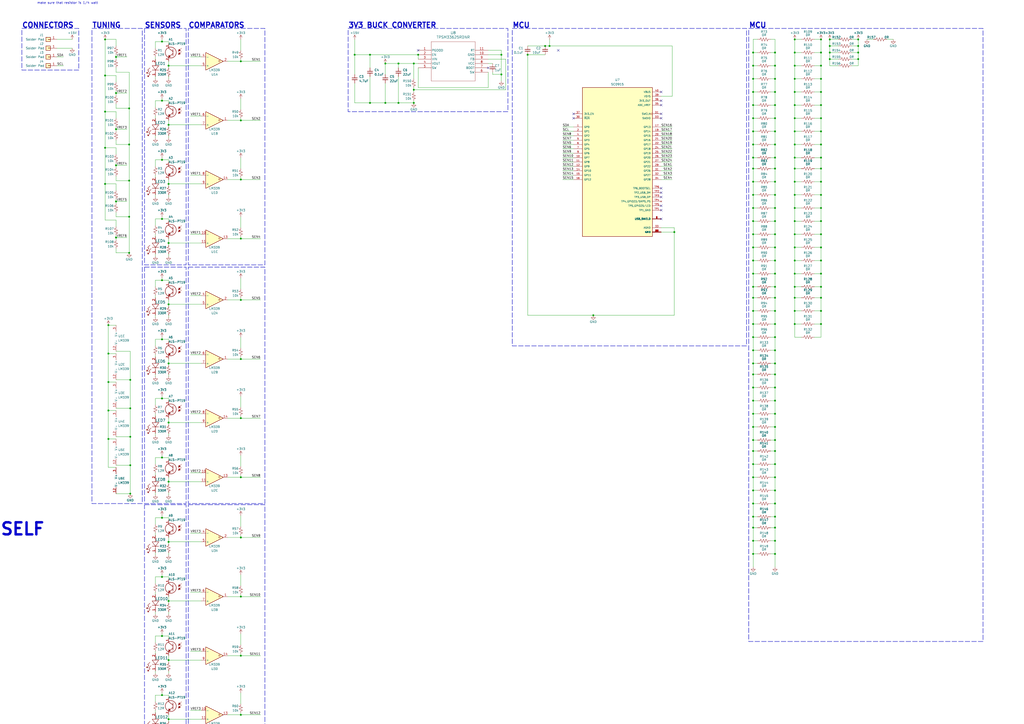
<source format=kicad_sch>
(kicad_sch (version 20230121) (generator eeschema)
  (paper "A2")
  (title_block (title "LINE 3.0 PCB") (date "2023-09-02") (rev "3.0") (company "Team Silverback"))
  (junction (at 139.7 450.215))
  (junction (at 97.79 831.85))
  (junction (at 60.96 64.77))
  (junction (at 223.52 59.69))
  (junction (at 449.58 45.72))
  (junction (at 97.79 452.755))
  (junction (at 461.01 53.34))
  (junction (at 97.79 245.11))
  (junction (at 75.565 269.875))
  (junction (at 449.58 269.24))
  (junction (at 290.83 43.18))
  (junction (at 461.01 143.51))
  (junction (at 240.03 59.69))
  (junction (at 97.79 72.39))
  (junction (at 461.01 135.89))
  (junction (at 476.25 105.41))
  (junction (at 62.865 238.125))
  (junction (at 93.98 368.935))
  (junction (at 436.88 76.2))
  (junction (at 461.01 76.2))
  (junction (at 461.01 180.34))
  (junction (at 436.88 113.03))
  (junction (at 139.7 208.28))
  (junction (at 93.98 403.225))
  (junction (at 75.565 253.365))
  (junction (at 461.01 151.13))
  (junction (at 139.7 311.785))
  (junction (at 449.58 97.79))
  (junction (at 476.25 38.1))
  (junction (at 476.25 60.96))
  (junction (at 436.88 284.48))
  (junction (at 436.88 195.58))
  (junction (at 97.79 555.625))
  (junction (at 436.88 128.27))
  (junction (at 60.96 106.68))
  (junction (at 75.565 220.345))
  (junction (at 449.58 91.44))
  (junction (at 449.58 217.17))
  (junction (at 139.7 69.85))
  (junction (at 449.58 128.27))
  (junction (at 436.88 261.62))
  (junction (at 461.01 60.96))
  (junction (at 476.25 30.48))
  (junction (at 476.25 68.58))
  (junction (at 139.7 104.14))
  (junction (at 436.88 83.82))
  (junction (at 436.88 143.51))
  (junction (at 93.98 24.13))
  (junction (at 97.79 417.195))
  (junction (at 436.88 232.41))
  (junction (at 139.7 276.86))
  (junction (at 449.58 76.2))
  (junction (at 481.33 30.48))
  (junction (at 449.58 313.69))
  (junction (at 214.63 31.75))
  (junction (at 449.58 68.58))
  (junction (at 461.01 97.79))
  (junction (at 139.7 242.57))
  (junction (at 67.31 53.975))
  (junction (at 240.03 36.83))
  (junction (at 93.98 127))
  (junction (at 461.01 166.37))
  (junction (at 97.79 797.56))
  (junction (at 476.25 22.86))
  (junction (at 476.25 91.44))
  (junction (at 449.58 158.75))
  (junction (at 139.7 484.505))
  (junction (at 449.58 60.96))
  (junction (at 231.14 36.83))
  (junction (at 74.93 125.73))
  (junction (at 449.58 224.79))
  (junction (at 93.98 576.58))
  (junction (at 75.565 236.855))
  (junction (at 461.01 30.48))
  (junction (at 476.25 151.13))
  (junction (at 476.25 45.72))
  (junction (at 449.58 187.96))
  (junction (at 476.25 187.96))
  (junction (at 75.565 286.385))
  (junction (at 93.98 783.59))
  (junction (at 93.98 645.16))
  (junction (at 449.58 113.03))
  (junction (at 214.63 59.69))
  (junction (at 476.25 53.34))
  (junction (at 240.03 52.07))
  (junction (at 93.98 162.56))
  (junction (at 67.31 137.795))
  (junction (at 449.58 135.89))
  (junction (at 139.7 414.655))
  (junction (at 449.58 143.51))
  (junction (at 67.31 74.93))
  (junction (at 436.88 172.72))
  (junction (at 290.83 31.75))
  (junction (at 449.58 255.27))
  (junction (at 139.7 380.365))
  (junction (at 97.79 382.905))
  (junction (at 436.88 151.13))
  (junction (at 449.58 292.1))
  (junction (at 242.57 31.75))
  (junction (at 62.865 205.105))
  (junction (at 476.25 76.2))
  (junction (at 139.7 829.31))
  (junction (at 497.84 22.86))
  (junction (at 436.88 60.96))
  (junction (at 93.98 196.85))
  (junction (at 436.88 321.31))
  (junction (at 449.58 276.86))
  (junction (at 97.79 659.13))
  (junction (at 93.98 610.87))
  (junction (at 223.52 36.83))
  (junction (at 449.58 38.1))
  (junction (at 449.58 284.48))
  (junction (at 97.79 763.27))
  (junction (at 436.88 45.72))
  (junction (at 97.79 38.1))
  (junction (at 97.79 624.84))
  (junction (at 436.88 135.89))
  (junction (at 67.31 33.02))
  (junction (at 436.88 217.17))
  (junction (at 97.79 106.68))
  (junction (at 436.88 158.75))
  (junction (at 461.01 120.65))
  (junction (at 461.01 91.44))
  (junction (at 391.16 134.62))
  (junction (at 436.88 105.41))
  (junction (at 139.7 518.795))
  (junction (at 436.88 292.1))
  (junction (at 449.58 240.03))
  (junction (at 449.58 105.41))
  (junction (at 93.98 507.365))
  (junction (at 436.88 180.34))
  (junction (at 449.58 83.82))
  (junction (at 67.31 95.885))
  (junction (at 436.88 203.2))
  (junction (at 97.79 210.82))
  (junction (at 139.7 173.99))
  (junction (at 476.25 83.82))
  (junction (at 93.98 715.01))
  (junction (at 139.7 656.59))
  (junction (at 318.77 26.67))
  (junction (at 60.96 43.815))
  (junction (at 139.7 588.01))
  (junction (at 436.88 53.34))
  (junction (at 139.7 622.3))
  (junction (at 93.98 231.14))
  (junction (at 62.865 221.615))
  (junction (at 436.88 224.79))
  (junction (at 449.58 232.41))
  (junction (at 449.58 321.31))
  (junction (at 97.79 728.98))
  (junction (at 93.98 334.645))
  (junction (at 93.98 265.43))
  (junction (at 97.79 590.55))
  (junction (at 74.93 104.775))
  (junction (at 93.98 438.785))
  (junction (at 97.79 487.045))
  (junction (at 93.98 58.42))
  (junction (at 97.79 140.97))
  (junction (at 62.865 188.595))
  (junction (at 449.58 30.48))
  (junction (at 74.93 146.685))
  (junction (at 461.01 158.75))
  (junction (at 449.58 195.58))
  (junction (at 60.96 22.86))
  (junction (at 461.01 172.72))
  (junction (at 461.01 187.96))
  (junction (at 436.88 247.65))
  (junction (at 436.88 187.96))
  (junction (at 97.79 314.325))
  (junction (at 74.93 83.82))
  (junction (at 93.98 92.71))
  (junction (at 449.58 172.72))
  (junction (at 449.58 166.37))
  (junction (at 67.31 116.84))
  (junction (at 449.58 180.34))
  (junction (at 476.25 113.03))
  (junction (at 436.88 255.27))
  (junction (at 139.7 35.56))
  (junction (at 449.58 120.65))
  (junction (at 139.7 553.085))
  (junction (at 93.98 679.45))
  (junction (at 449.58 261.62))
  (junction (at 93.98 541.655))
  (junction (at 436.88 91.44))
  (junction (at 316.23 26.67))
  (junction (at 481.33 26.67))
  (junction (at 97.79 279.4))
  (junction (at 497.84 34.29))
  (junction (at 461.01 128.27))
  (junction (at 476.25 120.65))
  (junction (at 139.7 346.075))
  (junction (at 449.58 299.72))
  (junction (at 436.88 313.69))
  (junction (at 461.01 105.41))
  (junction (at 139.7 138.43))
  (junction (at 436.88 299.72))
  (junction (at 344.17 182.88))
  (junction (at 481.33 34.29))
  (junction (at 436.88 97.79))
  (junction (at 476.25 180.34))
  (junction (at 476.25 135.89))
  (junction (at 436.88 210.82))
  (junction (at 93.98 749.3))
  (junction (at 497.84 30.48))
  (junction (at 436.88 30.48))
  (junction (at 461.01 68.58))
  (junction (at 449.58 151.13))
  (junction (at 436.88 269.24))
  (junction (at 97.79 176.53))
  (junction (at 476.25 128.27))
  (junction (at 97.79 521.335))
  (junction (at 476.25 158.75))
  (junction (at 436.88 68.58))
  (junction (at 436.88 166.37))
  (junction (at 74.93 62.865))
  (junction (at 449.58 247.65))
  (junction (at 62.865 254.635))
  (junction (at 476.25 97.79))
  (junction (at 461.01 113.03))
  (junction (at 476.25 166.37))
  (junction (at 476.25 172.72))
  (junction (at 139.7 690.88))
  (junction (at 461.01 38.1))
  (junction (at 436.88 276.86))
  (junction (at 497.84 26.67))
  (junction (at 306.07 31.75))
  (junction (at 93.98 817.88))
  (junction (at 436.88 120.65))
  (junction (at 461.01 83.82))
  (junction (at 461.01 22.86))
  (junction (at 436.88 240.03))
  (junction (at 205.74 31.75))
  (junction (at 93.98 473.075))
  (junction (at 139.7 726.44))
  (junction (at 139.7 760.73))
  (junction (at 436.88 38.1))
  (junction (at 231.14 59.69))
  (junction (at 461.01 45.72))
  (junction (at 60.96 85.725))
  (junction (at 139.7 795.02))
  (junction (at 449.58 210.82))
  (junction (at 449.58 203.2))
  (junction (at 449.58 53.34))
  (junction (at 476.25 143.51))
  (junction (at 481.33 22.86))
  (junction (at 97.79 693.42))
  (junction (at 449.58 306.07))
  (junction (at 97.79 348.615))
  (junction (at 93.98 300.355))
  (junction (at 436.88 306.07))
  (no_connect (at 383.54 127))
  (no_connect (at 383.54 58.42))
  (no_connect (at 323.85 29.21))
  (no_connect (at 383.54 109.22))
  (no_connect (at 332.74 66.04))
  (no_connect (at 383.54 68.58))
  (no_connect (at 383.54 114.3))
  (no_connect (at 383.54 53.34))
  (no_connect (at 383.54 60.96))
  (no_connect (at 383.54 121.92))
  (no_connect (at 383.54 111.76))
  (no_connect (at 383.54 119.38))
  (no_connect (at 332.74 68.58))
  (no_connect (at 283.21 39.37))
  (no_connect (at 242.57 29.21))
  (no_connect (at 383.54 66.04))
  (wire (pts (xy 97.79 590.55) (xy 116.84 590.55)))
  (wire (pts (xy 110.49 377.825) (xy 116.84 377.825)))
  (wire (pts (xy 461.01 45.72) (xy 461.01 53.34)))
  (wire (pts (xy 139.7 678.18) (xy 139.7 684.53)))
  (wire (pts (xy 67.31 115.57) (xy 67.31 116.84)))
  (wire (pts (xy 449.58 105.41) (xy 449.58 113.03)))
  (wire (pts (xy 306.07 26.67) (xy 316.23 26.67)))
  (wire (pts (xy 67.31 203.835) (xy 75.565 203.835)))
  (wire (pts (xy 240.03 50.8) (xy 240.03 52.07)))
  (wire (pts (xy 67.31 85.725) (xy 67.31 89.535)))
  (wire (pts (xy 139.7 448.945) (xy 139.7 450.215)))
  (wire (pts (xy 461.01 30.48) (xy 464.82 30.48)))
  (wire (pts (xy 240.03 52.07) (xy 293.37 52.07)))
  (wire (pts (xy 476.25 180.34) (xy 476.25 187.96)))
  (wire (pts (xy 461.01 180.34) (xy 461.01 187.96)))
  (wire (pts (xy 90.17 423.545) (xy 90.17 424.815)))
  (wire (pts (xy 240.03 36.83) (xy 240.03 45.72)))
  (wire (pts (xy 476.25 135.89) (xy 476.25 143.51)))
  (wire (pts (xy 449.58 30.48) (xy 447.04 30.48)))
  (wire (pts (xy 97.79 590.55) (xy 97.79 591.82)))
  (wire (pts (xy 476.25 22.86) (xy 476.25 30.48)))
  (wire (pts (xy 132.08 690.88) (xy 139.7 690.88)))
  (wire (pts (xy 436.88 195.58) (xy 439.42 195.58)))
  (wire (pts (xy 90.17 631.19) (xy 90.17 632.46)))
  (wire (pts (xy 214.63 31.75) (xy 242.57 31.75)))
  (wire (pts (xy 90.17 817.88) (xy 93.98 817.88)))
  (wire (pts (xy 326.39 86.36) (xy 332.74 86.36)))
  (wire (pts (xy 97.79 679.45) (xy 97.79 680.72)))
  (wire (pts (xy 90.17 610.87) (xy 90.17 614.68)))
  (wire (pts (xy 476.25 38.1) (xy 476.25 45.72)))
  (wire (pts (xy 132.08 656.59) (xy 139.7 656.59)))
  (wire (pts (xy 132.08 484.505) (xy 139.7 484.505)))
  (wire (pts (xy 461.01 105.41) (xy 461.01 113.03)))
  (wire (pts (xy 139.7 401.955) (xy 139.7 408.305)))
  (wire (pts (xy 90.17 135.89) (xy 90.17 137.16)))
  (wire (pts (xy 90.17 679.45) (xy 90.17 683.26)))
  (wire (pts (xy 449.58 217.17) (xy 447.04 217.17)))
  (wire (pts (xy 90.17 541.655) (xy 93.98 541.655)))
  (wire (pts (xy 110.49 33.02) (xy 116.84 33.02)))
  (wire (pts (xy 67.31 81.28) (xy 67.31 83.82)))
  (wire (pts (xy 62.865 221.615) (xy 67.31 221.615)))
  (wire (pts (xy 449.58 76.2) (xy 449.58 83.82)))
  (wire (pts (xy 93.98 473.075) (xy 93.98 471.805)))
  (wire (pts (xy 476.25 76.2) (xy 476.25 83.82)))
  (wire (pts (xy 90.17 58.42) (xy 90.17 62.23)))
  (wire (pts (xy 90.17 688.34) (xy 90.17 689.61)))
  (wire (pts (xy 436.88 284.48) (xy 436.88 292.1)))
  (wire (pts (xy 461.01 91.44) (xy 461.01 97.79)))
  (wire (pts (xy 97.79 487.045) (xy 97.79 488.315)))
  (wire (pts (xy 139.7 299.085) (xy 139.7 305.435)))
  (wire (pts (xy 449.58 68.58) (xy 449.58 76.2)))
  (wire (pts (xy 436.88 135.89) (xy 436.88 143.51)))
  (wire (pts (xy 90.17 817.88) (xy 90.17 821.69)))
  (wire (pts (xy 97.79 217.17) (xy 97.79 218.44)))
  (wire (pts (xy 449.58 232.41) (xy 449.58 240.03)))
  (wire (pts (xy 436.88 76.2) (xy 439.42 76.2)))
  (wire (pts (xy 494.03 26.67) (xy 497.84 26.67)))
  (wire (pts (xy 75.565 220.345) (xy 75.565 203.835)))
  (wire (pts (xy 93.98 92.71) (xy 93.98 91.44)))
  (wire (pts (xy 436.88 166.37) (xy 439.42 166.37)))
  (wire (pts (xy 90.17 240.03) (xy 90.17 241.3)))
  (wire (pts (xy 90.17 516.255) (xy 90.17 517.525)))
  (wire (pts (xy 139.7 655.32) (xy 139.7 656.59)))
  (wire (pts (xy 75.565 236.855) (xy 75.565 220.345)))
  (wire (pts (xy 90.17 309.245) (xy 90.17 310.515)))
  (wire (pts (xy 97.79 555.625) (xy 97.79 553.085)))
  (wire (pts (xy 75.565 236.855) (xy 67.31 236.855)))
  (wire (pts (xy 326.39 96.52) (xy 332.74 96.52)))
  (wire (pts (xy 97.79 521.335) (xy 97.79 522.605)))
  (wire (pts (xy 436.88 135.89) (xy 439.42 135.89)))
  (wire (pts (xy 293.37 34.29) (xy 283.21 34.29)))
  (wire (pts (xy 62.865 254.635) (xy 62.865 238.125)))
  (wire (pts (xy 90.17 251.46) (xy 90.17 252.73)))
  (wire (pts (xy 90.17 541.655) (xy 90.17 545.465)))
  (wire (pts (xy 461.01 68.58) (xy 464.82 68.58)))
  (wire (pts (xy 436.88 38.1) (xy 439.42 38.1)))
  (wire (pts (xy 139.7 517.525) (xy 139.7 518.795)))
  (wire (pts (xy 139.7 483.235) (xy 139.7 484.505)))
  (wire (pts (xy 90.17 101.6) (xy 90.17 102.87)))
  (wire (pts (xy 90.17 274.32) (xy 90.17 275.59)))
  (wire (pts (xy 97.79 728.98) (xy 97.79 726.44)))
  (wire (pts (xy 97.79 72.39) (xy 97.79 73.66)))
  (wire (pts (xy 110.49 826.77) (xy 116.84 826.77)))
  (wire (pts (xy 436.88 224.79) (xy 436.88 232.41)))
  (wire (pts (xy 90.17 459.105) (xy 90.17 460.375)))
  (wire (pts (xy 461.01 22.86) (xy 464.82 22.86)))
  (wire (pts (xy 97.79 265.43) (xy 97.79 266.7)))
  (wire (pts (xy 139.7 759.46) (xy 139.7 760.73)))
  (wire (pts (xy 97.79 452.755) (xy 97.79 454.025)))
  (wire (pts (xy 132.08 311.785) (xy 139.7 311.785)))
  (wire (pts (xy 62.865 205.105) (xy 62.865 221.615)))
  (wire (pts (xy 285.75 41.91) (xy 285.75 43.18)))
  (wire (pts (xy 449.58 68.58) (xy 447.04 68.58)))
  (wire (pts (xy 139.7 367.665) (xy 139.7 374.015)))
  (wire (pts (xy 472.44 68.58) (xy 476.25 68.58)))
  (wire (pts (xy 449.58 143.51) (xy 449.58 151.13)))
  (wire (pts (xy 139.7 333.375) (xy 139.7 339.725)))
  (wire (pts (xy 90.17 33.02) (xy 90.17 34.29)))
  (wire (pts (xy 481.33 38.1) (xy 481.33 34.29)))
  (wire (pts (xy 514.35 22.86) (xy 518.16 22.86)))
  (wire (pts (xy 97.79 596.9) (xy 97.79 598.17)))
  (wire (pts (xy 461.01 187.96) (xy 461.01 195.58)))
  (wire (pts (xy 449.58 224.79) (xy 447.04 224.79)))
  (wire (pts (xy 90.17 493.395) (xy 90.17 494.665)))
  (wire (pts (xy 481.33 26.67) (xy 481.33 22.86)))
  (wire (pts (xy 436.88 247.65) (xy 436.88 255.27)))
  (wire (pts (xy 97.79 728.98) (xy 97.79 730.25)))
  (wire (pts (xy 132.08 346.075) (xy 139.7 346.075)))
  (wire (pts (xy 389.89 55.88) (xy 383.54 55.88)))
  (wire (pts (xy 436.88 217.17) (xy 436.88 224.79)))
  (wire (pts (xy 67.31 271.145) (xy 62.865 271.145)))
  (wire (pts (xy 132.08 104.14) (xy 139.7 104.14)))
  (wire (pts (xy 472.44 97.79) (xy 476.25 97.79)))
  (wire (pts (xy 139.7 414.655) (xy 151.13 414.655)))
  (wire (pts (xy 436.88 53.34) (xy 439.42 53.34)))
  (wire (pts (xy 316.23 26.67) (xy 318.77 26.67)))
  (wire (pts (xy 436.88 83.82) (xy 436.88 91.44)))
  (wire (pts (xy 90.17 44.45) (xy 90.17 45.72)))
  (wire (pts (xy 93.98 334.645) (xy 97.79 334.645)))
  (wire (pts (xy 90.17 92.71) (xy 93.98 92.71)))
  (wire (pts (xy 97.79 78.74) (xy 97.79 80.01)))
  (wire (pts (xy 476.25 105.41) (xy 476.25 113.03)))
  (wire (pts (xy 97.79 196.85) (xy 97.79 198.12)))
  (wire (pts (xy 472.44 166.37) (xy 476.25 166.37)))
  (wire (pts (xy 67.31 52.705) (xy 67.31 53.975)))
  (wire (pts (xy 449.58 135.89) (xy 449.58 143.51)))
  (wire (pts (xy 389.89 78.74) (xy 383.54 78.74)))
  (wire (pts (xy 449.58 158.75) (xy 449.58 166.37)))
  (wire (pts (xy 449.58 53.34) (xy 447.04 53.34)))
  (wire (pts (xy 90.17 162.56) (xy 90.17 166.37)))
  (wire (pts (xy 449.58 91.44) (xy 449.58 97.79)))
  (wire (pts (xy 436.88 91.44) (xy 436.88 97.79)))
  (wire (pts (xy 97.79 417.195) (xy 116.84 417.195)))
  (wire (pts (xy 93.98 749.3) (xy 97.79 749.3)))
  (wire (pts (xy 447.04 284.48) (xy 449.58 284.48)))
  (wire (pts (xy 90.17 783.59) (xy 93.98 783.59)))
  (wire (pts (xy 132.08 726.44) (xy 139.7 726.44)))
  (wire (pts (xy 110.49 274.32) (xy 116.84 274.32)))
  (wire (pts (xy 481.33 22.86) (xy 486.41 22.86)))
  (wire (pts (xy 90.17 403.225) (xy 93.98 403.225)))
  (wire (pts (xy 449.58 210.82) (xy 449.58 217.17)))
  (wire (pts (xy 461.01 128.27) (xy 461.01 135.89)))
  (wire (pts (xy 67.31 31.75) (xy 67.31 33.02)))
  (wire (pts (xy 389.89 99.06) (xy 383.54 99.06)))
  (wire (pts (xy 93.98 300.355) (xy 93.98 299.085)))
  (wire (pts (xy 326.39 88.9) (xy 332.74 88.9)))
  (wire (pts (xy 75.565 269.875) (xy 75.565 253.365)))
  (wire (pts (xy 436.88 158.75) (xy 436.88 166.37)))
  (wire (pts (xy 476.25 83.82) (xy 476.25 91.44)))
  (wire (pts (xy 97.79 797.56) (xy 97.79 798.83)))
  (wire (pts (xy 447.04 195.58) (xy 449.58 195.58)))
  (wire (pts (xy 97.79 279.4) (xy 97.79 280.67)))
  (wire (pts (xy 139.7 622.3) (xy 151.13 622.3)))
  (wire (pts (xy 449.58 83.82) (xy 447.04 83.82)))
  (wire (pts (xy 436.88 68.58) (xy 439.42 68.58)))
  (wire (pts (xy 97.79 555.625) (xy 116.84 555.625)))
  (wire (pts (xy 449.58 313.69) (xy 449.58 321.31)))
  (wire (pts (xy 472.44 91.44) (xy 476.25 91.44)))
  (wire (pts (xy 97.79 831.85) (xy 97.79 829.31)))
  (wire (pts (xy 231.14 36.83) (xy 231.14 39.37)))
  (wire (pts (xy 436.88 217.17) (xy 439.42 217.17)))
  (wire (pts (xy 461.01 180.34) (xy 464.82 180.34)))
  (wire (pts (xy 461.01 38.1) (xy 464.82 38.1)))
  (wire (pts (xy 75.565 269.875) (xy 67.31 269.875)))
  (wire (pts (xy 481.33 30.48) (xy 481.33 26.67)))
  (wire (pts (xy 97.79 693.42) (xy 97.79 694.69)))
  (wire (pts (xy 449.58 261.62) (xy 447.04 261.62)))
  (wire (pts (xy 472.44 158.75) (xy 476.25 158.75)))
  (wire (pts (xy 472.44 135.89) (xy 476.25 135.89)))
  (wire (pts (xy 67.31 33.02) (xy 73.66 33.02)))
  (wire (pts (xy 90.17 147.32) (xy 90.17 148.59)))
  (wire (pts (xy 461.01 83.82) (xy 464.82 83.82)))
  (wire (pts (xy 110.49 343.535) (xy 116.84 343.535)))
  (wire (pts (xy 67.31 43.815) (xy 67.31 47.625)))
  (wire (pts (xy 461.01 120.65) (xy 464.82 120.65)))
  (wire (pts (xy 461.01 120.65) (xy 461.01 128.27)))
  (wire (pts (xy 110.49 550.545) (xy 116.84 550.545)))
  (wire (pts (xy 110.49 447.675) (xy 116.84 447.675)))
  (wire (pts (xy 97.79 72.39) (xy 116.84 72.39)))
  (wire (pts (xy 472.44 60.96) (xy 476.25 60.96)))
  (wire (pts (xy 62.865 188.595) (xy 67.31 188.595)))
  (wire (pts (xy 449.58 255.27) (xy 449.58 261.62)))
  (wire (pts (xy 436.88 240.03) (xy 439.42 240.03)))
  (wire (pts (xy 93.98 265.43) (xy 97.79 265.43)))
  (wire (pts (xy 97.79 659.13) (xy 116.84 659.13)))
  (wire (pts (xy 90.17 527.685) (xy 90.17 528.955)))
  (wire (pts (xy 436.88 276.86) (xy 436.88 284.48)))
  (wire (pts (xy 449.58 276.86) (xy 447.04 276.86)))
  (wire (pts (xy 461.01 91.44) (xy 464.82 91.44)))
  (wire (pts (xy 67.31 94.615) (xy 67.31 95.885)))
  (wire (pts (xy 74.93 104.775) (xy 74.93 125.73)))
  (wire (pts (xy 389.89 91.44) (xy 383.54 91.44)))
  (wire (pts (xy 97.79 452.755) (xy 97.79 450.215)))
  (wire (pts (xy 497.84 38.1) (xy 497.84 34.29)))
  (wire (pts (xy 391.16 134.62) (xy 391.16 182.88)))
  (wire (pts (xy 93.98 403.225) (xy 93.98 401.955)))
  (wire (pts (xy 60.96 85.725) (xy 60.96 106.68)))
  (wire (pts (xy 436.88 158.75) (xy 439.42 158.75)))
  (wire (pts (xy 449.58 187.96) (xy 447.04 187.96)))
  (wire (pts (xy 449.58 321.31) (xy 447.04 321.31)))
  (wire (pts (xy 67.31 53.975) (xy 73.66 53.975)))
  (wire (pts (xy 436.88 321.31) (xy 439.42 321.31)))
  (wire (pts (xy 97.79 251.46) (xy 97.79 252.73)))
  (wire (pts (xy 110.49 792.48) (xy 116.84 792.48)))
  (wire (pts (xy 90.17 561.975) (xy 90.17 563.245)))
  (wire (pts (xy 436.88 269.24) (xy 439.42 269.24)))
  (wire (pts (xy 139.7 828.04) (xy 139.7 829.31)))
  (wire (pts (xy 223.52 36.83) (xy 223.52 43.18)))
  (wire (pts (xy 93.98 817.88) (xy 97.79 817.88)))
  (wire (pts (xy 285.75 43.18) (xy 290.83 43.18)))
  (wire (pts (xy 436.88 313.69) (xy 436.88 321.31)))
  (wire (pts (xy 93.98 679.45) (xy 93.98 678.18)))
  (wire (pts (xy 449.58 38.1) (xy 449.58 45.72)))
  (wire (pts (xy 93.98 24.13) (xy 97.79 24.13)))
  (wire (pts (xy 449.58 22.86) (xy 447.04 22.86)))
  (wire (pts (xy 383.54 81.28) (xy 389.89 81.28)))
  (wire (pts (xy 60.96 85.725) (xy 67.31 85.725)))
  (wire (pts (xy 436.88 313.69) (xy 439.42 313.69)))
  (wire (pts (xy 283.21 41.91) (xy 283.21 50.8)))
  (wire (pts (xy 436.88 22.86) (xy 436.88 30.48)))
  (wire (pts (xy 139.7 748.03) (xy 139.7 754.38)))
  (wire (pts (xy 326.39 83.82) (xy 332.74 83.82)))
  (wire (pts (xy 290.83 31.75) (xy 290.83 43.18)))
  (wire (pts (xy 60.96 43.815) (xy 60.96 64.77)))
  (wire (pts (xy 97.79 403.225) (xy 97.79 404.495)))
  (wire (pts (xy 476.25 172.72) (xy 476.25 180.34)))
  (wire (pts (xy 90.17 113.03) (xy 90.17 114.3)))
  (wire (pts (xy 97.79 245.11) (xy 97.79 242.57)))
  (wire (pts (xy 449.58 97.79) (xy 447.04 97.79)))
  (wire (pts (xy 139.7 102.87) (xy 139.7 104.14)))
  (wire (pts (xy 139.7 275.59) (xy 139.7 276.86)))
  (wire (pts (xy 436.88 120.65) (xy 436.88 128.27)))
  (wire (pts (xy 97.79 541.655) (xy 97.79 542.925)))
  (wire (pts (xy 93.98 783.59) (xy 93.98 782.32)))
  (wire (pts (xy 449.58 172.72) (xy 447.04 172.72)))
  (wire (pts (xy 97.79 423.545) (xy 97.79 424.815)))
  (wire (pts (xy 139.7 760.73) (xy 151.13 760.73)))
  (wire (pts (xy 486.41 30.48) (xy 481.33 30.48)))
  (wire (pts (xy 449.58 151.13) (xy 447.04 151.13)))
  (wire (pts (xy 449.58 269.24) (xy 449.58 276.86)))
  (wire (pts (xy 97.79 831.85) (xy 116.84 831.85)))
  (wire (pts (xy 449.58 299.72) (xy 447.04 299.72)))
  (wire (pts (xy 344.17 182.88) (xy 391.16 182.88)))
  (wire (pts (xy 97.79 438.785) (xy 97.79 440.055)))
  (wire (pts (xy 436.88 240.03) (xy 436.88 247.65)))
  (wire (pts (xy 93.98 92.71) (xy 97.79 92.71)))
  (wire (pts (xy 93.98 817.88) (xy 93.98 816.61)))
  (wire (pts (xy 67.31 76.2) (xy 67.31 74.93)))
  (wire (pts (xy 476.25 30.48) (xy 476.25 38.1)))
  (wire (pts (xy 283.21 36.83) (xy 285.75 36.83)))
  (wire (pts (xy 436.88 292.1) (xy 439.42 292.1)))
  (wire (pts (xy 97.79 645.16) (xy 97.79 646.43)))
  (wire (pts (xy 449.58 255.27) (xy 447.04 255.27)))
  (wire (pts (xy 90.17 300.355) (xy 90.17 304.165)))
  (wire (pts (xy 110.49 758.19) (xy 116.84 758.19)))
  (wire (pts (xy 436.88 210.82) (xy 439.42 210.82)))
  (wire (pts (xy 436.88 255.27) (xy 436.88 261.62)))
  (wire (pts (xy 139.7 242.57) (xy 151.13 242.57)))
  (wire (pts (xy 436.88 151.13) (xy 439.42 151.13)))
  (wire (pts (xy 306.07 182.88) (xy 344.17 182.88)))
  (wire (pts (xy 90.17 265.43) (xy 93.98 265.43)))
  (wire (pts (xy 60.96 106.68) (xy 67.31 106.68)))
  (wire (pts (xy 75.565 286.385) (xy 67.31 286.385)))
  (wire (pts (xy 139.7 588.01) (xy 151.13 588.01)))
  (wire (pts (xy 214.63 44.45) (xy 214.63 59.69)))
  (wire (pts (xy 139.7 125.73) (xy 139.7 132.08)))
  (wire (pts (xy 139.7 379.095) (xy 139.7 380.365)))
  (wire (pts (xy 449.58 91.44) (xy 447.04 91.44)))
  (wire (pts (xy 436.88 203.2) (xy 439.42 203.2)))
  (wire (pts (xy 472.44 113.03) (xy 476.25 113.03)))
  (wire (pts (xy 67.31 118.11) (xy 67.31 116.84)))
  (wire (pts (xy 326.39 99.06) (xy 332.74 99.06)))
  (wire (pts (xy 93.98 541.655) (xy 97.79 541.655)))
  (wire (pts (xy 449.58 306.07) (xy 447.04 306.07)))
  (wire (pts (xy 242.57 34.29) (xy 242.57 31.75)))
  (wire (pts (xy 93.98 368.935) (xy 93.98 367.665)))
  (wire (pts (xy 449.58 128.27) (xy 449.58 135.89)))
  (wire (pts (xy 93.98 438.785) (xy 97.79 438.785)))
  (wire (pts (xy 476.25 53.34) (xy 476.25 60.96)))
  (wire (pts (xy 461.01 38.1) (xy 461.01 45.72)))
  (wire (pts (xy 62.865 221.615) (xy 62.865 238.125)))
  (wire (pts (xy 132.08 450.215) (xy 139.7 450.215)))
  (wire (pts (xy 110.49 723.9) (xy 116.84 723.9)))
  (wire (pts (xy 97.79 735.33) (xy 97.79 736.6)))
  (wire (pts (xy 139.7 380.365) (xy 151.13 380.365)))
  (wire (pts (xy 449.58 128.27) (xy 447.04 128.27)))
  (wire (pts (xy 90.17 320.675) (xy 90.17 321.945)))
  (wire (pts (xy 90.17 654.05) (xy 90.17 655.32)))
  (wire (pts (xy 90.17 715.01) (xy 90.17 718.82)))
  (wire (pts (xy 110.49 481.965) (xy 116.84 481.965)))
  (wire (pts (xy 231.14 59.69) (xy 240.03 59.69)))
  (wire (pts (xy 389.89 73.66) (xy 383.54 73.66)))
  (wire (pts (xy 90.17 481.965) (xy 90.17 483.235)))
  (wire (pts (xy 472.44 172.72) (xy 476.25 172.72)))
  (wire (pts (xy 97.79 140.97) (xy 97.79 138.43)))
  (wire (pts (xy 97.79 354.965) (xy 97.79 356.235)))
  (wire (pts (xy 283.21 50.8) (xy 242.57 50.8)))
  (wire (pts (xy 436.88 22.86) (xy 439.42 22.86)))
  (wire (pts (xy 67.31 125.73) (xy 74.93 125.73)))
  (wire (pts (xy 318.77 22.86) (xy 318.77 26.67)))
  (wire (pts (xy 461.01 135.89) (xy 461.01 143.51)))
  (wire (pts (xy 93.98 645.16) (xy 97.79 645.16)))
  (wire (pts (xy 97.79 348.615) (xy 97.79 349.885)))
  (wire (pts (xy 132.08 208.28) (xy 139.7 208.28)))
  (wire (pts (xy 139.7 138.43) (xy 151.13 138.43)))
  (wire (pts (xy 67.31 220.345) (xy 75.565 220.345)))
  (wire (pts (xy 436.88 187.96) (xy 436.88 195.58)))
  (wire (pts (xy 90.17 679.45) (xy 93.98 679.45)))
  (wire (pts (xy 97.79 320.675) (xy 97.79 321.945)))
  (wire (pts (xy 67.31 74.93) (xy 73.66 74.93)))
  (wire (pts (xy 67.31 55.245) (xy 67.31 53.975)))
  (wire (pts (xy 132.08 380.365) (xy 139.7 380.365)))
  (wire (pts (xy 486.41 26.67) (xy 481.33 26.67)))
  (wire (pts (xy 476.25 143.51) (xy 476.25 151.13)))
  (wire (pts (xy 93.98 576.58) (xy 93.98 575.31)))
  (wire (pts (xy 223.52 59.69) (xy 231.14 59.69)))
  (wire (pts (xy 97.79 72.39) (xy 97.79 69.85)))
  (wire (pts (xy 90.17 473.075) (xy 90.17 476.885)))
  (wire (pts (xy 93.98 24.13) (xy 93.98 22.86)))
  (wire (pts (xy 436.88 97.79) (xy 436.88 105.41)))
  (wire (pts (xy 132.08 622.3) (xy 139.7 622.3)))
  (wire (pts (xy 90.17 231.14) (xy 90.17 234.95)))
  (wire (pts (xy 139.7 57.15) (xy 139.7 63.5)))
  (wire (pts (xy 90.17 377.825) (xy 90.17 379.095)))
  (wire (pts (xy 139.7 656.59) (xy 151.13 656.59)))
  (wire (pts (xy 93.98 334.645) (xy 93.98 333.375)))
  (wire (pts (xy 97.79 44.45) (xy 97.79 45.72)))
  (wire (pts (xy 97.79 113.03) (xy 97.79 114.3)))
  (wire (pts (xy 67.31 139.065) (xy 67.31 137.795)))
  (wire (pts (xy 90.17 585.47) (xy 90.17 586.74)))
  (wire (pts (xy 436.88 97.79) (xy 439.42 97.79)))
  (wire (pts (xy 67.31 34.29) (xy 67.31 33.02)))
  (wire (pts (xy 97.79 314.325) (xy 97.79 311.785)))
  (wire (pts (xy 67.31 95.885) (xy 73.66 95.885)))
  (wire (pts (xy 90.17 368.935) (xy 93.98 368.935)))
  (wire (pts (xy 90.17 507.365) (xy 90.17 511.175)))
  (wire (pts (xy 472.44 45.72) (xy 476.25 45.72)))
  (wire (pts (xy 97.79 24.13) (xy 97.79 25.4)))
  (wire (pts (xy 436.88 151.13) (xy 436.88 158.75)))
  (wire (pts (xy 97.79 300.355) (xy 97.79 301.625)))
  (wire (pts (xy 110.49 309.245) (xy 116.84 309.245)))
  (wire (pts (xy 494.03 38.1) (xy 497.84 38.1)))
  (wire (pts (xy 97.79 624.84) (xy 97.79 626.11)))
  (wire (pts (xy 60.96 64.77) (xy 60.96 85.725)))
  (wire (pts (xy 449.58 120.65) (xy 447.04 120.65)))
  (wire (pts (xy 461.01 113.03) (xy 464.82 113.03)))
  (wire (pts (xy 97.79 817.88) (xy 97.79 819.15)))
  (wire (pts (xy 205.74 31.75) (xy 214.63 31.75)))
  (wire (pts (xy 240.03 52.07) (xy 240.03 53.34)))
  (wire (pts (xy 472.44 151.13) (xy 476.25 151.13)))
  (wire (pts (xy 461.01 83.82) (xy 461.01 91.44)))
  (wire (pts (xy 110.49 67.31) (xy 116.84 67.31)))
  (wire (pts (xy 436.88 306.07) (xy 439.42 306.07)))
  (wire (pts (xy 449.58 151.13) (xy 449.58 158.75)))
  (wire (pts (xy 472.44 83.82) (xy 476.25 83.82)))
  (wire (pts (xy 389.89 83.82) (xy 383.54 83.82)))
  (wire (pts (xy 449.58 299.72) (xy 449.58 306.07)))
  (wire (pts (xy 97.79 210.82) (xy 97.79 208.28)))
  (wire (pts (xy 461.01 166.37) (xy 464.82 166.37)))
  (wire (pts (xy 90.17 826.77) (xy 90.17 828.04)))
  (wire (pts (xy 391.16 132.08) (xy 391.16 134.62)))
  (wire (pts (xy 449.58 195.58) (xy 449.58 203.2)))
  (wire (pts (xy 97.79 127) (xy 97.79 128.27)))
  (wire (pts (xy 306.07 31.75) (xy 306.07 182.88)))
  (wire (pts (xy 90.17 368.935) (xy 90.17 372.745)))
  (wire (pts (xy 139.7 518.795) (xy 151.13 518.795)))
  (wire (pts (xy 449.58 224.79) (xy 449.58 232.41)))
  (wire (pts (xy 97.79 348.615) (xy 116.84 348.615)))
  (wire (pts (xy 476.25 166.37) (xy 476.25 172.72)))
  (wire (pts (xy 449.58 45.72) (xy 449.58 53.34)))
  (wire (pts (xy 97.79 631.19) (xy 97.79 632.46)))
  (wire (pts (xy 449.58 120.65) (xy 449.58 128.27)))
  (wire (pts (xy 93.98 438.785) (xy 93.98 437.515)))
  (wire (pts (xy 93.98 265.43) (xy 93.98 264.16)))
  (wire (pts (xy 90.17 645.16) (xy 90.17 648.97)))
  (wire (pts (xy 326.39 93.98) (xy 332.74 93.98)))
  (wire (pts (xy 93.98 473.075) (xy 97.79 473.075)))
  (wire (pts (xy 90.17 576.58) (xy 90.17 580.39)))
  (wire (pts (xy 139.7 437.515) (xy 139.7 443.865)))
  (wire (pts (xy 97.79 590.55) (xy 97.79 588.01)))
  (wire (pts (xy 461.01 105.41) (xy 464.82 105.41)))
  (wire (pts (xy 74.93 62.865) (xy 74.93 83.82)))
  (wire (pts (xy 62.865 205.105) (xy 67.31 205.105)))
  (wire (pts (xy 449.58 292.1) (xy 449.58 299.72)))
  (wire (pts (xy 97.79 38.1) (xy 97.79 39.37)))
  (wire (pts (xy 90.17 412.115) (xy 90.17 413.385)))
  (wire (pts (xy 97.79 715.01) (xy 97.79 716.28)))
  (wire (pts (xy 97.79 106.68) (xy 116.84 106.68)))
  (wire (pts (xy 97.79 382.905) (xy 116.84 382.905)))
  (wire (pts (xy 139.7 35.56) (xy 151.13 35.56)))
  (wire (pts (xy 93.98 300.355) (xy 97.79 300.355)))
  (wire (pts (xy 461.01 76.2) (xy 461.01 83.82)))
  (wire (pts (xy 472.44 120.65) (xy 476.25 120.65)))
  (wire (pts (xy 90.17 285.75) (xy 90.17 287.02)))
  (wire (pts (xy 436.88 195.58) (xy 436.88 203.2)))
  (wire (pts (xy 93.98 783.59) (xy 97.79 783.59)))
  (wire (pts (xy 461.01 60.96) (xy 464.82 60.96)))
  (wire (pts (xy 97.79 624.84) (xy 116.84 624.84)))
  (wire (pts (xy 97.79 555.625) (xy 97.79 556.895)))
  (wire (pts (xy 449.58 284.48) (xy 449.58 292.1)))
  (wire (pts (xy 436.88 261.62) (xy 436.88 269.24)))
  (wire (pts (xy 283.21 29.21) (xy 290.83 29.21)))
  (wire (pts (xy 290.83 43.18) (xy 290.83 46.99)))
  (wire (pts (xy 139.7 344.805) (xy 139.7 346.075)))
  (wire (pts (xy 436.88 45.72) (xy 439.42 45.72)))
  (wire (pts (xy 90.17 24.13) (xy 93.98 24.13)))
  (wire (pts (xy 97.79 368.935) (xy 97.79 370.205)))
  (wire (pts (xy 132.08 414.655) (xy 139.7 414.655)))
  (wire (pts (xy 139.7 208.28) (xy 151.13 208.28)))
  (wire (pts (xy 472.44 53.34) (xy 476.25 53.34)))
  (wire (pts (xy 90.17 803.91) (xy 90.17 805.18)))
  (wire (pts (xy 97.79 610.87) (xy 97.79 612.14)))
  (wire (pts (xy 242.57 50.8) (xy 242.57 39.37)))
  (wire (pts (xy 67.31 60.325) (xy 67.31 62.865)))
  (wire (pts (xy 436.88 180.34) (xy 439.42 180.34)))
  (wire (pts (xy 90.17 749.3) (xy 93.98 749.3)))
  (wire (pts (xy 139.7 540.385) (xy 139.7 546.735)))
  (wire (pts (xy 139.7 161.29) (xy 139.7 167.64)))
  (wire (pts (xy 476.25 120.65) (xy 476.25 128.27)))
  (wire (pts (xy 476.25 158.75) (xy 476.25 166.37)))
  (wire (pts (xy 90.17 699.77) (xy 90.17 701.04)))
  (wire (pts (xy 139.7 621.03) (xy 139.7 622.3)))
  (wire (pts (xy 97.79 576.58) (xy 97.79 577.85)))
  (wire (pts (xy 436.88 45.72) (xy 436.88 53.34)))
  (wire (pts (xy 449.58 261.62) (xy 449.58 269.24)))
  (wire (pts (xy 449.58 53.34) (xy 449.58 60.96)))
  (wire (pts (xy 90.17 550.545) (xy 90.17 551.815)))
  (wire (pts (xy 110.49 205.74) (xy 116.84 205.74)))
  (wire (pts (xy 326.39 101.6) (xy 332.74 101.6)))
  (wire (pts (xy 383.54 93.98) (xy 389.89 93.98)))
  (wire (pts (xy 472.44 38.1) (xy 476.25 38.1)))
  (wire (pts (xy 97.79 210.82) (xy 116.84 210.82)))
  (wire (pts (xy 449.58 172.72) (xy 449.58 180.34)))
  (wire (pts (xy 214.63 59.69) (xy 223.52 59.69)))
  (wire (pts (xy 139.7 643.89) (xy 139.7 650.24)))
  (wire (pts (xy 97.79 728.98) (xy 116.84 728.98)))
  (wire (pts (xy 436.88 30.48) (xy 436.88 38.1)))
  (wire (pts (xy 461.01 128.27) (xy 464.82 128.27)))
  (wire (pts (xy 476.25 91.44) (xy 476.25 97.79)))
  (wire (pts (xy 461.01 166.37) (xy 461.01 172.72)))
  (wire (pts (xy 461.01 187.96) (xy 464.82 187.96)))
  (wire (pts (xy 461.01 113.03) (xy 461.01 120.65)))
  (wire (pts (xy 231.14 36.83) (xy 223.52 36.83)))
  (wire (pts (xy 60.96 43.815) (xy 67.31 43.815)))
  (wire (pts (xy 461.01 97.79) (xy 461.01 105.41)))
  (wire (pts (xy 67.31 254.635) (xy 62.865 254.635)))
  (wire (pts (xy 449.58 321.31) (xy 449.58 328.93)))
  (wire (pts (xy 139.7 713.74) (xy 139.7 720.09)))
  (wire (pts (xy 97.79 473.075) (xy 97.79 474.345)))
  (wire (pts (xy 461.01 151.13) (xy 461.01 158.75)))
  (wire (pts (xy 139.7 816.61) (xy 139.7 822.96)))
  (wire (pts (xy 449.58 203.2) (xy 447.04 203.2)))
  (wire (pts (xy 97.79 459.105) (xy 97.79 460.375)))
  (wire (pts (xy 436.88 91.44) (xy 439.42 91.44)))
  (wire (pts (xy 436.88 180.34) (xy 436.88 187.96)))
  (wire (pts (xy 110.49 688.34) (xy 116.84 688.34)))
  (wire (pts (xy 139.7 450.215) (xy 151.13 450.215)))
  (wire (pts (xy 97.79 382.905) (xy 97.79 384.175)))
  (wire (pts (xy 67.31 116.84) (xy 73.66 116.84)))
  (wire (pts (xy 90.17 838.2) (xy 90.17 839.47)))
  (wire (pts (xy 214.63 31.75) (xy 214.63 39.37)))
  (wire (pts (xy 90.17 300.355) (xy 93.98 300.355)))
  (wire (pts (xy 436.88 261.62) (xy 439.42 261.62)))
  (wire (pts (xy 90.17 127) (xy 90.17 130.81)))
  (wire (pts (xy 97.79 382.905) (xy 97.79 380.365)))
  (wire (pts (xy 90.17 334.645) (xy 90.17 338.455)))
  (wire (pts (xy 326.39 73.66) (xy 332.74 73.66)))
  (wire (pts (xy 383.54 132.08) (xy 391.16 132.08)))
  (wire (pts (xy 447.04 240.03) (xy 449.58 240.03)))
  (wire (pts (xy 110.49 240.03) (xy 116.84 240.03)))
  (wire (pts (xy 67.31 136.525) (xy 67.31 137.795)))
  (wire (pts (xy 62.865 271.145) (xy 62.865 254.635)))
  (wire (pts (xy 231.14 44.45) (xy 231.14 59.69)))
  (wire (pts (xy 97.79 797.56) (xy 97.79 795.02)))
  (wire (pts (xy 93.98 749.3) (xy 93.98 748.03)))
  (wire (pts (xy 449.58 306.07) (xy 449.58 313.69)))
  (wire (pts (xy 449.58 313.69) (xy 447.04 313.69)))
  (wire (pts (xy 90.17 596.9) (xy 90.17 598.17)))
  (wire (pts (xy 67.31 127.635) (xy 67.31 131.445)))
  (wire (pts (xy 139.7 484.505) (xy 151.13 484.505)))
  (wire (pts (xy 110.49 619.76) (xy 116.84 619.76)))
  (wire (pts (xy 139.7 34.29) (xy 139.7 35.56)))
  (wire (pts (xy 62.865 238.125) (xy 67.31 238.125)))
  (wire (pts (xy 436.88 68.58) (xy 436.88 76.2)))
  (wire (pts (xy 97.79 314.325) (xy 97.79 315.595)))
  (wire (pts (xy 205.74 48.26) (xy 205.74 59.69)))
  (wire (pts (xy 449.58 97.79) (xy 449.58 105.41)))
  (wire (pts (xy 449.58 240.03) (xy 449.58 247.65)))
  (wire (pts (xy 476.25 97.79) (xy 476.25 105.41)))
  (wire (pts (xy 436.88 166.37) (xy 436.88 172.72)))
  (wire (pts (xy 90.17 403.225) (xy 90.17 407.035)))
  (wire (pts (xy 139.7 241.3) (xy 139.7 242.57)))
  (wire (pts (xy 139.7 726.44) (xy 151.13 726.44)))
  (wire (pts (xy 139.7 586.74) (xy 139.7 588.01)))
  (wire (pts (xy 97.79 334.645) (xy 97.79 335.915)))
  (wire (pts (xy 139.7 195.58) (xy 139.7 201.93)))
  (wire (pts (xy 449.58 76.2) (xy 447.04 76.2)))
  (wire (pts (xy 90.17 127) (xy 93.98 127)))
  (wire (pts (xy 449.58 113.03) (xy 449.58 120.65)))
  (wire (pts (xy 90.17 507.365) (xy 93.98 507.365)))
  (wire (pts (xy 97.79 783.59) (xy 97.79 784.86)))
  (wire (pts (xy 90.17 576.58) (xy 93.98 576.58)))
  (wire (pts (xy 461.01 22.86) (xy 461.01 30.48)))
  (wire (pts (xy 97.79 803.91) (xy 97.79 805.18)))
  (wire (pts (xy 139.7 69.85) (xy 151.13 69.85)))
  (wire (pts (xy 97.79 763.27) (xy 116.84 763.27)))
  (wire (pts (xy 383.54 76.2) (xy 389.89 76.2)))
  (wire (pts (xy 97.79 348.615) (xy 97.79 346.075)))
  (wire (pts (xy 497.84 30.48) (xy 497.84 34.29)))
  (wire (pts (xy 436.88 30.48) (xy 439.42 30.48)))
  (wire (pts (xy 497.84 22.86) (xy 497.84 26.67)))
  (wire (pts (xy 449.58 158.75) (xy 447.04 158.75)))
  (wire (pts (xy 33.02 22.86) (xy 41.91 22.86)))
  (wire (pts (xy 139.7 229.87) (xy 139.7 236.22)))
  (wire (pts (xy 62.865 188.595) (xy 62.865 205.105)))
  (wire (pts (xy 326.39 104.14) (xy 332.74 104.14)))
  (wire (pts (xy 449.58 166.37) (xy 449.58 172.72)))
  (wire (pts (xy 436.88 105.41) (xy 439.42 105.41)))
  (wire (pts (xy 472.44 30.48) (xy 476.25 30.48)))
  (wire (pts (xy 139.7 829.31) (xy 151.13 829.31)))
  (wire (pts (xy 449.58 276.86) (xy 449.58 284.48)))
  (wire (pts (xy 476.25 187.96) (xy 476.25 195.58)))
  (wire (pts (xy 97.79 699.77) (xy 97.79 701.04)))
  (wire (pts (xy 93.98 127) (xy 93.98 125.73)))
  (wire (pts (xy 90.17 196.85) (xy 90.17 200.66)))
  (wire (pts (xy 33.02 27.94) (xy 41.91 27.94)))
  (wire (pts (xy 90.17 715.01) (xy 93.98 715.01)))
  (wire (pts (xy 97.79 279.4) (xy 116.84 279.4)))
  (wire (pts (xy 97.79 210.82) (xy 97.79 212.09)))
  (wire (pts (xy 436.88 299.72) (xy 436.88 306.07)))
  (wire (pts (xy 436.88 128.27) (xy 436.88 135.89)))
  (wire (pts (xy 436.88 113.03) (xy 439.42 113.03)))
  (wire (pts (xy 97.79 245.11) (xy 97.79 246.38)))
  (wire (pts (xy 93.98 507.365) (xy 97.79 507.365)))
  (wire (pts (xy 326.39 81.28) (xy 332.74 81.28)))
  (wire (pts (xy 60.96 127.635) (xy 67.31 127.635)))
  (wire (pts (xy 132.08 35.56) (xy 139.7 35.56)))
  (wire (pts (xy 110.49 412.115) (xy 116.84 412.115)))
  (wire (pts (xy 97.79 561.975) (xy 97.79 563.245)))
  (wire (pts (xy 326.39 76.2) (xy 332.74 76.2)))
  (wire (pts (xy 436.88 306.07) (xy 436.88 313.69)))
  (wire (pts (xy 449.58 135.89) (xy 447.04 135.89)))
  (wire (pts (xy 139.7 689.61) (xy 139.7 690.88)))
  (wire (pts (xy 67.31 39.37) (xy 67.31 41.91)))
  (wire (pts (xy 449.58 232.41) (xy 447.04 232.41)))
  (wire (pts (xy 449.58 166.37) (xy 447.04 166.37)))
  (wire (pts (xy 472.44 143.51) (xy 476.25 143.51)))
  (wire (pts (xy 97.79 665.48) (xy 97.79 666.75)))
  (wire (pts (xy 67.31 64.77) (xy 67.31 68.58)))
  (wire (pts (xy 90.17 217.17) (xy 90.17 218.44)))
  (wire (pts (xy 90.17 610.87) (xy 93.98 610.87)))
  (wire (pts (xy 436.88 83.82) (xy 439.42 83.82)))
  (wire (pts (xy 389.89 86.36) (xy 383.54 86.36)))
  (wire (pts (xy 110.49 654.05) (xy 116.84 654.05)))
  (wire (pts (xy 139.7 173.99) (xy 151.13 173.99)))
  (wire (pts (xy 461.01 76.2) (xy 464.82 76.2)))
  (wire (pts (xy 497.84 26.67) (xy 497.84 30.48)))
  (wire (pts (xy 93.98 715.01) (xy 97.79 715.01)))
  (wire (pts (xy 93.98 610.87) (xy 93.98 609.6)))
  (wire (pts (xy 449.58 30.48) (xy 449.58 38.1)))
  (wire (pts (xy 90.17 334.645) (xy 93.98 334.645)))
  (wire (pts (xy 436.88 120.65) (xy 439.42 120.65)))
  (wire (pts (xy 93.98 679.45) (xy 97.79 679.45)))
  (wire (pts (xy 293.37 34.29) (xy 293.37 52.07)))
  (wire (pts (xy 60.96 22.86) (xy 60.96 43.815)))
  (wire (pts (xy 132.08 242.57) (xy 139.7 242.57)))
  (wire (pts (xy 97.79 452.755) (xy 116.84 452.755)))
  (wire (pts (xy 110.49 135.89) (xy 116.84 135.89)))
  (wire (pts (xy 97.79 58.42) (xy 97.79 59.69)))
  (wire (pts (xy 97.79 659.13) (xy 97.79 656.59)))
  (wire (pts (xy 486.41 34.29) (xy 481.33 34.29)))
  (wire (pts (xy 449.58 60.96) (xy 447.04 60.96)))
  (wire (pts (xy 389.89 26.67) (xy 389.89 55.88)))
  (wire (pts (xy 449.58 22.86) (xy 449.58 30.48)))
  (wire (pts (xy 90.17 438.785) (xy 90.17 442.595)))
  (wire (pts (xy 436.88 321.31) (xy 436.88 328.93)))
  (wire (pts (xy 290.83 29.21) (xy 290.83 31.75)))
  (wire (pts (xy 132.08 276.86) (xy 139.7 276.86)))
  (wire (pts (xy 132.08 138.43) (xy 139.7 138.43)))
  (wire (pts (xy 461.01 151.13) (xy 464.82 151.13)))
  (wire (pts (xy 93.98 58.42) (xy 97.79 58.42)))
  (wire (pts (xy 97.79 797.56) (xy 116.84 797.56)))
  (wire (pts (xy 461.01 53.34) (xy 461.01 60.96)))
  (wire (pts (xy 97.79 92.71) (xy 97.79 93.98)))
  (wire (pts (xy 97.79 38.1) (xy 116.84 38.1)))
  (wire (pts (xy 75.565 253.365) (xy 67.31 253.365)))
  (wire (pts (xy 205.74 31.75) (xy 205.74 22.86)))
  (wire (pts (xy 436.88 292.1) (xy 436.88 299.72)))
  (wire (pts (xy 436.88 172.72) (xy 436.88 180.34)))
  (wire (pts (xy 67.31 22.86) (xy 60.96 22.86)))
  (wire (pts (xy 93.98 403.225) (xy 97.79 403.225)))
  (wire (pts (xy 93.98 231.14) (xy 97.79 231.14)))
  (wire (pts (xy 93.98 58.42) (xy 93.98 57.15)))
  (wire (pts (xy 139.7 264.16) (xy 139.7 270.51)))
  (wire (pts (xy 90.17 735.33) (xy 90.17 736.6)))
  (wire (pts (xy 461.01 158.75) (xy 461.01 166.37)))
  (wire (pts (xy 436.88 269.24) (xy 436.88 276.86)))
  (wire (pts (xy 436.88 53.34) (xy 436.88 60.96)))
  (wire (pts (xy 90.17 265.43) (xy 90.17 269.24)))
  (wire (pts (xy 90.17 438.785) (xy 93.98 438.785)))
  (wire (pts (xy 132.08 69.85) (xy 139.7 69.85)))
  (wire (pts (xy 139.7 346.075) (xy 151.13 346.075)))
  (wire (pts (xy 93.98 645.16) (xy 93.98 643.89)))
  (wire (pts (xy 93.98 610.87) (xy 97.79 610.87)))
  (wire (pts (xy 449.58 217.17) (xy 449.58 224.79)))
  (wire (pts (xy 97.79 314.325) (xy 116.84 314.325)))
  (wire (pts (xy 326.39 91.44) (xy 332.74 91.44)))
  (wire (pts (xy 132.08 795.02) (xy 139.7 795.02)))
  (wire (pts (xy 90.17 196.85) (xy 93.98 196.85)))
  (wire (pts (xy 472.44 180.34) (xy 476.25 180.34)))
  (wire (pts (xy 476.25 60.96) (xy 476.25 68.58)))
  (wire (pts (xy 67.31 62.865) (xy 74.93 62.865)))
  (wire (pts (xy 97.79 231.14) (xy 97.79 232.41)))
  (wire (pts (xy 110.49 516.255) (xy 116.84 516.255)))
  (wire (pts (xy 461.01 172.72) (xy 464.82 172.72)))
  (wire (pts (xy 436.88 299.72) (xy 439.42 299.72)))
  (wire (pts (xy 132.08 518.795) (xy 139.7 518.795)))
  (wire (pts (xy 449.58 187.96) (xy 449.58 195.58)))
  (wire (pts (xy 472.44 187.96) (xy 476.25 187.96)))
  (wire (pts (xy 90.17 182.88) (xy 90.17 184.15)))
  (wire (pts (xy 97.79 285.75) (xy 97.79 287.02)))
  (wire (pts (xy 93.98 368.935) (xy 97.79 368.935)))
  (wire (pts (xy 139.7 310.515) (xy 139.7 311.785)))
  (wire (pts (xy 67.31 106.68) (xy 67.31 110.49)))
  (wire (pts (xy 97.79 417.195) (xy 97.79 418.465)))
  (wire (pts (xy 67.31 41.91) (xy 74.93 41.91)))
  (wire (pts (xy 93.98 196.85) (xy 97.79 196.85)))
  (wire (pts (xy 449.58 292.1) (xy 447.04 292.1)))
  (wire (pts (xy 90.17 343.535) (xy 90.17 344.805)))
  (wire (pts (xy 90.17 749.3) (xy 90.17 753.11)))
  (wire (pts (xy 449.58 203.2) (xy 449.58 210.82)))
  (wire (pts (xy 449.58 60.96) (xy 449.58 68.58)))
  (wire (pts (xy 436.88 113.03) (xy 436.88 120.65)))
  (wire (pts (xy 93.98 507.365) (xy 93.98 506.095)))
  (wire (pts (xy 97.79 279.4) (xy 97.79 276.86)))
  (wire (pts (xy 476.25 68.58) (xy 476.25 76.2)))
  (wire (pts (xy 472.44 76.2) (xy 476.25 76.2)))
  (wire (pts (xy 97.79 493.395) (xy 97.79 494.665)))
  (wire (pts (xy 494.03 22.86) (xy 497.84 22.86)))
  (wire (pts (xy 97.79 769.62) (xy 97.79 770.89)))
  (wire (pts (xy 93.98 162.56) (xy 97.79 162.56)))
  (wire (pts (xy 97.79 749.3) (xy 97.79 750.57)))
  (wire (pts (xy 240.03 58.42) (xy 240.03 59.69)))
  (wire (pts (xy 436.88 210.82) (xy 436.88 217.17)))
  (wire (pts (xy 97.79 693.42) (xy 97.79 690.88)))
  (wire (pts (xy 132.08 829.31) (xy 139.7 829.31)))
  (wire (pts (xy 139.7 91.44) (xy 139.7 97.79)))
  (wire (pts (xy 139.7 104.14) (xy 151.13 104.14)))
  (wire (pts (xy 67.31 102.235) (xy 67.31 104.775)))
  (wire (pts (xy 449.58 247.65) (xy 449.58 255.27)))
  (wire (pts (xy 90.17 354.965) (xy 90.17 356.235)))
  (wire (pts (xy 461.01 68.58) (xy 461.01 76.2)))
  (wire (pts (xy 90.17 723.9) (xy 90.17 725.17)))
  (wire (pts (xy 436.88 128.27) (xy 439.42 128.27)))
  (wire (pts (xy 97.79 245.11) (xy 116.84 245.11)))
  (wire (pts (xy 389.89 88.9) (xy 383.54 88.9)))
  (wire (pts (xy 139.7 690.88) (xy 151.13 690.88)))
  (wire (pts (xy 90.17 231.14) (xy 93.98 231.14)))
  (wire (pts (xy 461.01 45.72) (xy 464.82 45.72)))
  (wire (pts (xy 461.01 53.34) (xy 464.82 53.34)))
  (wire (pts (xy 97.79 182.88) (xy 97.79 184.15)))
  (wire (pts (xy 139.7 795.02) (xy 151.13 795.02)))
  (wire (pts (xy 436.88 60.96) (xy 439.42 60.96)))
  (wire (pts (xy 449.58 45.72) (xy 447.04 45.72)))
  (wire (pts (xy 90.17 205.74) (xy 90.17 207.01)))
  (wire (pts (xy 97.79 831.85) (xy 97.79 833.12)))
  (wire (pts (xy 97.79 763.27) (xy 97.79 760.73)))
  (wire (pts (xy 139.7 68.58) (xy 139.7 69.85)))
  (wire (pts (xy 97.79 527.685) (xy 97.79 528.955)))
  (wire (pts (xy 60.96 106.68) (xy 60.96 127.635)))
  (wire (pts (xy 436.88 143.51) (xy 439.42 143.51)))
  (wire (pts (xy 97.79 487.045) (xy 97.79 484.505)))
  (wire (pts (xy 461.01 195.58) (xy 464.82 195.58)))
  (wire (pts (xy 139.7 22.86) (xy 139.7 29.21)))
  (wire (pts (xy 75.565 253.365) (xy 75.565 236.855)))
  (wire (pts (xy 240.03 36.83) (xy 231.14 36.83)))
  (wire (pts (xy 436.88 232.41) (xy 436.88 240.03)))
  (wire (pts (xy 93.98 541.655) (xy 93.98 540.385)))
  (wire (pts (xy 74.93 41.91) (xy 74.93 62.865)))
  (wire (pts (xy 90.17 792.48) (xy 90.17 793.75)))
  (wire (pts (xy 97.79 659.13) (xy 97.79 660.4)))
  (wire (pts (xy 383.54 134.62) (xy 391.16 134.62)))
  (wire (pts (xy 139.7 551.815) (xy 139.7 553.085)))
  (wire (pts (xy 97.79 763.27) (xy 97.79 764.54)))
  (wire (pts (xy 60.96 64.77) (xy 67.31 64.77)))
  (wire (pts (xy 97.79 38.1) (xy 97.79 35.56)))
  (wire (pts (xy 90.17 171.45) (xy 90.17 172.72)))
  (wire (pts (xy 90.17 665.48) (xy 90.17 666.75)))
  (wire (pts (xy 436.88 143.51) (xy 436.88 151.13)))
  (wire (pts (xy 139.7 276.86) (xy 151.13 276.86)))
  (wire (pts (xy 449.58 38.1) (xy 447.04 38.1)))
  (wire (pts (xy 90.17 619.76) (xy 90.17 621.03)))
  (wire (pts (xy 449.58 180.34) (xy 447.04 180.34)))
  (wire (pts (xy 93.98 231.14) (xy 93.98 229.87)))
  (wire (pts (xy 461.01 158.75) (xy 464.82 158.75)))
  (wire (pts (xy 476.25 151.13) (xy 476.25 158.75)))
  (wire (pts (xy 110.49 171.45) (xy 116.84 171.45)))
  (wire (pts (xy 97.79 147.32) (xy 97.79 148.59)))
  (wire (pts (xy 93.98 576.58) (xy 97.79 576.58)))
  (wire (pts (xy 97.79 693.42) (xy 116.84 693.42)))
  (wire (pts (xy 139.7 172.72) (xy 139.7 173.99)))
  (wire (pts (xy 97.79 176.53) (xy 97.79 173.99)))
  (wire (pts (xy 436.88 232.41) (xy 439.42 232.41)))
  (wire (pts (xy 67.31 104.775) (xy 74.93 104.775)))
  (wire (pts (xy 461.01 135.89) (xy 464.82 135.89)))
  (wire (pts (xy 132.08 173.99) (xy 139.7 173.99)))
  (wire (pts (xy 389.89 96.52) (xy 383.54 96.52)))
  (wire (pts (xy 74.93 125.73) (xy 74.93 146.685)))
  (wire (pts (xy 389.89 104.14) (xy 383.54 104.14)))
  (wire (pts (xy 283.21 31.75) (xy 290.83 31.75)))
  (wire (pts (xy 139.7 413.385) (xy 139.7 414.655)))
  (wire (pts (xy 449.58 105.41) (xy 447.04 105.41)))
  (wire (pts (xy 472.44 128.27) (xy 476.25 128.27)))
  (wire (pts (xy 90.17 162.56) (xy 93.98 162.56)))
  (wire (pts (xy 67.31 146.685) (xy 74.93 146.685)))
  (wire (pts (xy 461.01 143.51) (xy 461.01 151.13)))
  (wire (pts (xy 97.79 106.68) (xy 97.79 107.95)))
  (wire (pts (xy 97.79 521.335) (xy 97.79 518.795)))
  (wire (pts (xy 90.17 645.16) (xy 93.98 645.16)))
  (wire (pts (xy 436.88 38.1) (xy 436.88 45.72)))
  (wire (pts (xy 205.74 59.69) (xy 214.63 59.69)))
  (wire (pts (xy 494.03 30.48) (xy 497.84 30.48)))
  (wire (pts (xy 436.88 276.86) (xy 439.42 276.86)))
  (wire (pts (xy 90.17 769.62) (xy 90.17 770.89)))
  (wire (pts (xy 461.01 60.96) (xy 461.01 68.58)))
  (wire (pts (xy 436.88 203.2) (xy 436.88 210.82)))
  (wire (pts (xy 33.02 38.1) (xy 36.83 38.1)))
  (wire (pts (xy 97.79 838.2) (xy 97.79 839.47)))
  (wire (pts (xy 132.08 588.01) (xy 139.7 588.01)))
  (wire (pts (xy 481.33 34.29) (xy 481.33 30.48)))
  (wire (pts (xy 90.17 58.42) (xy 93.98 58.42)))
  (wire (pts (xy 97.79 140.97) (xy 116.84 140.97)))
  (wire (pts (xy 139.7 471.805) (xy 139.7 478.155)))
  (wire (pts (xy 436.88 76.2) (xy 436.88 83.82)))
  (wire (pts (xy 449.58 180.34) (xy 449.58 187.96)))
  (wire (pts (xy 449.58 269.24) (xy 447.04 269.24)))
  (wire (pts (xy 436.88 105.41) (xy 436.88 113.03)))
  (wire (pts (xy 472.44 195.58) (xy 476.25 195.58)))
  (wire (pts (xy 139.7 725.17) (xy 139.7 726.44)))
  (wire (pts (xy 139.7 553.085) (xy 151.13 553.085)))
  (wire (pts (xy 110.49 101.6) (xy 116.84 101.6)))
  (wire (pts (xy 97.79 521.335) (xy 116.84 521.335)))
  (wire (pts (xy 93.98 162.56) (xy 93.98 161.29)))
  (wire (pts (xy 90.17 783.59) (xy 90.17 787.4)))
  (wire (pts (xy 472.44 105.41) (xy 476.25 105.41)))
  (wire (pts (xy 436.88 284.48) (xy 439.42 284.48)))
  (wire (pts (xy 93.98 715.01) (xy 93.98 713.74)))
  (wire (pts (xy 90.17 24.13) (xy 90.17 27.94)))
  (wire (pts (xy 90.17 758.19) (xy 90.17 759.46)))
  (wire (pts (xy 472.44 22.86) (xy 476.25 22.86)))
  (wire (pts (xy 67.31 123.19) (xy 67.31 125.73)))
  (wire (pts (xy 461.01 97.79) (xy 464.82 97.79)))
  (wire (pts (xy 449.58 113.03) (xy 447.04 113.03)))
  (wire (pts (xy 67.31 97.155) (xy 67.31 95.885)))
  (wire (pts (xy 90.17 447.675) (xy 90.17 448.945)))
  (wire (pts (xy 436.88 187.96) (xy 439.42 187.96)))
  (wire (pts (xy 326.39 78.74) (xy 332.74 78.74)))
  (wire (pts (xy 389.89 101.6) (xy 383.54 101.6)))
  (wire (pts (xy 476.25 128.27) (xy 476.25 135.89)))
  (wire (pts (xy 90.17 473.075) (xy 93.98 473.075)))
  (wire (pts (xy 74.93 83.82) (xy 74.93 104.775)))
  (wire (pts (xy 486.41 38.1) (xy 481.33 38.1)))
  (wire (pts (xy 110.49 585.47) (xy 116.84 585.47)))
  (wire (pts (xy 97.79 176.53) (xy 97.79 177.8)))
  (wire (pts (xy 242.57 36.83) (xy 240.03 36.83)))
  (wire (pts (xy 436.88 247.65) (xy 439.42 247.65)))
  (wire (pts (xy 318.77 26.67) (xy 389.89 26.67)))
  (wire (pts (xy 316.23 31.75) (xy 306.07 31.75)))
  (wire (pts (xy 97.79 106.68) (xy 97.79 104.14)))
  (wire (pts (xy 97.79 140.97) (xy 97.79 142.24)))
  (wire (pts (xy 139.7 575.31) (xy 139.7 581.66)))
  (wire (pts (xy 93.98 127) (xy 97.79 127)))
  (wire (pts (xy 449.58 143.51) (xy 447.04 143.51)))
  (wire (pts (xy 223.52 48.26) (xy 223.52 59.69)))
  (wire (pts (xy 75.565 286.385) (xy 75.565 269.875)))
  (wire (pts (xy 461.01 143.51) (xy 464.82 143.51)))
  (wire (pts (xy 97.79 176.53) (xy 116.84 176.53)))
  (wire (pts (xy 139.7 782.32) (xy 139.7 788.67)))
  (wire (pts (xy 93.98 196.85) (xy 93.98 195.58)))
  (wire (pts (xy 139.7 311.785) (xy 151.13 311.785)))
  (wire (pts (xy 97.79 417.195) (xy 97.79 414.655)))
  (wire (pts (xy 67.31 22.86) (xy 67.31 26.67)))
  (wire (pts (xy 132.08 760.73) (xy 139.7 760.73)))
  (wire (pts (xy 90.17 78.74) (xy 90.17 80.01)))
  (wire (pts (xy 476.25 45.72) (xy 476.25 53.34)))
  (wire (pts (xy 436.88 60.96) (xy 436.88 68.58)))
  (wire (pts (xy 436.88 224.79) (xy 439.42 224.79)))
  (wire (pts (xy 494.03 34.29) (xy 497.84 34.29)))
  (wire (pts (xy 502.92 22.86) (xy 506.73 22.86)))
  (wire (pts (xy 139.7 609.6) (xy 139.7 615.95)))
  (wire (pts (xy 449.58 247.65) (xy 447.04 247.65)))
  (wire (pts (xy 139.7 137.16) (xy 139.7 138.43)))
  (wire (pts (xy 33.02 33.02) (xy 36.83 33.02)))
  (wire (pts (xy 139.7 207.01) (xy 139.7 208.28)))
  (wire (pts (xy 90.17 389.255) (xy 90.17 390.525)))
  (wire (pts (xy 139.7 506.095) (xy 139.7 512.445)))
  (wire (pts (xy 67.31 73.66) (xy 67.31 74.93)))
  (wire (pts (xy 67.31 137.795) (xy 73.66 137.795)))
  (wire (pts (xy 90.17 92.71) (xy 90.17 96.52)))
  (wire (pts (xy 97.79 162.56) (xy 97.79 163.83)))
  (wire (pts (xy 436.88 172.72) (xy 439.42 172.72)))
  (wire (pts (xy 97.79 624.84) (xy 97.79 622.3)))
  (wire (pts (xy 67.31 144.145) (xy 67.31 146.685)))
  (wire (pts (xy 132.08 553.085) (xy 139.7 553.085)))
  (wire (pts (xy 97.79 507.365) (xy 97.79 508.635)))
  (wire (pts (xy 476.25 113.03) (xy 476.25 120.65)))
  (wire (pts (xy 461.01 172.72) (xy 461.01 180.34)))
  (wire (pts (xy 97.79 389.255) (xy 97.79 390.525)))
  (wire (pts (xy 97.79 487.045) (xy 116.84 487.045)))
  (wire (pts (xy 461.01 30.48) (xy 461.01 38.1)))
  (wire (pts (xy 205.74 31.75) (xy 205.74 43.18)))
  (wire (pts (xy 449.58 210.82) (xy 447.04 210.82)))
  (wire (pts (xy 449.58 83.82) (xy 449.58 91.44)))
  (wire (pts (xy 90.17 67.31) (xy 90.17 68.58)))
  (wire (pts (xy 67.31 83.82) (xy 74.93 83.82)))
  (wire (pts (xy 436.88 255.27) (xy 439.42 255.27)))
  (wire (pts (xy 139.7 793.75) (xy 139.7 795.02)))
  (rectangle (start 434.34 16.51) (end 570.23 372.11) (stroke (width 0.254) (type dash)))
  (rectangle (start 109.22 707.39) (end 153.67 844.55) (stroke (width 0.254) (type dash)))
  (rectangle (start 109.22 154.94) (end 153.67 292.1) (stroke (width 0.254) (type dash)))
  (rectangle (start 12.7 16.51) (end 45.72 40.64) (stroke (width 0.254) (type dash)))
  (rectangle (start 83.82 707.39) (end 107.95 844.55) (stroke (width 0.254) (type dash)))
  (rectangle (start 83.82 154.94) (end 107.95 292.1) (stroke (width 0.254) (type dash)))
  (rectangle (start 201.93 16.51) (end 294.64 64.77) (stroke (width 0.254) (type dash)))
  (rectangle (start 109.22 568.96) (end 153.67 706.12) (stroke (width 0.254) (type dash)))
  (rectangle (start 83.82 568.96) (end 107.95 706.12) (stroke (width 0.254) (type dash)))
  (rectangle (start 109.22 431.165) (end 153.67 568.325) (stroke (width 0.254) (type dash)))
  (rectangle (start 83.82 431.165) (end 107.95 568.325) (stroke (width 0.254) (type dash)))
  (rectangle (start 83.82 292.735) (end 107.95 429.895) (stroke (width 0.254) (type dash)))
  (rectangle (start 109.22 16.51) (end 153.67 153.67) (stroke (width 0.254) (type dash)))
  (rectangle (start 109.22 292.735) (end 153.67 429.895) (stroke (width 0.254) (type dash)))
  (rectangle (start 83.82 16.51) (end 107.95 153.67) (stroke (width 0.254) (type dash)))
  (rectangle (start 53.34 16.51) (end 82.55 292.1) (stroke (width 0.254) (type dash)))
  (rectangle (start 297.18 16.51) (end 433.07 200.66) (stroke (width 0.254) (type dash)))
  (text "NOTES TO SELF" (at -56.515 311.15 0) (effects (font (size 7 7) (thickness 1.4) bold) (justify left bottom)))
  (text "NEXT STEPS:\n\n\nMAYBE:\n\n\nThings that are being tested:\n- buck converter circuit\n- potentimeter voltage divider circuit\n- comparator circuit\n- leds on 3v3" (at -52.705 335.28 0) (effects (font (size 1.27 1.27)) (justify left bottom)))
  (text "SENSORS" (at 83.82 16.51 0) (effects (font (size 3 3) (thickness 0.6) bold) (justify left bottom)))
  (text "TUNING" (at 53.34 16.51 0) (effects (font (size 3 3) (thickness 0.6) bold) (justify left bottom)))
  (text "make sure that resistor is 1/4 watt" (at 21.59 2.54 0) (effects (font (size 1.27 1.27)) (justify left bottom)))
  (text "CONNECTORS" (at 12.7 16.51 0) (effects (font (size 3 3) (thickness 0.6) bold) (justify left bottom)))
  (text "MCU " (at 434.34 16.51 0) (effects (font (size 3 3) (thickness 0.6) bold) (justify left bottom)))
  (text "MCU " (at 297.18 16.51 0) (effects (font (size 3 3) (thickness 0.6) bold) (justify left bottom)))
  (text "3V3 BUCK CONVERTER" (at 201.93 16.51 0) (effects (font (size 3 3) (thickness 0.6) bold) (justify left bottom)))
  (text "COMPARATORS" (at 109.22 16.51 0) (effects (font (size 3 3) (thickness 0.6) bold) (justify left bottom)))
  (label "SEN20" (at 151.13 690.88 180))
  (label "SDA" (at 326.39 73.66 0))
  (label "VREF5" (at 110.49 585.47 0))
  (label "SEN17" (at 389.89 76.2 180))
  (label "SEN22" (at 389.89 88.9 180))
  (label "SEN2" (at 151.13 69.85 180))
  (label "VREF1" (at 110.49 135.89 0))
  (label "VREF6" (at 110.49 826.77 0))
  (label "VREF4" (at 73.66 95.885 180))
  (label "SEN22" (at 151.13 760.73 180))
  (label "SEN13" (at 151.13 450.215 180))
  (label "VREF5" (at 110.49 654.05 0))
  (label "SEN5" (at 326.39 83.82 0))
  (label "VREF1" (at 110.49 101.6 0))
  (label "SEN8" (at 151.13 276.86 180))
  (label "SEN19" (at 151.13 656.59 180))
  (label "SEN21" (at 389.89 86.36 180))
  (label "SEN23" (at 151.13 795.02 180))
  (label "VREF6" (at 110.49 758.19 0))
  (label "SEN2" (at 389.89 99.06 180))
  (label "SEN6" (at 326.39 86.36 0))
  (label "SEN10" (at 151.13 346.075 180))
  (label "SEN11" (at 151.13 380.365 180))
  (label "VREF5" (at 110.49 688.34 0))
  (label "VREF6" (at 110.49 723.9 0))
  (label "SEN15" (at 151.13 518.795 180))
  (label "SEN10" (at 326.39 91.44 0))
  (label "SEN13" (at 326.39 99.06 0))
  (label "SEN24" (at 389.89 93.98 180))
  (label "VREF1" (at 73.66 33.02 180))
  (label "VREF4" (at 110.49 516.255 0))
  (label "SEN4" (at 389.89 104.14 180))
  (label "VREF6" (at 73.66 137.795 180))
  (label "VREF5" (at 110.49 619.76 0))
  (label "VREF2" (at 110.49 205.74 0))
  (label "VREF4" (at 110.49 481.965 0))
  (label "SEN1" (at 151.13 35.56 180))
  (label "SCL" (at 36.83 38.1 180))
  (label "VREF2" (at 73.66 53.975 180))
  (label "SEN21" (at 151.13 726.44 180))
  (label "VREF4" (at 110.49 447.675 0))
  (label "SEN12" (at 151.13 414.655 180))
  (label "SEN8" (at 326.39 78.74 0))
  (label "SEN16" (at 151.13 553.085 180))
  (label "VREF3" (at 110.49 377.825 0))
  (label "SEN14" (at 326.39 101.6 0))
  (label "SEN5" (at 151.13 173.99 180))
  (label "VREF3" (at 110.49 343.535 0))
  (label "VREF1" (at 110.49 67.31 0))
  (label "SEN18" (at 389.89 78.74 180))
  (label "SEN19" (at 389.89 83.82 180))
  (label "SEN23" (at 389.89 91.44 180))
  (label "SEN24" (at 151.13 829.31 180))
  (label "SEN7" (at 151.13 242.57 180))
  (label "VREF3" (at 110.49 412.115 0))
  (label "SEN17" (at 151.13 588.01 180))
  (label "SEN9" (at 151.13 311.785 180))
  (label "VREF2" (at 110.49 274.32 0))
  (label "SEN14" (at 151.13 484.505 180))
  (label "SEN6" (at 151.13 208.28 180))
  (label "SEN4" (at 151.13 138.43 180))
  (label "SEN20" (at 389.89 81.28 180))
  (label "VREF3" (at 110.49 309.245 0))
  (label "SCL" (at 326.39 76.2 0))
  (label "SEN9" (at 326.39 88.9 0))
  (label "SEN16" (at 389.89 73.66 180))
  (label "VREF1" (at 110.49 33.02 0))
  (label "SDA" (at 36.83 33.02 180))
  (label "VREF5" (at 73.66 116.84 180))
  (label "SEN1" (at 389.89 96.52 180))
  (label "VREF3" (at 73.66 74.93 180))
  (label "SEN7" (at 326.39 81.28 0))
  (label "VREF6" (at 110.49 792.48 0))
  (label "VREF2" (at 110.49 240.03 0))
  (label "SEN3" (at 389.89 101.6 180))
  (label "SEN12" (at 326.39 96.52 0))
  (label "VREF4" (at 110.49 550.545 0))
  (label "VREF2" (at 110.49 171.45 0))
  (label "SEN18" (at 151.13 622.3 180))
  (label "SEN11" (at 326.39 93.98 0))
  (label "SEN15" (at 326.39 104.14 0))
  (label "SEN3" (at 151.13 104.14 180))
  (symbol (lib_id "Device:R_Small_US") (at 90.17 789.94 0) (unit 1)
    (property "Reference" "R23" (at 91.44 788.67 0) (effects (justify left)))
    (property "Value" "12R" (at 91.44 791.21 0) (effects (justify left)))
    (property "Footprint" "digikey-footprints:0805" (effects hide))
  )
  (symbol (lib_id "Device:R_Small_US") (at 139.7 204.47 0) (mirror x) (unit 1)
    (property "Reference" "R54" (at 138.43 203.2 0) (effects (justify right)))
    (property "Value" "10k" (at 138.43 205.74 0) (effects (justify right)))
    (property "Footprint" "digikey-footprints:0805" (effects hide))
  )
  (symbol (lib_id "Device:R_US") (at 443.23 83.82 90) (unit 1)
    (property "Reference" "R81" (at 443.23 79.375 90))
    (property "Value" "0R" (at 443.23 81.28 90))
    (property "Footprint" "Resistor_SMD:R_1210_3225Metric" (effects hide))
  )
  (symbol (lib_id "Device:R_US") (at 468.63 195.58 90) (unit 1)
    (property "Reference" "R132" (at 468.63 191.135 90))
    (property "Value" "0R" (at 468.63 193.04 90))
    (property "Footprint" "Resistor_SMD:R_0603_1608Metric" (effects hide))
  )
  (symbol (lib_id "Comparator:LM339") (at 69.85 278.765 0) (unit 5)
    (property "Reference" "U6" (at 68.58 277.495 0) (effects (justify left)))
    (property "Value" "LM339" (at 68.58 280.035 0) (effects (justify left)))
    (property "Footprint" "digikey-footprints:TSSOP-14_W4.4mm" (effects hide))
    (property "Datasheet" "https://www.st.com/resource/en/datasheet/lm139.pdf" (effects hide))
  )
  (symbol (lib_id "Device:R_US") (at 443.23 105.41 90) (unit 1)
    (property "Reference" "R84" (at 443.23 100.965 90))
    (property "Value" "0R" (at 443.23 102.87 90))
    (property "Footprint" "Resistor_SMD:R_1210_3225Metric" (effects hide))
  )
  (symbol (lib_id "power:GND") (at 97.79 460.375 0) (unit 1)
    (property "Reference" "#PWR077" (effects hide))
    (property "Value" "GND" (at 97.79 464.185 0))
  )
  (symbol (lib_id "JB2835AWT-W-U30GA0000-N0000001:JB2835AWT-W-U30GA0000-N0000001") (at 90.17 207.01 90) (mirror x) (unit 1)
    (property "Reference" "LED6" (at 90.17 209.55 90) (effects (font (size 1.524 1.524)) (justify right)))
    (property "Value" "JB2835AWT-W-U30GA0000-N0000001" (effects hide))
    (property "Footprint" "JB2835AWT-W-U30GA0000-N0000001:LED_J2835_CRW" (effects hide))
    (property "Datasheet" "JB2835AWT-W-U30GA0000-N0000001" (effects hide))
  )
  (symbol (lib_id "Device:R_Small_US") (at 240.03 55.88 0) (mirror x) (unit 1)
    (property "Reference" "R151" (at 238.76 54.61 0) (effects (justify right)))
    (property "Value" "10k" (at 238.76 57.15 0) (effects (justify right)))
    (property "Footprint" "Resistor_SMD:R_0805_2012Metric" (effects hide))
  )
  (symbol (lib_id "Device:R_US") (at 490.22 22.86 90) (unit 1)
    (property "Reference" "R152" (at 485.14 21.59 90))
    (property "Value" "0R" (at 494.03 21.59 90))
    (property "Footprint" "Resistor_SMD:R_1210_3225Metric" (effects hide))
  )
  (symbol (lib_id "Device:R_Small_US") (at 67.31 29.21 0) (mirror x) (unit 1)
    (property "Reference" "R97" (at 66.04 27.94 0) (effects (justify right)))
    (property "Value" "10k" (at 66.04 30.48 0) (effects (justify right)))
    (property "Footprint" "digikey-footprints:0805" (effects hide))
  )
  (symbol (lib_id "Device:R_US") (at 443.23 151.13 90) (unit 1)
    (property "Reference" "R90" (at 443.23 146.685 90))
    (property "Value" "0R" (at 443.23 148.59 90))
    (property "Footprint" "Resistor_SMD:R_1210_3225Metric" (effects hide))
  )
  (symbol (lib_id "Device:C_Small") (at 316.23 29.21 180) (unit 1)
    (property "Reference" "C2" (at 313.69 27.94 0) (effects (justify left)))
    (property "Value" "10uF" (at 313.69 30.48 0) (effects (justify left)))
    (property "Footprint" "digikey-footprints:0805" (effects hide))
  )
  (symbol (lib_id "Connector_Generic:Conn_01x01") (at 27.94 22.86 180) (unit 1)
    (property "Reference" "J1" (at 24.13 20.32 0))
    (property "Value" "Solder Pad" (at 20.32 22.86 0))
    (property "Footprint" "Connector_Wire:SolderWirePad_1x01_SMD_1x2mm" (effects hide))
  )
  (symbol (lib_id "Device:R_US") (at 443.23 195.58 90) (unit 1)
    (property "Reference" "R96" (at 443.23 191.135 90))
    (property "Value" "0R" (at 443.23 193.04 90))
    (property "Footprint" "Resistor_SMD:R_1210_3225Metric" (effects hide))
  )
  (symbol (lib_id "Device:R_Small_US") (at 139.7 549.275 0) (mirror x) (unit 1)
    (property "Reference" "R64" (at 138.43 548.005 0) (effects (justify right)))
    (property "Value" "10k" (at 138.43 550.545 0) (effects (justify right)))
    (property "Footprint" "digikey-footprints:0805" (effects hide))
  )
  (symbol (lib_id "power:GND") (at 97.79 287.02 0) (unit 1)
    (property "Reference" "#PWR072" (effects hide))
    (property "Value" "GND" (at 97.79 290.83 0))
  )
  (symbol (lib_id "Comparator:LM339") (at 124.46 726.44 0) (mirror x) (unit 1)
    (property "Reference" "U6" (at 124.46 734.06 0))
    (property "Value" "LM339" (at 124.46 731.52 0))
    (property "Footprint" "digikey-footprints:TSSOP-14_W4.4mm" (effects hide))
    (property "Datasheet" "https://www.st.com/resource/en/datasheet/lm139.pdf" (effects hide))
  )
  (symbol (lib_id "JB2835AWT-W-U30GA0000-N0000001:JB2835AWT-W-U30GA0000-N0000001") (at 90.17 34.29 90) (mirror x) (unit 1)
    (property "Reference" "LED1" (at 90.17 36.83 90) (effects (font (size 1.524 1.524)) (justify right)))
    (property "Value" "JB2835AWT-W-U30GA0000-N0000001" (effects hide))
    (property "Footprint" "JB2835AWT-W-U30GA0000-N0000001:LED_J2835_CRW" (effects hide))
    (property "Datasheet" "JB2835AWT-W-U30GA0000-N0000001" (effects hide))
  )
  (symbol (lib_id "power:GND") (at 74.93 146.685 0) (unit 1)
    (property "Reference" "#PWR07" (effects hide))
    (property "Value" "GND" (at 74.93 150.495 0))
  )
  (symbol (lib_id "Device:R_US") (at 490.22 34.29 90) (unit 1)
    (property "Reference" "R155" (at 485.14 33.02 90))
    (property "Value" "0R" (at 494.03 33.02 90))
    (property "Footprint" "Resistor_SMD:R_1210_3225Metric" (effects hide))
  )
  (symbol (lib_id "Device:R_US") (at 468.63 22.86 90) (unit 1)
    (property "Reference" "R109" (at 468.63 18.415 90))
    (property "Value" "0R" (at 468.63 20.32 90))
    (property "Footprint" "Resistor_SMD:R_0603_1608Metric" (effects hide))
  )
  (symbol (lib_id "Device:R_Small_US") (at 67.31 71.12 0) (mirror x) (unit 1)
    (property "Reference" "R101" (at 66.04 69.85 0) (effects (justify right)))
    (property "Value" "10k" (at 66.04 72.39 0) (effects (justify right)))
    (property "Footprint" "digikey-footprints:0805" (effects hide))
  )
  (symbol (lib_id "power:+3V3") (at 93.98 195.58 0) (unit 1)
    (property "Reference" "#PWR046" (effects hide))
    (property "Value" "+3V3" (at 93.98 191.77 0))
  )
  (symbol (lib_id "power:GND") (at 97.79 80.01 0) (unit 1)
    (property "Reference" "#PWR066" (effects hide))
    (property "Value" "GND" (at 97.79 83.82 0))
  )
  (symbol (lib_id "ALS-PT19-315C_L177_TR8:ALS-PT19-315C{slash}L177{slash}TR8") (at 100.33 99.06 0) (mirror y) (unit 1)
    (property "Reference" "A3" (at 97.79 91.44 0) (effects (justify right)))
    (property "Value" "ALS-PT19" (at 97.79 93.98 0) (effects (justify right)))
    (property "Footprint" "ALS-PT19-315C_L177_TR8:XDCR_ALS-PT19-315C_L177_TR8" (effects hide))
    (property "MAXIMUM_PACKAGE_HEIGHT" "0.7 mm" (effects hide))
    (property "STANDARD" "Manufacturer Recommendations" (effects hide))
    (property "PARTREV" "5" (effects hide))
    (property "MANUFACTURER" "Everlight" (effects hide))
  )
  (symbol (lib_id "power:GND") (at 90.17 460.375 0) (unit 1)
    (property "Reference" "#PWR029" (effects hide))
    (property "Value" "GND" (at 90.17 464.185 0))
  )
  (symbol (lib_id "Device:R_Small_US") (at 139.7 825.5 0) (mirror x) (unit 1)
    (property "Reference" "R72" (at 138.43 824.23 0) (effects (justify right)))
    (property "Value" "10k" (at 138.43 826.77 0) (effects (justify right)))
    (property "Footprint" "digikey-footprints:0805" (effects hide))
  )
  (symbol (lib_id "power:GND") (at 90.17 805.18 0) (unit 1)
    (property "Reference" "#PWR039" (effects hide))
    (property "Value" "GND" (at 90.17 808.99 0))
  )
  (symbol (lib_id "JB2835AWT-W-U30GA0000-N0000001:JB2835AWT-W-U30GA0000-N0000001") (at 90.17 241.3 90) (mirror x) (unit 1)
    (property "Reference" "LED7" (at 90.17 243.84 90) (effects (font (size 1.524 1.524)) (justify right)))
    (property "Value" "JB2835AWT-W-U30GA0000-N0000001" (effects hide))
    (property "Footprint" "JB2835AWT-W-U30GA0000-N0000001:LED_J2835_CRW" (effects hide))
    (property "Datasheet" "JB2835AWT-W-U30GA0000-N0000001" (effects hide))
  )
  (symbol (lib_id "Device:R_US") (at 443.23 166.37 90) (unit 1)
    (property "Reference" "R92" (at 443.23 161.925 90))
    (property "Value" "0R" (at 443.23 163.83 90))
    (property "Footprint" "Resistor_SMD:R_1210_3225Metric" (effects hide))
  )
  (symbol (lib_id "Device:R_US") (at 443.23 321.31 90) (unit 1)
    (property "Reference" "R149" (at 443.23 316.865 90))
    (property "Value" "0R" (at 443.23 318.77 90))
    (property "Footprint" "Resistor_SMD:R_1210_3225Metric" (effects hide))
  )
  (symbol (lib_id "ALS-PT19-315C_L177_TR8:ALS-PT19-315C{slash}L177{slash}TR8") (at 100.33 375.285 0) (mirror y) (unit 1)
    (property "Reference" "A11" (at 97.79 367.665 0) (effects (justify right)))
    (property "Value" "ALS-PT19" (at 97.79 370.205 0) (effects (justify right)))
    (property "Footprint" "ALS-PT19-315C_L177_TR8:XDCR_ALS-PT19-315C_L177_TR8" (effects hide))
    (property "MAXIMUM_PACKAGE_HEIGHT" "0.7 mm" (effects hide))
    (property "STANDARD" "Manufacturer Recommendations" (effects hide))
    (property "PARTREV" "5" (effects hide))
    (property "MANUFACTURER" "Everlight" (effects hide))
  )
  (symbol (lib_id "power:GND") (at 97.79 632.46 0) (unit 1)
    (property "Reference" "#PWR082" (effects hide))
    (property "Value" "GND" (at 97.79 636.27 0))
  )
  (symbol (lib_id "Device:R_Small_US") (at 97.79 525.145 0) (mirror x) (unit 1)
    (property "Reference" "R39" (at 96.52 523.875 0) (effects (justify right)))
    (property "Value" "330R" (at 96.52 526.415 0) (effects (justify right)))
    (property "Footprint" "digikey-footprints:0805" (effects hide))
  )
  (symbol (lib_id "Comparator:LM339") (at 124.46 656.59 0) (mirror x) (unit 4)
    (property "Reference" "U5" (at 124.46 664.21 0))
    (property "Value" "LM339" (at 124.46 661.67 0))
    (property "Footprint" "digikey-footprints:TSSOP-14_W4.4mm" (effects hide))
    (property "Datasheet" "https://www.st.com/resource/en/datasheet/lm139.pdf" (effects hide))
  )
  (symbol (lib_id "Device:C_Small") (at 205.74 45.72 0) (unit 1)
    (property "Reference" "C3" (at 208.28 44.4563 0) (effects (justify left)))
    (property "Value" "4.7uF" (at 208.28 46.9963 0) (effects (justify left)))
    (property "Footprint" "Capacitor_SMD:C_0805_2012Metric" (effects hide))
  )
  (symbol (lib_id "power:GND") (at 97.79 563.245 0) (unit 1)
    (property "Reference" "#PWR080" (effects hide))
    (property "Value" "GND" (at 97.79 567.055 0))
  )
  (symbol (lib_id "JB2835AWT-W-U30GA0000-N0000001:JB2835AWT-W-U30GA0000-N0000001") (at 90.17 621.03 90) (mirror x) (unit 1)
    (property "Reference" "LED18" (at 90.17 623.57 90) (effects (font (size 1.524 1.524)) (justify right)))
    (property "Value" "JB2835AWT-W-U30GA0000-N0000001" (effects hide))
    (property "Footprint" "JB2835AWT-W-U30GA0000-N0000001:LED_J2835_CRW" (effects hide))
    (property "Datasheet" "JB2835AWT-W-U30GA0000-N0000001" (effects hide))
  )
  (symbol (lib_id "Device:R_US") (at 443.23 113.03 90) (unit 1)
    (property "Reference" "R85" (at 443.23 108.585 90))
    (property "Value" "0R" (at 443.23 110.49 90))
    (property "Footprint" "Resistor_SMD:R_1210_3225Metric" (effects hide))
  )
  (symbol (lib_id "Device:R_Small_US") (at 67.31 120.65 0) (mirror x) (unit 1)
    (property "Reference" "R106" (at 66.04 119.38 0) (effects (justify right)))
    (property "Value" "10k" (at 66.04 121.92 0) (effects (justify right)))
    (property "Footprint" "digikey-footprints:0805" (effects hide))
  )
  (symbol (lib_id "power:GND") (at 90.17 839.47 0) (unit 1)
    (property "Reference" "#PWR040" (effects hide))
    (property "Value" "GND" (at 90.17 843.28 0))
  )
  (symbol (lib_id "power:+3V3") (at 318.77 22.86 0) (unit 1)
    (property "Reference" "#PWR0113" (effects hide))
    (property "Value" "+3V3" (at 318.77 19.05 0))
  )
  (symbol (lib_id "Device:R_US") (at 468.63 45.72 90) (unit 1)
    (property "Reference" "R112" (at 468.63 41.275 90))
    (property "Value" "0R" (at 468.63 43.18 90))
    (property "Footprint" "Resistor_SMD:R_0603_1608Metric" (effects hide))
  )
  (symbol (lib_id "Device:R_Small_US") (at 97.79 180.34 0) (mirror x) (unit 1)
    (property "Reference" "R29" (at 96.52 179.07 0) (effects (justify right)))
    (property "Value" "330R" (at 96.52 181.61 0) (effects (justify right)))
    (property "Footprint" "digikey-footprints:0805" (effects hide))
  )
  (symbol (lib_id "Device:R_Small_US") (at 97.79 248.92 0) (mirror x) (unit 1)
    (property "Reference" "R31" (at 96.52 247.65 0) (effects (justify right)))
    (property "Value" "330R" (at 96.52 250.19 0) (effects (justify right)))
    (property "Footprint" "digikey-footprints:0805" (effects hide))
  )
  (symbol (lib_id "power:GND") (at 97.79 218.44 0) (unit 1)
    (property "Reference" "#PWR070" (effects hide))
    (property "Value" "GND" (at 97.79 222.25 0))
  )
  (symbol (lib_id "JB2835AWT-W-U30GA0000-N0000001:JB2835AWT-W-U30GA0000-N0000001") (at 90.17 137.16 90) (mirror x) (unit 1)
    (property "Reference" "LED4" (at 90.17 139.7 90) (effects (font (size 1.524 1.524)) (justify right)))
    (property "Value" "JB2835AWT-W-U30GA0000-N0000001" (effects hide))
    (property "Footprint" "JB2835AWT-W-U30GA0000-N0000001:LED_J2835_CRW" (effects hide))
    (property "Datasheet" "JB2835AWT-W-U30GA0000-N0000001" (effects hide))
  )
  (symbol (lib_id "JB2835AWT-W-U30GA0000-N0000001:JB2835AWT-W-U30GA0000-N0000001") (at 90.17 379.095 90) (mirror x) (unit 1)
    (property "Reference" "LED11" (at 90.17 381.635 90) (effects (font (size 1.524 1.524)) (justify right)))
    (property "Value" "JB2835AWT-W-U30GA0000-N0000001" (effects hide))
    (property "Footprint" "JB2835AWT-W-U30GA0000-N0000001:LED_J2835_CRW" (effects hide))
    (property "Datasheet" "JB2835AWT-W-U30GA0000-N0000001" (effects hide))
  )
  (symbol (lib_id "Device:R_Small_US") (at 97.79 662.94 0) (mirror x) (unit 1)
    (property "Reference" "R43" (at 96.52 661.67 0) (effects (justify right)))
    (property "Value" "330R" (at 96.52 664.21 0) (effects (justify right)))
    (property "Footprint" "digikey-footprints:0805" (effects hide))
  )
  (symbol (lib_id "ALS-PT19-315C_L177_TR8:ALS-PT19-315C{slash}L177{slash}TR8") (at 100.33 30.48 0) (mirror y) (unit 1)
    (property "Reference" "A1" (at 97.79 22.86 0) (effects (justify right)))
    (property "Value" "ALS-PT19" (at 97.79 25.4 0) (effects (justify right)))
    (property "Footprint" "Resistor_SMD:R_1210_3225Metric" (effects hide))
    (property "MAXIMUM_PACKAGE_HEIGHT" "0.7 mm" (effects hide))
    (property "STANDARD" "Manufacturer Recommendations" (effects hide))
    (property "PARTREV" "5" (effects hide))
    (property "MANUFACTURER" "Everlight" (effects hide))
  )
  (symbol (lib_id "power:+3V3") (at 93.98 713.74 0) (unit 1)
    (property "Reference" "#PWR061" (effects hide))
    (property "Value" "+3V3" (at 93.98 709.93 0))
  )
  (symbol (lib_id "Device:R_Small_US") (at 97.79 76.2 0) (mirror x) (unit 1)
    (property "Reference" "R26" (at 96.52 74.93 0) (effects (justify right)))
    (property "Value" "330R" (at 96.52 77.47 0) (effects (justify right)))
    (property "Footprint" "digikey-footprints:0805" (effects hide))
  )
  (symbol (lib_id "power:+3V3") (at 476.25 22.86 0) (unit 1)
    (property "Reference" "#PWR06" (effects hide))
    (property "Value" "+3V3" (at 476.25 19.05 0))
  )
  (symbol (lib_id "Device:R_Small_US") (at 90.17 133.35 0) (unit 1)
    (property "Reference" "R4" (at 91.44 132.08 0) (effects (justify left)))
    (property "Value" "12R" (at 91.44 134.62 0) (effects (justify left)))
    (property "Footprint" "digikey-footprints:0805" (effects hide))
  )
  (symbol (lib_id "Device:R_US") (at 443.23 203.2 90) (unit 1)
    (property "Reference" "R133" (at 443.23 198.755 90))
    (property "Value" "0R" (at 443.23 200.66 90))
    (property "Footprint" "Resistor_SMD:R_1210_3225Metric" (effects hide))
  )
  (symbol (lib_id "power:+3V3") (at 139.7 782.32 0) (unit 1)
    (property "Reference" "#PWR0111" (effects hide))
    (property "Value" "+3V3" (at 139.7 778.51 0))
  )
  (symbol (lib_id "Device:R_Small_US") (at 90.17 271.78 0) (unit 1)
    (property "Reference" "R8" (at 91.44 270.51 0) (effects (justify left)))
    (property "Value" "12R" (at 91.44 273.05 0) (effects (justify left)))
    (property "Footprint" "digikey-footprints:0805" (effects hide))
  )
  (symbol (lib_id "Device:R_Small_US") (at 90.17 168.91 0) (unit 1)
    (property "Reference" "R5" (at 91.44 167.64 0) (effects (justify left)))
    (property "Value" "12R" (at 91.44 170.18 0) (effects (justify left)))
    (property "Footprint" "digikey-footprints:0805" (effects hide))
  )
  (symbol (lib_id "power:+3V3") (at 139.7 195.58 0) (unit 1)
    (property "Reference" "#PWR094" (effects hide))
    (property "Value" "+3V3" (at 139.7 191.77 0))
  )
  (symbol (lib_id "Device:R_Small_US") (at 67.31 50.165 0) (mirror x) (unit 1)
    (property "Reference" "R99" (at 66.04 48.895 0) (effects (justify right)))
    (property "Value" "10k" (at 66.04 51.435 0) (effects (justify right)))
    (property "Footprint" "digikey-footprints:0805" (effects hide))
  )
  (symbol (lib_id "Device:R_US") (at 443.23 187.96 90) (unit 1)
    (property "Reference" "R95" (at 443.23 183.515 90))
    (property "Value" "0R" (at 443.23 185.42 90))
    (property "Footprint" "Resistor_SMD:R_1210_3225Metric" (effects hide))
  )
  (symbol (lib_id "Device:R_Small_US") (at 97.79 352.425 0) (mirror x) (unit 1)
    (property "Reference" "R34" (at 96.52 351.155 0) (effects (justify right)))
    (property "Value" "330R" (at 96.52 353.695 0) (effects (justify right)))
    (property "Footprint" "digikey-footprints:0805" (effects hide))
  )
  (symbol (lib_id "Device:R_Small_US") (at 97.79 144.78 0) (mirror x) (unit 1)
    (property "Reference" "R28" (at 96.52 143.51 0) (effects (justify right)))
    (property "Value" "330R" (at 96.52 146.05 0) (effects (justify right)))
    (property "Footprint" "digikey-footprints:0805" (effects hide))
  )
  (symbol (lib_id "power:+3V3") (at 93.98 299.085 0) (unit 1)
    (property "Reference" "#PWR049" (effects hide))
    (property "Value" "+3V3" (at 93.98 295.275 0))
  )
  (symbol (lib_id "ALS-PT19-315C_L177_TR8:ALS-PT19-315C{slash}L177{slash}TR8") (at 100.33 445.135 0) (mirror y) (unit 1)
    (property "Reference" "A13" (at 97.79 437.515 0) (effects (justify right)))
    (property "Value" "ALS-PT19" (at 97.79 440.055 0) (effects (justify right)))
    (property "Footprint" "ALS-PT19-315C_L177_TR8:XDCR_ALS-PT19-315C_L177_TR8" (effects hide))
    (property "MAXIMUM_PACKAGE_HEIGHT" "0.7 mm" (effects hide))
    (property "STANDARD" "Manufacturer Recommendations" (effects hide))
    (property "PARTREV" "5" (effects hide))
    (property "MANUFACTURER" "Everlight" (effects hide))
  )
  (symbol (lib_id "Comparator:LM339") (at 124.46 518.795 0) (mirror x) (unit 4)
    (property "Reference" "U4" (at 124.46 526.415 0))
    (property "Value" "LM339" (at 124.46 523.875 0))
    (property "Footprint" "digikey-footprints:TSSOP-14_W4.4mm" (effects hide))
    (property "Datasheet" "https://www.st.com/resource/en/datasheet/lm139.pdf" (effects hide))
  )
  (symbol (lib_id "power:GND") (at 90.17 666.75 0) (unit 1)
    (property "Reference" "#PWR035" (effects hide))
    (property "Value" "GND" (at 90.17 670.56 0))
  )
  (symbol (lib_id "power:+3V3") (at 60.96 22.86 0) (unit 1)
    (property "Reference" "#PWR03" (effects hide))
    (property "Value" "+3V3" (at 60.96 19.05 0))
  )
  (symbol (lib_id "Device:R_Small_US") (at 139.7 31.75 0) (mirror x) (unit 1)
    (property "Reference" "R49" (at 138.43 30.48 0) (effects (justify right)))
    (property "Value" "10k" (at 138.43 33.02 0) (effects (justify right)))
    (property "Footprint" "digikey-footprints:0805" (effects hide))
  )
  (symbol (lib_id "Device:R_US") (at 443.23 240.03 90) (unit 1)
    (property "Reference" "R138" (at 443.23 235.585 90))
    (property "Value" "0R" (at 443.23 237.49 90))
    (property "Footprint" "Resistor_SMD:R_1210_3225Metric" (effects hide))
  )
  (symbol (lib_id "Device:R_Small_US") (at 139.7 307.975 0) (mirror x) (unit 1)
    (property "Reference" "R57" (at 138.43 306.705 0) (effects (justify right)))
    (property "Value" "10k" (at 138.43 309.245 0) (effects (justify right)))
    (property "Footprint" "digikey-footprints:0805" (effects hide))
  )
  (symbol (lib_id "power:GND") (at 344.17 182.88 0) (unit 1)
    (property "Reference" "#PWR0114" (effects hide))
    (property "Value" "GND" (at 344.17 186.69 0))
  )
  (symbol (lib_id "Device:R_US") (at 443.23 306.07 90) (unit 1)
    (property "Reference" "R147" (at 443.23 301.625 90))
    (property "Value" "0R" (at 443.23 303.53 90))
    (property "Footprint" "Resistor_SMD:R_1210_3225Metric" (effects hide))
  )
  (symbol (lib_id "ALS-PT19-315C_L177_TR8:ALS-PT19-315C{slash}L177{slash}TR8") (at 100.33 651.51 0) (mirror y) (unit 1)
    (property "Reference" "A19" (at 97.79 643.89 0) (effects (justify right)))
    (property "Value" "ALS-PT19" (at 97.79 646.43 0) (effects (justify right)))
    (property "Footprint" "ALS-PT19-315C_L177_TR8:XDCR_ALS-PT19-315C_L177_TR8" (effects hide))
    (property "MAXIMUM_PACKAGE_HEIGHT" "0.7 mm" (effects hide))
    (property "STANDARD" "Manufacturer Recommendations" (effects hide))
    (property "PARTREV" "5" (effects hide))
    (property "MANUFACTURER" "Everlight" (effects hide))
  )
  (symbol (lib_id "ALS-PT19-315C_L177_TR8:ALS-PT19-315C{slash}L177{slash}TR8") (at 100.33 237.49 0) (mirror y) (unit 1)
    (property "Reference" "A7" (at 97.79 229.87 0) (effects (justify right)))
    (property "Value" "ALS-PT19" (at 97.79 232.41 0) (effects (justify right)))
    (property "Footprint" "ALS-PT19-315C_L177_TR8:XDCR_ALS-PT19-315C_L177_TR8" (effects hide))
    (property "MAXIMUM_PACKAGE_HEIGHT" "0.7 mm" (effects hide))
    (property "STANDARD" "Manufacturer Recommendations" (effects hide))
    (property "PARTREV" "5" (effects hide))
    (property "MANUFACTURER" "Everlight" (effects hide))
  )
  (symbol (lib_id "power:GND") (at 90.17 424.815 0) (unit 1)
    (property "Reference" "#PWR028" (effects hide))
    (property "Value" "GND" (at 90.17 428.625 0))
  )
  (symbol (lib_id "ALS-PT19-315C_L177_TR8:ALS-PT19-315C{slash}L177{slash}TR8") (at 100.33 721.36 0) (mirror y) (unit 1)
    (property "Reference" "A21" (at 97.79 713.74 0) (effects (justify right)))
    (property "Value" "ALS-PT19" (at 97.79 716.28 0) (effects (justify right)))
    (property "Footprint" "ALS-PT19-315C_L177_TR8:XDCR_ALS-PT19-315C_L177_TR8" (effects hide))
    (property "MAXIMUM_PACKAGE_HEIGHT" "0.7 mm" (effects hide))
    (property "STANDARD" "Manufacturer Recommendations" (effects hide))
    (property "PARTREV" "5" (effects hide))
    (property "MANUFACTURER" "Everlight" (effects hide))
  )
  (symbol (lib_id "Device:C_Small") (at 306.07 29.21 180) (unit 1)
    (property "Reference" "C1" (at 303.53 27.94 0) (effects (justify left)))
    (property "Value" "0.1uF" (at 303.53 30.48 0) (effects (justify left)))
    (property "Footprint" "Capacitor_SMD:C_0402_1005Metric" (effects hide))
  )
  (symbol (lib_id "power:GND") (at 97.79 252.73 0) (unit 1)
    (property "Reference" "#PWR071" (effects hide))
    (property "Value" "GND" (at 97.79 256.54 0))
  )
  (symbol (lib_id "Device:R_US") (at 443.23 120.65 90) (unit 1)
    (property "Reference" "R86" (at 443.23 116.205 90))
    (property "Value" "0R" (at 443.23 118.11 90))
    (property "Footprint" "Resistor_SMD:R_1210_3225Metric" (effects hide))
  )
  (symbol (lib_id "Device:R_Small_US") (at 90.17 64.77 0) (unit 1)
    (property "Reference" "R2" (at 91.44 63.5 0) (effects (justify left)))
    (property "Value" "12R" (at 91.44 66.04 0) (effects (justify left)))
    (property "Footprint" "digikey-footprints:0805" (effects hide))
  )
  (symbol (lib_id "Device:R_US") (at 468.63 91.44 90) (unit 1)
    (property "Reference" "R118" (at 468.63 86.995 90))
    (property "Value" "0R" (at 468.63 88.9 90))
    (property "Footprint" "Resistor_SMD:R_0603_1608Metric" (effects hide))
  )
  (symbol (lib_id "JB2835AWT-W-U30GA0000-N0000001:JB2835AWT-W-U30GA0000-N0000001") (at 90.17 344.805 90) (mirror x) (unit 1)
    (property "Reference" "LED10" (at 90.17 347.345 90) (effects (font (size 1.524 1.524)) (justify right)))
    (property "Value" "JB2835AWT-W-U30GA0000-N0000001" (effects hide))
    (property "Footprint" "JB2835AWT-W-U30GA0000-N0000001:LED_J2835_CRW" (effects hide))
    (property "Datasheet" "JB2835AWT-W-U30GA0000-N0000001" (effects hide))
  )
  (symbol (lib_id "power:+3V3") (at 139.7 299.085 0) (unit 1)
    (property "Reference" "#PWR097" (effects hide))
    (property "Value" "+3V3" (at 139.7 295.275 0))
  )
  (symbol (lib_id "Device:R_US") (at 468.63 105.41 90) (unit 1)
    (property "Reference" "R120" (at 468.63 100.965 90))
    (property "Value" "0R" (at 468.63 102.87 90))
    (property "Footprint" "Resistor_SMD:R_0603_1608Metric" (effects hide))
  )
  (symbol (lib_id "Device:R_US") (at 468.63 166.37 90) (unit 1)
    (property "Reference" "R128" (at 468.63 161.925 90))
    (property "Value" "0R" (at 468.63 163.83 90))
    (property "Footprint" "Resistor_SMD:R_0603_1608Metric" (effects hide))
  )
  (symbol (lib_id "Device:R_Small_US") (at 90.17 237.49 0) (unit 1)
    (property "Reference" "R7" (at 91.44 236.22 0) (effects (justify left)))
    (property "Value" "12R" (at 91.44 238.76 0) (effects (justify left)))
    (property "Footprint" "digikey-footprints:0805" (effects hide))
  )
  (symbol (lib_id "Device:R_US") (at 468.63 97.79 90) (unit 1)
    (property "Reference" "R119" (at 468.63 93.345 90))
    (property "Value" "0R" (at 468.63 95.25 90))
    (property "Footprint" "Resistor_SMD:R_0603_1608Metric" (effects hide))
  )
  (symbol (lib_id "Device:R_US") (at 443.23 76.2 90) (unit 1)
    (property "Reference" "R80" (at 443.23 71.755 90))
    (property "Value" "0R" (at 443.23 73.66 90))
    (property "Footprint" "Resistor_SMD:R_1210_3225Metric" (effects hide))
  )
  (symbol (lib_id "Comparator:LM339") (at 124.46 173.99 0) (mirror x) (unit 1)
    (property "Reference" "U2" (at 124.46 181.61 0))
    (property "Value" "LM339" (at 124.46 179.07 0))
    (property "Footprint" "digikey-footprints:TSSOP-14_W4.4mm" (effects hide))
    (property "Datasheet" "https://www.st.com/resource/en/datasheet/lm139.pdf" (effects hide))
  )
  (symbol (lib_id "Device:R_Small_US") (at 139.7 410.845 0) (mirror x) (unit 1)
    (property "Reference" "R60" (at 138.43 409.575 0) (effects (justify right)))
    (property "Value" "10k" (at 138.43 412.115 0) (effects (justify right)))
    (property "Footprint" "digikey-footprints:0805" (effects hide))
  )
  (symbol (lib_id "power:GND") (at 90.17 80.01 0) (unit 1)
    (property "Reference" "#PWR018" (effects hide))
    (property "Value" "GND" (at 90.17 83.82 0))
  )
  (symbol (lib_id "Device:R_US") (at 443.23 261.62 90) (unit 1)
    (property "Reference" "R141" (at 443.23 257.175 90))
    (property "Value" "0R" (at 443.23 259.08 90))
    (property "Footprint" "Resistor_SMD:R_1210_3225Metric" (effects hide))
  )
  (symbol (lib_id "Device:C_Small") (at 214.63 41.91 0) (unit 1)
    (property "Reference" "C4" (at 217.17 40.6463 0) (effects (justify left)))
    (property "Value" "0.1uF" (at 217.17 43.1863 0) (effects (justify left)))
    (property "Footprint" "Capacitor_SMD:C_0805_2012Metric" (effects hide))
  )
  (symbol (lib_id "Device:R_US") (at 443.23 53.34 90) (unit 1)
    (property "Reference" "R77" (at 443.23 48.895 90))
    (property "Value" "0R" (at 443.23 50.8 90))
    (property "Footprint" "Resistor_SMD:R_1210_3225Metric" (effects hide))
  )
  (symbol (lib_id "JB2835AWT-W-U30GA0000-N0000001:JB2835AWT-W-U30GA0000-N0000001") (at 90.17 655.32 90) (mirror x) (unit 1)
    (property "Reference" "LED19" (at 90.17 657.86 90) (effects (font (size 1.524 1.524)) (justify right)))
    (property "Value" "JB2835AWT-W-U30GA0000-N0000001" (effects hide))
    (property "Footprint" "JB2835AWT-W-U30GA0000-N0000001:LED_J2835_CRW" (effects hide))
    (property "Datasheet" "JB2835AWT-W-U30GA0000-N0000001" (effects hide))
  )
  (symbol (lib_id "Device:R_US") (at 443.23 91.44 90) (unit 1)
    (property "Reference" "R82" (at 443.23 86.995 90))
    (property "Value" "0R" (at 443.23 88.9 90))
    (property "Footprint" "Resistor_SMD:R_1210_3225Metric" (effects hide))
  )
  (symbol (lib_id "power:GND") (at 97.79 494.665 0) (unit 1)
    (property "Reference" "#PWR078" (effects hide))
    (property "Value" "GND" (at 97.79 498.475 0))
  )
  (symbol (lib_id "power:+3V3") (at 139.7 609.6 0) (unit 1)
    (property "Reference" "#PWR0106" (effects hide))
    (property "Value" "+3V3" (at 139.7 605.79 0))
  )
  (symbol (lib_id "SC0915:SC0915") (at 358.14 93.98 0) (unit 1)
    (property "Reference" "U7" (at 358.14 46.355 0))
    (property "Value" "SC0915" (at 358.14 48.895 0))
    (property "Footprint" "SC0915:MODULE_SC0915" (effects hide))
    (property "MF" "Raspberry Pi" (effects hide))
    (property "Description" "\nRaspberry Pi Pico Embedded Dev Module | Raspberry Pi SC0915\n" (effects hide))
    (property "Package" "None" (effects hide))
    (property "Price" "None" (effects hide))
    (property "Check_prices" "https://www.snapeda.com/parts/SC0915/Raspberry+Pi/view-part/?ref=eda" (effects hide))
    (property "STANDARD" "Manufacturer Recommendations" (effects hide))
    (property "PARTREV" "1.9" (effects hide))
    (property "SnapEDA_Link" "https://www.snapeda.com/parts/SC0915/Raspberry+Pi/view-part/?ref=snap" (effects hide))
    (property "MP" "SC0915" (effects hide))
    (property "Purchase-URL" "https://www.snapeda.com/api/url_track_click_mouser/?unipart_id=6331605&manufacturer=Raspberry Pi&part_name=SC0915&search_term=raspberry pi picpo" (effects hide))
    (property "MANUFACTURER" "Pi Supply" (effects hide))
    (property "Availability" "In Stock" (effects hide))
    (property "SNAPEDA_PN" "SC0915" (effects hide))
  )
  (symbol (lib_id "power:+3V3") (at 93.98 229.87 0) (unit 1)
    (property "Reference" "#PWR047" (effects hide))
    (property "Value" "+3V3" (at 93.98 226.06 0))
  )
  (symbol (lib_id "Device:R_Small_US") (at 97.79 801.37 0) (mirror x) (unit 1)
    (property "Reference" "R47" (at 96.52 800.1 0) (effects (justify right)))
    (property "Value" "330R" (at 96.52 802.64 0) (effects (justify right)))
    (property "Footprint" "digikey-footprints:0805" (effects hide))
  )
  (symbol (lib_id "Device:R_Small_US") (at 90.17 30.48 0) (unit 1)
    (property "Reference" "R1" (at 91.44 29.21 0) (effects (justify left)))
    (property "Value" "12R" (at 91.44 31.75 0) (effects (justify left)))
    (property "Footprint" "digikey-footprints:0805" (effects hide))
  )
  (symbol (lib_id "power:GND") (at 90.17 218.44 0) (unit 1)
    (property "Reference" "#PWR022" (effects hide))
    (property "Value" "GND" (at 90.17 222.25 0))
  )
  (symbol (lib_id "Device:R_US") (at 443.23 38.1 90) (unit 1)
    (property "Reference" "R75" (at 443.23 33.655 90))
    (property "Value" "0R" (at 443.23 35.56 90))
    (property "Footprint" "Resistor_SMD:R_1210_3225Metric" (effects hide))
  )
  (symbol (lib_id "Device:R_Small_US") (at 97.79 732.79 0) (mirror x) (unit 1)
    (property "Reference" "R45" (at 96.52 731.52 0) (effects (justify right)))
    (property "Value" "330R" (at 96.52 734.06 0) (effects (justify right)))
    (property "Footprint" "digikey-footprints:0805" (effects hide))
  )
  (symbol (lib_id "Device:R_Small_US") (at 67.31 99.695 0) (mirror x) (unit 1)
    (property "Reference" "R104" (at 66.04 98.425 0) (effects (justify right)))
    (property "Value" "10k" (at 66.04 100.965 0) (effects (justify right)))
    (property "Footprint" "digikey-footprints:0805" (effects hide))
  )
  (symbol (lib_id "Device:R_US") (at 443.23 313.69 90) (unit 1)
    (property "Reference" "R148" (at 443.23 309.245 90))
    (property "Value" "0R" (at 443.23 311.15 90))
    (property "Footprint" "Resistor_SMD:R_1210_3225Metric" (effects hide))
  )
  (symbol (lib_id "power:+3V3") (at 93.98 748.03 0) (unit 1)
    (property "Reference" "#PWR062" (effects hide))
    (property "Value" "+3V3" (at 93.98 744.22 0))
  )
  (symbol (lib_id "Device:R_US") (at 468.63 172.72 90) (unit 1)
    (property "Reference" "R129" (at 468.63 168.275 90))
    (property "Value" "0R" (at 468.63 170.18 90))
    (property "Footprint" "Resistor_SMD:R_0603_1608Metric" (effects hide))
  )
  (symbol (lib_id "Device:R_Small_US") (at 90.17 306.705 0) (unit 1)
    (property "Reference" "R9" (at 91.44 305.435 0) (effects (justify left)))
    (property "Value" "12R" (at 91.44 307.975 0) (effects (justify left)))
    (property "Footprint" "digikey-footprints:0805" (effects hide))
  )
  (symbol (lib_id "Comparator:LM339") (at 124.46 690.88 0) (mirror x) (unit 3)
    (property "Reference" "U5" (at 124.46 698.5 0))
    (property "Value" "LM339" (at 124.46 695.96 0))
    (property "Footprint" "digikey-footprints:TSSOP-14_W4.4mm" (effects hide))
    (property "Datasheet" "https://www.st.com/resource/en/datasheet/lm139.pdf" (effects hide))
  )
  (symbol (lib_id "Comparator:LM339") (at 124.46 276.86 0) (mirror x) (unit 3)
    (property "Reference" "U2" (at 124.46 284.48 0))
    (property "Value" "LM339" (at 124.46 281.94 0))
    (property "Footprint" "digikey-footprints:TSSOP-14_W4.4mm" (effects hide))
    (property "Datasheet" "https://www.st.com/resource/en/datasheet/lm139.pdf" (effects hide))
  )
  (symbol (lib_id "Device:R_Small_US") (at 90.17 617.22 0) (unit 1)
    (property "Reference" "R18" (at 91.44 615.95 0) (effects (justify left)))
    (property "Value" "12R" (at 91.44 618.49 0) (effects (justify left)))
    (property "Footprint" "digikey-footprints:0805" (effects hide))
  )
  (symbol (lib_id "power:+3V3") (at 93.98 506.095 0) (unit 1)
    (property "Reference" "#PWR055" (effects hide))
    (property "Value" "+3V3" (at 93.98 502.285 0))
  )
  (symbol (lib_id "power:GND") (at 90.17 632.46 0) (unit 1)
    (property "Reference" "#PWR034" (effects hide))
    (property "Value" "GND" (at 90.17 636.27 0))
  )
  (symbol (lib_id "power:GND") (at 90.17 114.3 0) (unit 1)
    (property "Reference" "#PWR019" (effects hide))
    (property "Value" "GND" (at 90.17 118.11 0))
  )
  (symbol (lib_id "Comparator:LM339") (at 69.85 229.235 0) (unit 5)
    (property "Reference" "U3" (at 68.58 227.965 0) (effects (justify left)))
    (property "Value" "LM339" (at 68.58 230.505 0) (effects (justify left)))
    (property "Footprint" "digikey-footprints:TSSOP-14_W4.4mm" (effects hide))
    (property "Datasheet" "https://www.st.com/resource/en/datasheet/lm139.pdf" (effects hide))
  )
  (symbol (lib_id "Device:R_Small_US") (at 139.7 618.49 0) (mirror x) (unit 1)
    (property "Reference" "R66" (at 138.43 617.22 0) (effects (justify right)))
    (property "Value" "10k" (at 138.43 619.76 0) (effects (justify right)))
    (property "Footprint" "digikey-footprints:0805" (effects hide))
  )
  (symbol (lib_id "power:GND") (at 90.17 598.17 0) (unit 1)
    (property "Reference" "#PWR033" (effects hide))
    (property "Value" "GND" (at 90.17 601.98 0))
  )
  (symbol (lib_id "ALS-PT19-315C_L177_TR8:ALS-PT19-315C{slash}L177{slash}TR8") (at 100.33 168.91 0) (mirror y) (unit 1)
    (property "Reference" "A5" (at 97.79 161.29 0) (effects (justify right)))
    (property "Value" "ALS-PT19" (at 97.79 163.83 0) (effects (justify right)))
    (property "Footprint" "ALS-PT19-315C_L177_TR8:XDCR_ALS-PT19-315C_L177_TR8" (effects hide))
    (property "MAXIMUM_PACKAGE_HEIGHT" "0.7 mm" (effects hide))
    (property "STANDARD" "Manufacturer Recommendations" (effects hide))
    (property "PARTREV" "5" (effects hide))
    (property "MANUFACTURER" "Everlight" (effects hide))
  )
  (symbol (lib_id "power:GND") (at 75.565 286.385 0) (unit 1)
    (property "Reference" "#PWR016" (effects hide))
    (property "Value" "GND" (at 75.565 290.195 0))
  )
  (symbol (lib_id "power:GND") (at 97.79 736.6 0) (unit 1)
    (property "Reference" "#PWR085" (effects hide))
    (property "Value" "GND" (at 97.79 740.41 0))
  )
  (symbol (lib_id "power:GND") (at 97.79 598.17 0) (unit 1)
    (property "Reference" "#PWR081" (effects hide))
    (property "Value" "GND" (at 97.79 601.98 0))
  )
  (symbol (lib_id "Comparator:LM339") (at 124.46 588.01 0) (mirror x) (unit 1)
    (property "Reference" "U5" (at 124.46 595.63 0))
    (property "Value" "LM339" (at 124.46 593.09 0))
    (property "Footprint" "digikey-footprints:TSSOP-14_W4.4mm" (effects hide))
    (property "Datasheet" "https://www.st.com/resource/en/datasheet/lm139.pdf" (effects hide))
  )
  (symbol (lib_id "power:+3V3") (at 93.98 125.73 0) (unit 1)
    (property "Reference" "#PWR044" (effects hide))
    (property "Value" "+3V3" (at 93.98 121.92 0))
  )
  (symbol (lib_id "TPSM33625RDNR:TPSM33625RDNR") (at 242.57 29.21 0) (unit 1)
    (property "Reference" "U8" (at 262.89 19.05 0) (effects (font (size 1.524 1.524))))
    (property "Value" "TPSM33625RDNR" (at 262.89 21.59 0) (effects (font (size 1.524 1.524))))
    (property "Footprint" "TPSM33625RDNR:QFN-FCMOD11_RDN_TEX" (effects hide))
    (property "Datasheet" "TPSM33625RDNR" (effects hide))
  )
  (symbol (lib_id "Device:R_US") (at 468.63 120.65 90) (unit 1)
    (property "Reference" "R122" (at 468.63 116.205 90))
    (property "Value" "0R" (at 468.63 118.11 90))
    (property "Footprint" "Resistor_SMD:R_0603_1608Metric" (effects hide))
  )
  (symbol (lib_id "ALS-PT19-315C_L177_TR8:ALS-PT19-315C{slash}L177{slash}TR8") (at 100.33 824.23 0) (mirror y) (unit 1)
    (property "Reference" "A24" (at 97.79 816.61 0) (effects (justify right)))
    (property "Value" "ALS-PT19" (at 97.79 819.15 0) (effects (justify right)))
    (property "Footprint" "ALS-PT19-315C_L177_TR8:XDCR_ALS-PT19-315C_L177_TR8" (effects hide))
    (property "MAXIMUM_PACKAGE_HEIGHT" "0.7 mm" (effects hide))
    (property "STANDARD" "Manufacturer Recommendations" (effects hide))
    (property "PARTREV" "5" (effects hide))
    (property "MANUFACTURER" "Everlight" (effects hide))
  )
  (symbol (lib_id "Device:R_Small_US") (at 97.79 283.21 0) (mirror x) (unit 1)
    (property "Reference" "R32" (at 96.52 281.94 0) (effects (justify right)))
    (property "Value" "330R" (at 96.52 284.48 0) (effects (justify right)))
    (property "Footprint" "digikey-footprints:0805" (effects hide))
  )
  (symbol (lib_id "Device:R_US") (at 443.23 210.82 90) (unit 1)
    (property "Reference" "R134" (at 443.23 206.375 90))
    (property "Value" "0R" (at 443.23 208.28 90))
    (property "Footprint" "Resistor_SMD:R_1210_3225Metric" (effects hide))
  )
  (symbol (lib_id "power:+3V3") (at 93.98 57.15 0) (unit 1)
    (property "Reference" "#PWR042" (effects hide))
    (property "Value" "+3V3" (at 93.98 53.34 0))
  )
  (symbol (lib_id "power:GND") (at 90.17 356.235 0) (unit 1)
    (property "Reference" "#PWR026" (effects hide))
    (property "Value" "GND" (at 90.17 360.045 0))
  )
  (symbol (lib_id "ALS-PT19-315C_L177_TR8:ALS-PT19-315C{slash}L177{slash}TR8") (at 100.33 64.77 0) (mirror y) (unit 1)
    (property "Reference" "A2" (at 97.79 57.15 0) (effects (justify right)))
    (property "Value" "ALS-PT19" (at 97.79 59.69 0) (effects (justify right)))
    (property "Footprint" "ALS-PT19-315C_L177_TR8:XDCR_ALS-PT19-315C_L177_TR8" (effects hide))
    (property "MAXIMUM_PACKAGE_HEIGHT" "0.7 mm" (effects hide))
    (property "STANDARD" "Manufacturer Recommendations" (effects hide))
    (property "PARTREV" "5" (effects hide))
    (property "MANUFACTURER" "Everlight" (effects hide))
  )
  (symbol (lib_name "GND_1") (lib_id "power:GND") (at 502.92 22.86 0) (unit 1)
    (property "Reference" "#PWR0115" (effects hide))
    (property "Value" "GND" (at 502.92 26.67 0))
  )
  (symbol (lib_id "Device:R_US") (at 468.63 135.89 90) (unit 1)
    (property "Reference" "R124" (at 468.63 131.445 90))
    (property "Value" "0R" (at 468.63 133.35 90))
    (property "Footprint" "Resistor_SMD:R_0603_1608Metric" (effects hide))
  )
  (symbol (lib_id "Device:R_US") (at 490.22 38.1 90) (unit 1)
    (property "Reference" "R156" (at 485.14 36.83 90))
    (property "Value" "0R" (at 494.03 36.83 90))
    (property "Footprint" "Resistor_SMD:R_1210_3225Metric" (effects hide))
  )
  (symbol (lib_id "Device:R_US") (at 468.63 128.27 90) (unit 1)
    (property "Reference" "R123" (at 468.63 123.825 90))
    (property "Value" "0R" (at 468.63 125.73 90))
    (property "Footprint" "Resistor_SMD:R_0603_1608Metric" (effects hide))
  )
  (symbol (lib_id "Device:R_US") (at 443.23 255.27 90) (unit 1)
    (property "Reference" "R140" (at 443.23 250.825 90))
    (property "Value" "0R" (at 443.23 252.73 90))
    (property "Footprint" "Resistor_SMD:R_1210_3225Metric" (effects hide))
  )
  (symbol (lib_id "Device:R_Small_US") (at 139.7 170.18 0) (mirror x) (unit 1)
    (property "Reference" "R53" (at 138.43 168.91 0) (effects (justify right)))
    (property "Value" "10k" (at 138.43 171.45 0) (effects (justify right)))
    (property "Footprint" "digikey-footprints:0805" (effects hide))
  )
  (symbol (lib_id "Device:R_US") (at 443.23 276.86 90) (unit 1)
    (property "Reference" "R143" (at 443.23 272.415 90))
    (property "Value" "0R" (at 443.23 274.32 90))
    (property "Footprint" "Resistor_SMD:R_1210_3225Metric" (effects hide))
  )
  (symbol (lib_id "Device:R_US") (at 443.23 172.72 90) (unit 1)
    (property "Reference" "R93" (at 443.23 168.275 90))
    (property "Value" "0R" (at 443.23 170.18 90))
    (property "Footprint" "Resistor_SMD:R_1210_3225Metric" (effects hide))
  )
  (symbol (lib_id "ALS-PT19-315C_L177_TR8:ALS-PT19-315C{slash}L177{slash}TR8") (at 100.33 513.715 0) (mirror y) (unit 1)
    (property "Reference" "A15" (at 97.79 506.095 0) (effects (justify right)))
    (property "Value" "ALS-PT19" (at 97.79 508.635 0) (effects (justify right)))
    (property "Footprint" "ALS-PT19-315C_L177_TR8:XDCR_ALS-PT19-315C_L177_TR8" (effects hide))
    (property "MAXIMUM_PACKAGE_HEIGHT" "0.7 mm" (effects hide))
    (property "STANDARD" "Manufacturer Recommendations" (effects hide))
    (property "PARTREV" "5" (effects hide))
    (property "MANUFACTURER" "Everlight" (effects hide))
  )
  (symbol (lib_id "Device:R_US") (at 468.63 30.48 90) (unit 1)
    (property "Reference" "R110" (at 468.63 26.035 90))
    (property "Value" "0R" (at 468.63 27.94 90))
    (property "Footprint" "Resistor_SMD:R_0603_1608Metric" (effects hide))
  )
  (symbol (lib_id "ALS-PT19-315C_L177_TR8:ALS-PT19-315C{slash}L177{slash}TR8") (at 100.33 617.22 0) (mirror y) (unit 1)
    (property "Reference" "A18" (at 97.79 609.6 0) (effects (justify right)))
    (property "Value" "ALS-PT19" (at 97.79 612.14 0) (effects (justify right)))
    (property "Footprint" "ALS-PT19-315C_L177_TR8:XDCR_ALS-PT19-315C_L177_TR8" (effects hide))
    (property "MAXIMUM_PACKAGE_HEIGHT" "0.7 mm" (effects hide))
    (property "STANDARD" "Manufacturer Recommendations" (effects hide))
    (property "PARTREV" "5" (effects hide))
    (property "MANUFACTURER" "Everlight" (effects hide))
  )
  (symbol (lib_id "power:+3V3") (at 93.98 264.16 0) (unit 1)
    (property "Reference" "#PWR048" (effects hide))
    (property "Value" "+3V3" (at 93.98 260.35 0))
  )
  (symbol (lib_id "Device:R_Small_US") (at 139.7 652.78 0) (mirror x) (unit 1)
    (property "Reference" "R67" (at 138.43 651.51 0) (effects (justify right)))
    (property "Value" "10k" (at 138.43 654.05 0) (effects (justify right)))
    (property "Footprint" "digikey-footprints:0805" (effects hide))
  )
  (symbol (lib_id "Device:R_US") (at 443.23 247.65 90) (unit 1)
    (property "Reference" "R139" (at 443.23 243.205 90))
    (property "Value" "0R" (at 443.23 245.11 90))
    (property "Footprint" "Resistor_SMD:R_1210_3225Metric" (effects hide))
  )
  (symbol (lib_id "power:GND") (at 90.17 701.04 0) (unit 1)
    (property "Reference" "#PWR036" (effects hide))
    (property "Value" "GND" (at 90.17 704.85 0))
  )
  (symbol (lib_id "ALS-PT19-315C_L177_TR8:ALS-PT19-315C{slash}L177{slash}TR8") (at 100.33 755.65 0) (mirror y) (unit 1)
    (property "Reference" "A22" (at 97.79 748.03 0) (effects (justify right)))
    (property "Value" "ALS-PT19" (at 97.79 750.57 0) (effects (justify right)))
    (property "Footprint" "ALS-PT19-315C_L177_TR8:XDCR_ALS-PT19-315C_L177_TR8" (effects hide))
    (property "MAXIMUM_PACKAGE_HEIGHT" "0.7 mm" (effects hide))
    (property "STANDARD" "Manufacturer Recommendations" (effects hide))
    (property "PARTREV" "5" (effects hide))
    (property "MANUFACTURER" "Everlight" (effects hide))
  )
  (symbol (lib_id "Device:R_Small_US") (at 97.79 41.91 0) (mirror x) (unit 1)
    (property "Reference" "R25" (at 96.52 40.64 0) (effects (justify right)))
    (property "Value" "330R" (at 96.52 43.18 0) (effects (justify right)))
    (property "Footprint" "digikey-footprints:0805" (effects hide))
  )
  (symbol (lib_id "Device:R_US") (at 443.23 292.1 90) (unit 1)
    (property "Reference" "R145" (at 443.23 287.655 90))
    (property "Value" "0R" (at 443.23 289.56 90))
    (property "Footprint" "Resistor_SMD:R_1210_3225Metric" (effects hide))
  )
  (symbol (lib_id "power:GND") (at 90.17 563.245 0) (unit 1)
    (property "Reference" "#PWR032" (effects hide))
    (property "Value" "GND" (at 90.17 567.055 0))
  )
  (symbol (lib_id "Device:R_Small_US") (at 139.7 376.555 0) (mirror x) (unit 1)
    (property "Reference" "R59" (at 138.43 375.285 0) (effects (justify right)))
    (property "Value" "10k" (at 138.43 377.825 0) (effects (justify right)))
    (property "Footprint" "digikey-footprints:0805" (effects hide))
  )
  (symbol (lib_id "Device:R_US") (at 468.63 53.34 90) (unit 1)
    (property "Reference" "R113" (at 468.63 48.895 90))
    (property "Value" "0R" (at 468.63 50.8 90))
    (property "Footprint" "Resistor_SMD:R_0603_1608Metric" (effects hide))
  )
  (symbol (lib_id "Device:R_US") (at 443.23 30.48 90) (unit 1)
    (property "Reference" "R74" (at 443.23 26.035 90))
    (property "Value" "0R" (at 443.23 27.94 90))
    (property "Footprint" "Resistor_SMD:R_1210_3225Metric" (effects hide))
  )
  (symbol (lib_id "power:+3V3") (at 139.7 125.73 0) (unit 1)
    (property "Reference" "#PWR092" (effects hide))
    (property "Value" "+3V3" (at 139.7 121.92 0))
  )
  (symbol (lib_id "power:+3V3") (at 139.7 506.095 0) (unit 1)
    (property "Reference" "#PWR0103" (effects hide))
    (property "Value" "+3V3" (at 139.7 502.285 0))
  )
  (symbol (lib_id "power:GND") (at 97.79 666.75 0) (unit 1)
    (property "Reference" "#PWR083" (effects hide))
    (property "Value" "GND" (at 97.79 670.56 0))
  )
  (symbol (lib_id "Device:R_Small_US") (at 139.7 238.76 0) (mirror x) (unit 1)
    (property "Reference" "R55" (at 138.43 237.49 0) (effects (justify right)))
    (property "Value" "10k" (at 138.43 240.03 0) (effects (justify right)))
    (property "Footprint" "digikey-footprints:0805" (effects hide))
  )
  (symbol (lib_id "Device:R_Small_US") (at 90.17 479.425 0) (unit 1)
    (property "Reference" "R14" (at 91.44 478.155 0) (effects (justify left)))
    (property "Value" "12R" (at 91.44 480.695 0) (effects (justify left)))
    (property "Footprint" "digikey-footprints:0805" (effects hide))
  )
  (symbol (lib_id "Device:R_Small_US") (at 90.17 513.715 0) (unit 1)
    (property "Reference" "R15" (at 91.44 512.445 0) (effects (justify left)))
    (property "Value" "12R" (at 91.44 514.985 0) (effects (justify left)))
    (property "Footprint" "digikey-footprints:0805" (effects hide))
  )
  (symbol (lib_id "power:+3V3") (at 93.98 609.6 0) (unit 1)
    (property "Reference" "#PWR058" (effects hide))
    (property "Value" "+3V3" (at 93.98 605.79 0))
  )
  (symbol (lib_id "Device:R_Small_US") (at 90.17 340.995 0) (unit 1)
    (property "Reference" "R10" (at 91.44 339.725 0) (effects (justify left)))
    (property "Value" "12R" (at 91.44 342.265 0) (effects (justify left)))
    (property "Footprint" "digikey-footprints:0805" (effects hide))
  )
  (symbol (lib_id "power:+3V3") (at 93.98 782.32 0) (unit 1)
    (property "Reference" "#PWR063" (effects hide))
    (property "Value" "+3V3" (at 93.98 778.51 0))
  )
  (symbol (lib_id "Device:R_Small_US") (at 139.7 342.265 0) (mirror x) (unit 1)
    (property "Reference" "R58" (at 138.43 340.995 0) (effects (justify right)))
    (property "Value" "10k" (at 138.43 343.535 0) (effects (justify right)))
    (property "Footprint" "digikey-footprints:0805" (effects hide))
  )
  (symbol (lib_id "Device:R_US") (at 443.23 217.17 90) (unit 1)
    (property "Reference" "R135" (at 443.23 212.725 90))
    (property "Value" "0R" (at 443.23 214.63 90))
    (property "Footprint" "Resistor_SMD:R_1210_3225Metric" (effects hide))
  )
  (symbol (lib_id "power:+3V3") (at 223.52 36.83 0) (unit 1)
    (property "Reference" "#PWR011" (effects hide))
    (property "Value" "+3V3" (at 223.52 33.02 0))
  )
  (symbol (lib_id "Device:R_US") (at 490.22 26.67 90) (unit 1)
    (property "Reference" "R153" (at 485.14 25.4 90))
    (property "Value" "0R" (at 494.03 25.4 90))
    (property "Footprint" "Resistor_SMD:R_1210_3225Metric" (effects hide))
  )
  (symbol (lib_id "JB2835AWT-W-U30GA0000-N0000001:JB2835AWT-W-U30GA0000-N0000001") (at 90.17 689.61 90) (mirror x) (unit 1)
    (property "Reference" "LED20" (at 90.17 692.15 90) (effects (font (size 1.524 1.524)) (justify right)))
    (property "Value" "JB2835AWT-W-U30GA0000-N0000001" (effects hide))
    (property "Footprint" "JB2835AWT-W-U30GA0000-N0000001:LED_J2835_CRW" (effects hide))
    (property "Datasheet" "JB2835AWT-W-U30GA0000-N0000001" (effects hide))
  )
  (symbol (lib_id "Device:R_US") (at 443.23 22.86 90) (unit 1)
    (property "Reference" "R73" (at 443.23 18.415 90))
    (property "Value" "0R" (at 443.23 20.32 90))
    (property "Footprint" "Resistor_SMD:R_1210_3225Metric" (effects hide))
  )
  (symbol (lib_id "Device:C_Small") (at 285.75 39.37 0) (unit 1)
    (property "Reference" "C7" (at 287.02 38.1 0) (effects (justify left)))
    (property "Value" "1uF" (at 287.02 40.64 0) (effects (justify left)))
    (property "Footprint" "Capacitor_SMD:C_0805_2012Metric" (effects hide))
  )
  (symbol (lib_id "Device:R_US") (at 443.23 45.72 90) (unit 1)
    (property "Reference" "R76" (at 443.23 41.275 90))
    (property "Value" "0R" (at 443.23 43.18 90))
    (property "Footprint" "Resistor_SMD:R_1210_3225Metric" (effects hide))
  )
  (symbol (lib_id "power:GND") (at 90.17 45.72 0) (unit 1)
    (property "Reference" "#PWR017" (effects hide))
    (property "Value" "GND" (at 90.17 49.53 0))
  )
  (symbol (lib_id "Device:R_Small_US") (at 97.79 835.66 0) (mirror x) (unit 1)
    (property "Reference" "R48" (at 96.52 834.39 0) (effects (justify right)))
    (property "Value" "330R" (at 96.52 836.93 0) (effects (justify right)))
    (property "Footprint" "digikey-footprints:0805" (effects hide))
  )
  (symbol (lib_id "power:GND") (at 97.79 321.945 0) (unit 1)
    (property "Reference" "#PWR073" (effects hide))
    (property "Value" "GND" (at 97.79 325.755 0))
  )
  (symbol (lib_id "Device:R_Small_US") (at 90.17 755.65 0) (unit 1)
    (property "Reference" "R22" (at 91.44 754.38 0) (effects (justify left)))
    (property "Value" "12R" (at 91.44 756.92 0) (effects (justify left)))
    (property "Footprint" "digikey-footprints:0805" (effects hide))
  )
  (symbol (lib_id "Device:R_Small_US") (at 139.7 584.2 0) (mirror x) (unit 1)
    (property "Reference" "R65" (at 138.43 582.93 0) (effects (justify right)))
    (property "Value" "10k" (at 138.43 585.47 0) (effects (justify right)))
    (property "Footprint" "digikey-footprints:0805" (effects hide))
  )
  (symbol (lib_id "power:+15V") (at 205.74 22.86 0) (unit 1)
    (property "Reference" "#PWR010" (effects hide))
    (property "Value" "+15V" (at 205.74 19.05 0))
  )
  (symbol (lib_id "JB2835AWT-W-U30GA0000-N0000001:JB2835AWT-W-U30GA0000-N0000001") (at 90.17 448.945 90) (mirror x) (unit 1)
    (property "Reference" "LED13" (at 90.17 451.485 90) (effects (font (size 1.524 1.524)) (justify right)))
    (property "Value" "JB2835AWT-W-U30GA0000-N0000001" (effects hide))
    (property "Footprint" "JB2835AWT-W-U30GA0000-N0000001:LED_J2835_CRW" (effects hide))
    (property "Datasheet" "JB2835AWT-W-U30GA0000-N0000001" (effects hide))
  )
  (symbol (lib_id "power:+3V3") (at 93.98 575.31 0) (unit 1)
    (property "Reference" "#PWR057" (effects hide))
    (property "Value" "+3V3" (at 93.98 571.5 0))
  )
  (symbol (lib_id "power:GND") (at 90.17 148.59 0) (unit 1)
    (property "Reference" "#PWR020" (effects hide))
    (property "Value" "GND" (at 90.17 152.4 0))
  )
  (symbol (lib_id "Device:R_Small_US") (at 139.7 66.04 0) (mirror x) (unit 1)
    (property "Reference" "R50" (at 138.43 64.77 0) (effects (justify right)))
    (property "Value" "10k" (at 138.43 67.31 0) (effects (justify right)))
    (property "Footprint" "digikey-footprints:0805" (effects hide))
  )
  (symbol (lib_id "power:+3V3") (at 139.7 91.44 0) (unit 1)
    (property "Reference" "#PWR091" (effects hide))
    (property "Value" "+3V3" (at 139.7 87.63 0))
  )
  (symbol (lib_id "Device:R_Small_US") (at 97.79 628.65 0) (mirror x) (unit 1)
    (property "Reference" "R42" (at 96.52 627.38 0) (effects (justify right)))
    (property "Value" "330R" (at 96.52 629.92 0) (effects (justify right)))
    (property "Footprint" "digikey-footprints:0805" (effects hide))
  )
  (symbol (lib_id "Device:R_US") (at 443.23 269.24 90) (unit 1)
    (property "Reference" "R142" (at 443.23 264.795 90))
    (property "Value" "0R" (at 443.23 266.7 90))
    (property "Footprint" "Resistor_SMD:R_1210_3225Metric" (effects hide))
  )
  (symbol (lib_id "Device:R_US") (at 468.63 83.82 90) (unit 1)
    (property "Reference" "R117" (at 468.63 79.375 90))
    (property "Value" "0R" (at 468.63 81.28 90))
    (property "Footprint" "Resistor_SMD:R_0603_1608Metric" (effects hide))
  )
  (symbol (lib_id "Device:R_Small_US") (at 90.17 548.005 0) (unit 1)
    (property "Reference" "R16" (at 91.44 546.735 0) (effects (justify left)))
    (property "Value" "12R" (at 91.44 549.275 0) (effects (justify left)))
    (property "Footprint" "digikey-footprints:0805" (effects hide))
  )
  (symbol (lib_id "power:+3V3") (at 93.98 161.29 0) (unit 1)
    (property "Reference" "#PWR045" (effects hide))
    (property "Value" "+3V3" (at 93.98 157.48 0))
  )
  (symbol (lib_id "power:+3V3") (at 139.7 22.86 0) (unit 1)
    (property "Reference" "#PWR089" (effects hide))
    (property "Value" "+3V3" (at 139.7 19.05 0))
  )
  (symbol (lib_id "ALS-PT19-315C_L177_TR8:ALS-PT19-315C{slash}L177{slash}TR8") (at 100.33 685.8 0) (mirror y) (unit 1)
    (property "Reference" "A20" (at 97.79 678.18 0) (effects (justify right)))
    (property "Value" "ALS-PT19" (at 97.79 680.72 0) (effects (justify right)))
    (property "Footprint" "ALS-PT19-315C_L177_TR8:XDCR_ALS-PT19-315C_L177_TR8" (effects hide))
    (property "MAXIMUM_PACKAGE_HEIGHT" "0.7 mm" (effects hide))
    (property "STANDARD" "Manufacturer Recommendations" (effects hide))
    (property "PARTREV" "5" (effects hide))
    (property "MANUFACTURER" "Everlight" (effects hide))
  )
  (symbol (lib_id "JB2835AWT-W-U30GA0000-N0000001:JB2835AWT-W-U30GA0000-N0000001") (at 90.17 172.72 90) (mirror x) (unit 1)
    (property "Reference" "LED5" (at 90.17 175.26 90) (effects (font (size 1.524 1.524)) (justify right)))
    (property "Value" "JB2835AWT-W-U30GA0000-N0000001" (effects hide))
    (property "Footprint" "JB2835AWT-W-U30GA0000-N0000001:LED_J2835_CRW" (effects hide))
    (property "Datasheet" "JB2835AWT-W-U30GA0000-N0000001" (effects hide))
  )
  (symbol (lib_id "Device:R_Small_US") (at 67.31 57.785 0) (mirror x) (unit 1)
    (property "Reference" "R100" (at 66.04 56.515 0) (effects (justify right)))
    (property "Value" "10k" (at 66.04 59.055 0) (effects (justify right)))
    (property "Footprint" "digikey-footprints:0805" (effects hide))
  )
  (symbol (lib_id "Device:R_US") (at 468.63 143.51 90) (unit 1)
    (property "Reference" "R125" (at 468.63 139.065 90))
    (property "Value" "0R" (at 468.63 140.97 90))
    (property "Footprint" "Resistor_SMD:R_0603_1608Metric" (effects hide))
  )
  (symbol (lib_id "Device:R_Small_US") (at 67.31 141.605 0) (mirror x) (unit 1)
    (property "Reference" "R108" (at 66.04 140.335 0) (effects (justify right)))
    (property "Value" "10k" (at 66.04 142.875 0) (effects (justify right)))
    (property "Footprint" "digikey-footprints:0805" (effects hide))
  )
  (symbol (lib_id "ALS-PT19-315C_L177_TR8:ALS-PT19-315C{slash}L177{slash}TR8") (at 100.33 271.78 0) (mirror y) (unit 1)
    (property "Reference" "A8" (at 97.79 264.16 0) (effects (justify right)))
    (property "Value" "ALS-PT19" (at 97.79 266.7 0) (effects (justify right)))
    (property "Footprint" "ALS-PT19-315C_L177_TR8:XDCR_ALS-PT19-315C_L177_TR8" (effects hide))
    (property "MAXIMUM_PACKAGE_HEIGHT" "0.7 mm" (effects hide))
    (property "STANDARD" "Manufacturer Recommendations" (effects hide))
    (property "PARTREV" "5" (effects hide))
    (property "MANUFACTURER" "Everlight" (effects hide))
  )
  (symbol (lib_id "power:GND") (at 97.79 770.89 0) (unit 1)
    (property "Reference" "#PWR086" (effects hide))
    (property "Value" "GND" (at 97.79 774.7 0))
  )
  (symbol (lib_id "JB2835AWT-W-U30GA0000-N0000001:JB2835AWT-W-U30GA0000-N0000001") (at 90.17 483.235 90) (mirror x) (unit 1)
    (property "Reference" "LED14" (at 90.17 485.775 90) (effects (font (size 1.524 1.524)) (justify right)))
    (property "Value" "JB2835AWT-W-U30GA0000-N0000001" (effects hide))
    (property "Footprint" "JB2835AWT-W-U30GA0000-N0000001:LED_J2835_CRW" (effects hide))
    (property "Datasheet" "JB2835AWT-W-U30GA0000-N0000001" (effects hide))
  )
  (symbol (lib_id "Device:C_Small") (at 231.14 41.91 0) (unit 1)
    (property "Reference" "C6" (at 233.68 40.6463 0) (effects (justify left)))
    (property "Value" "22uF" (at 233.68 43.1863 0) (effects (justify left)))
    (property "Footprint" "Capacitor_SMD:C_0805_2012Metric" (effects hide))
  )
  (symbol (lib_id "Device:R_Small_US") (at 97.79 318.135 0) (mirror x) (unit 1)
    (property "Reference" "R33" (at 96.52 316.865 0) (effects (justify right)))
    (property "Value" "330R" (at 96.52 319.405 0) (effects (justify right)))
    (property "Footprint" "digikey-footprints:0805" (effects hide))
  )
  (symbol (lib_id "Device:R_US") (at 468.63 38.1 90) (unit 1)
    (property "Reference" "R111" (at 468.63 33.655 90))
    (property "Value" "0R" (at 468.63 35.56 90))
    (property "Footprint" "Resistor_SMD:R_0603_1608Metric" (effects hide))
  )
  (symbol (lib_id "power:+3V3") (at 139.7 57.15 0) (unit 1)
    (property "Reference" "#PWR090" (effects hide))
    (property "Value" "+3V3" (at 139.7 53.34 0))
  )
  (symbol (lib_id "Connector_Generic:Conn_01x01") (at 27.94 38.1 180) (unit 1)
    (property "Reference" "J4" (at 24.13 35.56 0))
    (property "Value" "Solder Pad" (at 20.32 38.1 0))
    (property "Footprint" "Connector_Wire:SolderWirePad_1x01_SMD_1x2mm" (effects hide))
  )
  (symbol (lib_id "power:+3V3") (at 93.98 678.18 0) (unit 1)
    (property "Reference" "#PWR060" (effects hide))
    (property "Value" "+3V3" (at 93.98 674.37 0))
  )
  (symbol (lib_id "Device:R_Small_US") (at 97.79 456.565 0) (mirror x) (unit 1)
    (property "Reference" "R37" (at 96.52 455.295 0) (effects (justify right)))
    (property "Value" "330R" (at 96.52 457.835 0) (effects (justify right)))
    (property "Footprint" "digikey-footprints:0805" (effects hide))
  )
  (symbol (lib_id "Device:R_Small_US") (at 90.17 375.285 0) (unit 1)
    (property "Reference" "R11" (at 91.44 374.015 0) (effects (justify left)))
    (property "Value" "12R" (at 91.44 376.555 0) (effects (justify left)))
    (property "Footprint" "digikey-footprints:0805" (effects hide))
  )
  (symbol (lib_id "Device:R_Small_US") (at 97.79 490.855 0) (mirror x) (unit 1)
    (property "Reference" "R38" (at 96.52 489.585 0) (effects (justify right)))
    (property "Value" "330R" (at 96.52 492.125 0) (effects (justify right)))
    (property "Footprint" "digikey-footprints:0805" (effects hide))
  )
  (symbol (lib_id "JB2835AWT-W-U30GA0000-N0000001:JB2835AWT-W-U30GA0000-N0000001") (at 90.17 586.74 90) (mirror x) (unit 1)
    (property "Reference" "LED17" (at 90.17 589.28 90) (effects (font (size 1.524 1.524)) (justify right)))
    (property "Value" "JB2835AWT-W-U30GA0000-N0000001" (effects hide))
    (property "Footprint" "JB2835AWT-W-U30GA0000-N0000001:LED_J2835_CRW" (effects hide))
    (property "Datasheet" "JB2835AWT-W-U30GA0000-N0000001" (effects hide))
  )
  (symbol (lib_id "Device:R_Small_US") (at 139.7 480.695 0) (mirror x) (unit 1)
    (property "Reference" "R62" (at 138.43 479.425 0) (effects (justify right)))
    (property "Value" "10k" (at 138.43 481.965 0) (effects (justify right)))
    (property "Footprint" "digikey-footprints:0805" (effects hide))
  )
  (symbol (lib_name "GND_1") (lib_id "power:GND") (at 518.16 22.86 0) (unit 1)
    (property "Reference" "#PWR0116" (effects hide))
    (property "Value" "GND" (at 518.16 26.67 0))
  )
  (symbol (lib_id "power:+3V3") (at 139.7 161.29 0) (unit 1)
    (property "Reference" "#PWR093" (effects hide))
    (property "Value" "+3V3" (at 139.7 157.48 0))
  )
  (symbol (lib_id "Device:C_Small") (at 223.52 45.72 0) (unit 1)
    (property "Reference" "C5" (at 226.06 44.4563 0) (effects (justify left)))
    (property "Value" "22uF" (at 226.06 46.9963 0) (effects (justify left)))
    (property "Footprint" "Capacitor_SMD:C_0805_2012Metric" (effects hide))
  )
  (symbol (lib_id "power:GND") (at 90.17 736.6 0) (unit 1)
    (property "Reference" "#PWR037" (effects hide))
    (property "Value" "GND" (at 90.17 740.41 0))
  )
  (symbol (lib_id "Comparator:LM339") (at 124.46 208.28 0) (mirror x) (unit 2)
    (property "Reference" "U2" (at 124.46 215.9 0))
    (property "Value" "LM339" (at 124.46 213.36 0))
    (property "Footprint" "digikey-footprints:TSSOP-14_W4.4mm" (effects hide))
    (property "Datasheet" "https://www.st.com/resource/en/datasheet/lm139.pdf" (effects hide))
  )
  (symbol (lib_id "power:+3V3") (at 93.98 643.89 0) (unit 1)
    (property "Reference" "#PWR059" (effects hide))
    (property "Value" "+3V3" (at 93.98 640.08 0))
  )
  (symbol (lib_id "Device:R_Small_US") (at 67.31 113.03 0) (mirror x) (unit 1)
    (property "Reference" "R105" (at 66.04 111.76 0) (effects (justify right)))
    (property "Value" "10k" (at 66.04 114.3 0) (effects (justify right)))
    (property "Footprint" "digikey-footprints:0805" (effects hide))
  )
  (symbol (lib_id "power:+3V3") (at 461.01 22.86 0) (unit 1)
    (property "Reference" "#PWR04" (effects hide))
    (property "Value" "+3V3" (at 461.01 19.05 0))
  )
  (symbol (lib_id "Device:R_US") (at 468.63 60.96 90) (unit 1)
    (property "Reference" "R114" (at 468.63 56.515 90))
    (property "Value" "0R" (at 468.63 58.42 90))
    (property "Footprint" "Resistor_SMD:R_0603_1608Metric" (effects hide))
  )
  (symbol (lib_id "Comparator:LM339") (at 124.46 553.085 0) (mirror x) (unit 3)
    (property "Reference" "U4" (at 124.46 560.705 0))
    (property "Value" "LM339" (at 124.46 558.165 0))
    (property "Footprint" "digikey-footprints:TSSOP-14_W4.4mm" (effects hide))
    (property "Datasheet" "https://www.st.com/resource/en/datasheet/lm139.pdf" (effects hide))
  )
  (symbol (lib_id "Device:R_US") (at 443.23 143.51 90) (unit 1)
    (property "Reference" "R89" (at 443.23 139.065 90))
    (property "Value" "0R" (at 443.23 140.97 90))
    (property "Footprint" "Resistor_SMD:R_1210_3225Metric" (effects hide))
  )
  (symbol (lib_id "power:+3V3") (at 93.98 367.665 0) (unit 1)
    (property "Reference" "#PWR051" (effects hide))
    (property "Value" "+3V3" (at 93.98 363.855 0))
  )
  (symbol (lib_id "Comparator:LM339") (at 124.46 484.505 0) (mirror x) (unit 2)
    (property "Reference" "U4" (at 124.46 492.125 0))
    (property "Value" "LM339" (at 124.46 489.585 0))
    (property "Footprint" "digikey-footprints:TSSOP-14_W4.4mm" (effects hide))
    (property "Datasheet" "https://www.st.com/resource/en/datasheet/lm139.pdf" (effects hide))
  )
  (symbol (lib_id "Comparator:LM339") (at 124.46 622.3 0) (mirror x) (unit 2)
    (property "Reference" "U5" (at 124.46 629.92 0))
    (property "Value" "LM339" (at 124.46 627.38 0))
    (property "Footprint" "digikey-footprints:TSSOP-14_W4.4mm" (effects hide))
    (property "Datasheet" "https://www.st.com/resource/en/datasheet/lm139.pdf" (effects hide))
  )
  (symbol (lib_id "Device:R_Small_US") (at 139.7 134.62 0) (mirror x) (unit 1)
    (property "Reference" "R52" (at 138.43 133.35 0) (effects (justify right)))
    (property "Value" "10k" (at 138.43 135.89 0) (effects (justify right)))
    (property "Footprint" "digikey-footprints:0805" (effects hide))
  )
  (symbol (lib_id "Device:R_Small_US") (at 90.17 685.8 0) (unit 1)
    (property "Reference" "R20" (at 91.44 684.53 0) (effects (justify left)))
    (property "Value" "12R" (at 91.44 687.07 0) (effects (justify left)))
    (property "Footprint" "digikey-footprints:0805" (effects hide))
  )
  (symbol (lib_id "power:GND") (at 290.83 46.99 0) (unit 1)
    (property "Reference" "#PWR013" (effects hide))
    (property "Value" "GND" (at 290.83 50.8 0))
  )
  (symbol (lib_id "power:+15V") (at 41.91 22.86 0) (unit 1)
    (property "Reference" "#PWR01" (effects hide))
    (property "Value" "+15V" (at 41.91 19.05 0))
  )
  (symbol (lib_id "power:+3V3") (at 93.98 401.955 0) (unit 1)
    (property "Reference" "#PWR052" (effects hide))
    (property "Value" "+3V3" (at 93.98 398.145 0))
  )
  (symbol (lib_id "Device:R_Small_US") (at 90.17 445.135 0) (unit 1)
    (property "Reference" "R13" (at 91.44 443.865 0) (effects (justify left)))
    (property "Value" "12R" (at 91.44 446.405 0) (effects (justify left)))
    (property "Footprint" "digikey-footprints:0805" (effects hide))
  )
  (symbol (lib_id "Device:R_US") (at 468.63 187.96 90) (unit 1)
    (property "Reference" "R131" (at 468.63 183.515 90))
    (property "Value" "0R" (at 468.63 185.42 90))
    (property "Footprint" "Resistor_SMD:R_0603_1608Metric" (effects hide))
  )
  (symbol (lib_id "Device:R_Small_US") (at 139.7 273.05 0) (mirror x) (unit 1)
    (property "Reference" "R56" (at 138.43 271.78 0) (effects (justify right)))
    (property "Value" "10k" (at 138.43 274.32 0) (effects (justify right)))
    (property "Footprint" "digikey-footprints:0805" (effects hide))
  )
  (symbol (lib_id "Device:R_Small_US") (at 97.79 421.005 0) (mirror x) (unit 1)
    (property "Reference" "R36" (at 96.52 419.735 0) (effects (justify right)))
    (property "Value" "330R" (at 96.52 422.275 0) (effects (justify right)))
    (property "Footprint" "digikey-footprints:0805" (effects hide))
  )
  (symbol (lib_id "power:+3V3") (at 139.7 437.515 0) (unit 1)
    (property "Reference" "#PWR0101" (effects hide))
    (property "Value" "+3V3" (at 139.7 433.705 0))
  )
  (symbol (lib_id "Device:R_Small_US") (at 97.79 767.08 0) (mirror x) (unit 1)
    (property "Reference" "R46" (at 96.52 765.81 0) (effects (justify right)))
    (property "Value" "330R" (at 96.52 768.35 0) (effects (justify right)))
    (property "Footprint" "digikey-footprints:0805" (effects hide))
  )
  (symbol (lib_id "Comparator:LM339") (at 124.46 311.785 0) (mirror x) (unit 1)
    (property "Reference" "U3" (at 124.46 319.405 0))
    (property "Value" "LM339" (at 124.46 316.865 0))
    (property "Footprint" "digikey-footprints:TSSOP-14_W4.4mm" (effects hide))
    (property "Datasheet" "https://www.st.com/resource/en/datasheet/lm139.pdf" (effects hide))
  )
  (symbol (lib_id "Device:R_US") (at 443.23 232.41 90) (unit 1)
    (property "Reference" "R137" (at 443.23 227.965 90))
    (property "Value" "0R" (at 443.23 229.87 90))
    (property "Footprint" "Resistor_SMD:R_1210_3225Metric" (effects hide))
  )
  (symbol (lib_id "power:+3V3") (at 497.84 22.86 0) (unit 1)
    (property "Reference" "#PWR015" (effects hide))
    (property "Value" "+3V3" (at 497.84 19.05 0))
  )
  (symbol (lib_id "Comparator:LM339") (at 124.46 450.215 0) (mirror x) (unit 1)
    (property "Reference" "U4" (at 124.46 457.835 0))
    (property "Value" "LM339" (at 124.46 455.295 0))
    (property "Footprint" "digikey-footprints:TSSOP-14_W4.4mm" (effects hide))
    (property "Datasheet" "https://www.st.com/resource/en/datasheet/lm139.pdf" (effects hide))
  )
  (symbol (lib_id "Device:R_Small_US") (at 67.31 78.74 0) (mirror x) (unit 1)
    (property "Reference" "R102" (at 66.04 77.47 0) (effects (justify right)))
    (property "Value" "10k" (at 66.04 80.01 0) (effects (justify right)))
    (property "Footprint" "digikey-footprints:0805" (effects hide))
  )
  (symbol (lib_id "Comparator:LM339") (at 124.46 138.43 0) (mirror x) (unit 3)
    (property "Reference" "U1" (at 124.46 146.05 0))
    (property "Value" "LM339" (at 124.46 143.51 0))
    (property "Footprint" "digikey-footprints:TSSOP-14_W4.4mm" (effects hide))
    (property "Datasheet" "https://www.st.com/resource/en/datasheet/lm139.pdf" (effects hide))
  )
  (symbol (lib_id "power:+3V3") (at 139.7 333.375 0) (unit 1)
    (property "Reference" "#PWR098" (effects hide))
    (property "Value" "+3V3" (at 139.7 329.565 0))
  )
  (symbol (lib_id "Device:R_Small_US") (at 97.79 559.435 0) (mirror x) (unit 1)
    (property "Reference" "R40" (at 96.52 558.165 0) (effects (justify right)))
    (property "Value" "330R" (at 96.52 560.705 0) (effects (justify right)))
    (property "Footprint" "digikey-footprints:0805" (effects hide))
  )
  (symbol (lib_id "Comparator:LM339") (at 124.46 242.57 0) (mirror x) (unit 4)
    (property "Reference" "U2" (at 124.46 250.19 0))
    (property "Value" "LM339" (at 124.46 247.65 0))
    (property "Footprint" "digikey-footprints:TSSOP-14_W4.4mm" (effects hide))
    (property "Datasheet" "https://www.st.com/resource/en/datasheet/lm139.pdf" (effects hide))
  )
  (symbol (lib_id "ALS-PT19-315C_L177_TR8:ALS-PT19-315C{slash}L177{slash}TR8") (at 100.33 306.705 0) (mirror y) (unit 1)
    (property "Reference" "A9" (at 97.79 299.085 0) (effects (justify right)))
    (property "Value" "ALS-PT19" (at 97.79 301.625 0) (effects (justify right)))
    (property "Footprint" "ALS-PT19-315C_L177_TR8:XDCR_ALS-PT19-315C_L177_TR8" (effects hide))
    (property "MAXIMUM_PACKAGE_HEIGHT" "0.7 mm" (effects hide))
    (property "STANDARD" "Manufacturer Recommendations" (effects hide))
    (property "PARTREV" "5" (effects hide))
    (property "MANUFACTURER" "Everlight" (effects hide))
  )
  (symbol (lib_id "power:+3V3") (at 139.7 643.89 0) (unit 1)
    (property "Reference" "#PWR0107" (effects hide))
    (property "Value" "+3V3" (at 139.7 640.08 0))
  )
  (symbol (lib_id "Device:R_US") (at 490.22 30.48 90) (unit 1)
    (property "Reference" "R154" (at 485.14 29.21 90))
    (property "Value" "0R" (at 494.03 29.21 90))
    (property "Footprint" "Resistor_SMD:R_1210_3225Metric" (effects hide))
  )
  (symbol (lib_id "Device:R_US") (at 443.23 180.34 90) (unit 1)
    (property "Reference" "R94" (at 443.23 175.895 90))
    (property "Value" "0R" (at 443.23 177.8 90))
    (property "Footprint" "Resistor_SMD:R_1210_3225Metric" (effects hide))
  )
  (symbol (lib_id "Device:R_US") (at 443.23 97.79 90) (unit 1)
    (property "Reference" "R83" (at 443.23 93.345 90))
    (property "Value" "0R" (at 443.23 95.25 90))
    (property "Footprint" "Resistor_SMD:R_1210_3225Metric" (effects hide))
  )
  (symbol (lib_id "power:GND") (at 97.79 528.955 0) (unit 1)
    (property "Reference" "#PWR079" (effects hide))
    (property "Value" "GND" (at 97.79 532.765 0))
  )
  (symbol (lib_id "JB2835AWT-W-U30GA0000-N0000001:JB2835AWT-W-U30GA0000-N0000001") (at 90.17 759.46 90) (mirror x) (unit 1)
    (property "Reference" "LED22" (at 90.17 762 90) (effects (font (size 1.524 1.524)) (justify right)))
    (property "Value" "JB2835AWT-W-U30GA0000-N0000001" (effects hide))
    (property "Footprint" "JB2835AWT-W-U30GA0000-N0000001:LED_J2835_CRW" (effects hide))
    (property "Datasheet" "JB2835AWT-W-U30GA0000-N0000001" (effects hide))
  )
  (symbol (lib_id "JB2835AWT-W-U30GA0000-N0000001:JB2835AWT-W-U30GA0000-N0000001") (at 90.17 102.87 90) (mirror x) (unit 1)
    (property "Reference" "LED3" (at 90.17 105.41 90) (effects (font (size 1.524 1.524)) (justify right)))
    (property "Value" "JB2835AWT-W-U30GA0000-N0000001" (effects hide))
    (property "Footprint" "JB2835AWT-W-U30GA0000-N0000001:LED_J2835_CRW" (effects hide))
    (property "Datasheet" "JB2835AWT-W-U30GA0000-N0000001" (effects hide))
  )
  (symbol (lib_id "Device:R_US") (at 443.23 60.96 90) (unit 1)
    (property "Reference" "R78" (at 443.23 56.515 90))
    (property "Value" "0R" (at 443.23 58.42 90))
    (property "Footprint" "Resistor_SMD:R_1210_3225Metric" (effects hide))
  )
  (symbol (lib_id "power:GND") (at 97.79 184.15 0) (unit 1)
    (property "Reference" "#PWR069" (effects hide))
    (property "Value" "GND" (at 97.79 187.96 0))
  )
  (symbol (lib_id "power:+3V3") (at 139.7 713.74 0) (unit 1)
    (property "Reference" "#PWR0109" (effects hide))
    (property "Value" "+3V3" (at 139.7 709.93 0))
  )
  (symbol (lib_id "power:+3V3") (at 93.98 91.44 0) (unit 1)
    (property "Reference" "#PWR043" (effects hide))
    (property "Value" "+3V3" (at 93.98 87.63 0))
  )
  (symbol (lib_id "power:GND") (at 41.91 27.94 0) (unit 1)
    (property "Reference" "#PWR02" (effects hide))
    (property "Value" "GND" (at 41.91 31.75 0))
  )
  (symbol (lib_id "power:GND") (at 97.79 45.72 0) (unit 1)
    (property "Reference" "#PWR065" (effects hide))
    (property "Value" "GND" (at 97.79 49.53 0))
  )
  (symbol (lib_id "ALS-PT19-315C_L177_TR8:ALS-PT19-315C{slash}L177{slash}TR8") (at 100.33 409.575 0) (mirror y) (unit 1)
    (property "Reference" "A12" (at 97.79 401.955 0) (effects (justify right)))
    (property "Value" "ALS-PT19" (at 97.79 404.495 0) (effects (justify right)))
    (property "Footprint" "ALS-PT19-315C_L177_TR8:XDCR_ALS-PT19-315C_L177_TR8" (effects hide))
    (property "MAXIMUM_PACKAGE_HEIGHT" "0.7 mm" (effects hide))
    (property "STANDARD" "Manufacturer Recommendations" (effects hide))
    (property "PARTREV" "5" (effects hide))
    (property "MANUFACTURER" "Everlight" (effects hide))
  )
  (symbol (lib_id "Device:R_Small_US") (at 67.31 36.83 0) (mirror x) (unit 1)
    (property "Reference" "R98" (at 66.04 35.56 0) (effects (justify right)))
    (property "Value" "10k" (at 66.04 38.1 0) (effects (justify right)))
    (property "Footprint" "digikey-footprints:0805" (effects hide))
  )
  (symbol (lib_id "Device:R_Small_US") (at 139.7 446.405 0) (mirror x) (unit 1)
    (property "Reference" "R61" (at 138.43 445.135 0) (effects (justify right)))
    (property "Value" "10k" (at 138.43 447.675 0) (effects (justify right)))
    (property "Footprint" "digikey-footprints:0805" (effects hide))
  )
  (symbol (lib_id "power:GND") (at 90.17 528.955 0) (unit 1)
    (property "Reference" "#PWR031" (effects hide))
    (property "Value" "GND" (at 90.17 532.765 0))
  )
  (symbol (lib_id "Device:R_US") (at 468.63 76.2 90) (unit 1)
    (property "Reference" "R116" (at 468.63 71.755 90))
    (property "Value" "0R" (at 468.63 73.66 90))
    (property "Footprint" "Resistor_SMD:R_0603_1608Metric" (effects hide))
  )
  (symbol (lib_id "power:GND") (at 240.03 59.69 0) (unit 1)
    (property "Reference" "#PWR012" (effects hide))
    (property "Value" "GND" (at 240.03 63.5 0))
  )
  (symbol (lib_id "Device:R_Small_US") (at 139.7 514.985 0) (mirror x) (unit 1)
    (property "Reference" "R63" (at 138.43 513.715 0) (effects (justify right)))
    (property "Value" "10k" (at 138.43 516.255 0) (effects (justify right)))
    (property "Footprint" "digikey-footprints:0805" (effects hide))
  )
  (symbol (lib_id "power:+3V3") (at 93.98 333.375 0) (unit 1)
    (property "Reference" "#PWR050" (effects hide))
    (property "Value" "+3V3" (at 93.98 329.565 0))
  )
  (symbol (lib_id "Connector_Generic:Conn_01x01") (at 27.94 33.02 180) (unit 1)
    (property "Reference" "J3" (at 24.13 30.48 0))
    (property "Value" "Solder Pad" (at 20.32 33.02 0))
    (property "Footprint" "Connector_Wire:SolderWirePad_1x01_SMD_1x2mm" (effects hide))
  )
  (symbol (lib_id "Device:R_US") (at 443.23 158.75 90) (unit 1)
    (property "Reference" "R91" (at 443.23 154.305 90))
    (property "Value" "0R" (at 443.23 156.21 90))
    (property "Footprint" "Resistor_SMD:R_1210_3225Metric" (effects hide))
  )
  (symbol (lib_id "power:GND") (at 97.79 701.04 0) (unit 1)
    (property "Reference" "#PWR084" (effects hide))
    (property "Value" "GND" (at 97.79 704.85 0))
  )
  (symbol (lib_id "power:+3V3") (at 139.7 748.03 0) (unit 1)
    (property "Reference" "#PWR0110" (effects hide))
    (property "Value" "+3V3" (at 139.7 744.22 0))
  )
  (symbol (lib_id "ALS-PT19-315C_L177_TR8:ALS-PT19-315C{slash}L177{slash}TR8") (at 100.33 203.2 0) (mirror y) (unit 1)
    (property "Reference" "A6" (at 97.79 195.58 0) (effects (justify right)))
    (property "Value" "ALS-PT19" (at 97.79 198.12 0) (effects (justify right)))
    (property "Footprint" "ALS-PT19-315C_L177_TR8:XDCR_ALS-PT19-315C_L177_TR8" (effects hide))
    (property "MAXIMUM_PACKAGE_HEIGHT" "0.7 mm" (effects hide))
    (property "STANDARD" "Manufacturer Recommendations" (effects hide))
    (property "PARTREV" "5" (effects hide))
    (property "MANUFACTURER" "Everlight" (effects hide))
  )
  (symbol (lib_id "Comparator:LM339") (at 124.46 795.02 0) (mirror x) (unit 4)
    (property "Reference" "U6" (at 124.46 802.64 0))
    (property "Value" "LM339" (at 124.46 800.1 0))
    (property "Footprint" "digikey-footprints:TSSOP-14_W4.4mm" (effects hide))
    (property "Datasheet" "https://www.st.com/resource/en/datasheet/lm139.pdf" (effects hide))
  )
  (symbol (lib_id "Device:R_Small_US") (at 240.03 48.26 0) (mirror x) (unit 1)
    (property "Reference" "R150" (at 238.76 46.99 0) (effects (justify right)))
    (property "Value" "10k" (at 238.76 49.53 0) (effects (justify right)))
    (property "Footprint" "Resistor_SMD:R_0805_2012Metric" (effects hide))
  )
  (symbol (lib_id "power:+3V3") (at 139.7 401.955 0) (unit 1)
    (property "Reference" "#PWR0100" (effects hide))
    (property "Value" "+3V3" (at 139.7 398.145 0))
  )
  (symbol (lib_name "GND_1") (lib_id "power:GND") (at 436.88 328.93 0) (unit 1)
    (property "Reference" "#PWR08" (effects hide))
    (property "Value" "GND" (at 436.88 332.74 0))
  )
  (symbol (lib_id "power:GND") (at 97.79 805.18 0) (unit 1)
    (property "Reference" "#PWR087" (effects hide))
    (property "Value" "GND" (at 97.79 808.99 0))
  )
  (symbol (lib_id "Comparator:LM339") (at 124.46 380.365 0) (mirror x) (unit 4)
    (property "Reference" "U3" (at 124.46 387.985 0))
    (property "Value" "LM339" (at 124.46 385.445 0))
    (property "Footprint" "digikey-footprints:TSSOP-14_W4.4mm" (effects hide))
    (property "Datasheet" "https://www.st.com/resource/en/datasheet/lm139.pdf" (effects hide))
  )
  (symbol (lib_id "Device:R_US") (at 468.63 68.58 90) (unit 1)
    (property "Reference" "R115" (at 468.63 64.135 90))
    (property "Value" "0R" (at 468.63 66.04 90))
    (property "Footprint" "Resistor_SMD:R_0603_1608Metric" (effects hide))
  )
  (symbol (lib_id "power:GND") (at 90.17 321.945 0) (unit 1)
    (property "Reference" "#PWR025" (effects hide))
    (property "Value" "GND" (at 90.17 325.755 0))
  )
  (symbol (lib_id "Device:R_Small_US") (at 97.79 386.715 0) (mirror x) (unit 1)
    (property "Reference" "R35" (at 96.52 385.445 0) (effects (justify right)))
    (property "Value" "330R" (at 96.52 387.985 0) (effects (justify right)))
    (property "Footprint" "digikey-footprints:0805" (effects hide))
  )
  (symbol (lib_id "power:+3V3") (at 93.98 22.86 0) (unit 1)
    (property "Reference" "#PWR041" (effects hide))
    (property "Value" "+3V3" (at 93.98 19.05 0))
  )
  (symbol (lib_id "power:GND") (at 90.17 770.89 0) (unit 1)
    (property "Reference" "#PWR038" (effects hide))
    (property "Value" "GND" (at 90.17 774.7 0))
  )
  (symbol (lib_id "Comparator:LM339") (at 124.46 414.655 0) (mirror x) (unit 3)
    (property "Reference" "U3" (at 124.46 422.275 0))
    (property "Value" "LM339" (at 124.46 419.735 0))
    (property "Footprint" "digikey-footprints:TSSOP-14_W4.4mm" (effects hide))
    (property "Datasheet" "https://www.st.com/resource/en/datasheet/lm139.pdf" (effects hide))
  )
  (symbol (lib_id "Device:R_US") (at 443.23 128.27 90) (unit 1)
    (property "Reference" "R87" (at 443.23 123.825 90))
    (property "Value" "0R" (at 443.23 125.73 90))
    (property "Footprint" "Resistor_SMD:R_1210_3225Metric" (effects hide))
  )
  (symbol (lib_id "Device:R_Small_US") (at 139.7 791.21 0) (mirror x) (unit 1)
    (property "Reference" "R71" (at 138.43 789.94 0) (effects (justify right)))
    (property "Value" "10k" (at 138.43 792.48 0) (effects (justify right)))
    (property "Footprint" "digikey-footprints:0805" (effects hide))
  )
  (symbol (lib_id "JB2835AWT-W-U30GA0000-N0000001:JB2835AWT-W-U30GA0000-N0000001") (at 90.17 551.815 90) (mirror x) (unit 1)
    (property "Reference" "LED16" (at 90.17 554.355 90) (effects (font (size 1.524 1.524)) (justify right)))
    (property "Value" "JB2835AWT-W-U30GA0000-N0000001" (effects hide))
    (property "Footprint" "JB2835AWT-W-U30GA0000-N0000001:LED_J2835_CRW" (effects hide))
    (property "Datasheet" "JB2835AWT-W-U30GA0000-N0000001" (effects hide))
  )
  (symbol (lib_id "Device:R_Small_US") (at 90.17 651.51 0) (unit 1)
    (property "Reference" "R19" (at 91.44 650.24 0) (effects (justify left)))
    (property "Value" "12R" (at 91.44 652.78 0) (effects (justify left)))
    (property "Footprint" "digikey-footprints:0805" (effects hide))
  )
  (symbol (lib_id "power:GND") (at 97.79 114.3 0) (unit 1)
    (property "Reference" "#PWR067" (effects hide))
    (property "Value" "GND" (at 97.79 118.11 0))
  )
  (symbol (lib_id "Device:R_Small_US") (at 67.31 133.985 0) (mirror x) (unit 1)
    (property "Reference" "R107" (at 66.04 132.715 0) (effects (justify right)))
    (property "Value" "10k" (at 66.04 135.255 0) (effects (justify right)))
    (property "Footprint" "digikey-footprints:0805" (effects hide))
  )
  (symbol (lib_id "ALS-PT19-315C_L177_TR8:ALS-PT19-315C{slash}L177{slash}TR8") (at 100.33 548.005 0) (mirror y) (unit 1)
    (property "Reference" "A16" (at 97.79 540.385 0) (effects (justify right)))
    (property "Value" "ALS-PT19" (at 97.79 542.925 0) (effects (justify right)))
    (property "Footprint" "ALS-PT19-315C_L177_TR8:XDCR_ALS-PT19-315C_L177_TR8" (effects hide))
    (property "MAXIMUM_PACKAGE_HEIGHT" "0.7 mm" (effects hide))
    (property "STANDARD" "Manufacturer Recommendations" (effects hide))
    (property "PARTREV" "5" (effects hide))
    (property "MANUFACTURER" "Everlight" (effects hide))
  )
  (symbol (lib_id "Device:R_US") (at 443.23 68.58 90) (unit 1)
    (property "Reference" "R79" (at 443.23 64.135 90))
    (property "Value" "0R" (at 443.23 66.04 90))
    (property "Footprint" "Resistor_SMD:R_1210_3225Metric" (effects hide))
  )
  (symbol (lib_id "Comparator:LM339") (at 69.85 245.745 0) (unit 5)
    (property "Reference" "U4" (at 68.58 244.475 0) (effects (justify left)))
    (property "Value" "LM339" (at 68.58 247.015 0) (effects (justify left)))
    (property "Footprint" "digikey-footprints:TSSOP-14_W4.4mm" (effects hide))
    (property "Datasheet" "https://www.st.com/resource/en/datasheet/lm139.pdf" (effects hide))
  )
  (symbol (lib_id "Comparator:LM339") (at 69.85 212.725 0) (unit 5)
    (property "Reference" "U2" (at 68.58 211.455 0) (effects (justify left)))
    (property "Value" "LM339" (at 68.58 213.995 0) (effects (justify left)))
    (property "Footprint" "digikey-footprints:TSSOP-14_W4.4mm" (effects hide))
    (property "Datasheet" "https://www.st.com/resource/en/datasheet/lm139.pdf" (effects hide))
  )
  (symbol (lib_id "power:+3V3") (at 139.7 264.16 0) (unit 1)
    (property "Reference" "#PWR096" (effects hide))
    (property "Value" "+3V3" (at 139.7 260.35 0))
  )
  (symbol (lib_id "power:+3V3") (at 139.7 678.18 0) (unit 1)
    (property "Reference" "#PWR0108" (effects hide))
    (property "Value" "+3V3" (at 139.7 674.37 0))
  )
  (symbol (lib_id "Comparator:LM339") (at 124.46 69.85 0) (mirror x) (unit 2)
    (property "Reference" "U1" (at 124.46 77.47 0))
    (property "Value" "LM339" (at 124.46 74.93 0))
    (property "Footprint" "digikey-footprints:TSSOP-14_W4.4mm" (effects hide))
    (property "Datasheet" "https://www.st.com/resource/en/datasheet/lm139.pdf" (effects hide))
  )
  (symbol (lib_id "power:+3V3") (at 139.7 575.31 0) (unit 1)
    (property "Reference" "#PWR0105" (effects hide))
    (property "Value" "+3V3" (at 139.7 571.5 0))
  )
  (symbol (lib_id "Comparator:LM339") (at 69.85 262.255 0) (unit 5)
    (property "Reference" "U5" (at 68.58 260.985 0) (effects (justify left)))
    (property "Value" "LM339" (at 68.58 263.525 0) (effects (justify left)))
    (property "Footprint" "digikey-footprints:TSSOP-14_W4.4mm" (effects hide))
    (property "Datasheet" "https://www.st.com/resource/en/datasheet/lm139.pdf" (effects hide))
  )
  (symbol (lib_id "Device:R_US") (at 443.23 135.89 90) (unit 1)
    (property "Reference" "R88" (at 443.23 131.445 90))
    (property "Value" "0R" (at 443.23 133.35 90))
    (property "Footprint" "Resistor_SMD:R_1210_3225Metric" (effects hide))
  )
  (symbol (lib_id "power:+3V3") (at 93.98 437.515 0) (unit 1)
    (property "Reference" "#PWR053" (effects hide))
    (property "Value" "+3V3" (at 93.98 433.705 0))
  )
  (symbol (lib_id "Device:R_US") (at 468.63 180.34 90) (unit 1)
    (property "Reference" "R130" (at 468.63 175.895 90))
    (property "Value" "0R" (at 468.63 177.8 90))
    (property "Footprint" "Resistor_SMD:R_0603_1608Metric" (effects hide))
  )
  (symbol (lib_id "JB2835AWT-W-U30GA0000-N0000001:JB2835AWT-W-U30GA0000-N0000001") (at 90.17 413.385 90) (mirror x) (unit 1)
    (property "Reference" "LED12" (at 90.17 415.925 90) (effects (font (size 1.524 1.524)) (justify right)))
    (property "Value" "JB2835AWT-W-U30GA0000-N0000001" (effects hide))
    (property "Footprint" "JB2835AWT-W-U30GA0000-N0000001:LED_J2835_CRW" (effects hide))
    (property "Datasheet" "JB2835AWT-W-U30GA0000-N0000001" (effects hide))
  )
  (symbol (lib_id "Device:R_Small_US") (at 139.7 722.63 0) (mirror x) (unit 1)
    (property "Reference" "R69" (at 138.43 721.36 0) (effects (justify right)))
    (property "Value" "10k" (at 138.43 723.9 0) (effects (justify right)))
    (property "Footprint" "digikey-footprints:0805" (effects hide))
  )
  (symbol (lib_id "power:GND") (at 97.79 839.47 0) (unit 1)
    (property "Reference" "#PWR088" (effects hide))
    (property "Value" "GND" (at 97.79 843.28 0))
  )
  (symbol (lib_id "ALS-PT19-315C_L177_TR8:ALS-PT19-315C{slash}L177{slash}TR8") (at 100.33 582.93 0) (mirror y) (unit 1)
    (property "Reference" "A17" (at 97.79 575.31 0) (effects (justify right)))
    (property "Value" "ALS-PT19" (at 97.79 577.85 0) (effects (justify right)))
    (property "Footprint" "ALS-PT19-315C_L177_TR8:XDCR_ALS-PT19-315C_L177_TR8" (effects hide))
    (property "MAXIMUM_PACKAGE_HEIGHT" "0.7 mm" (effects hide))
    (property "STANDARD" "Manufacturer Recommendations" (effects hide))
    (property "PARTREV" "5" (effects hide))
    (property "MANUFACTURER" "Everlight" (effects hide))
  )
  (symbol (lib_id "Device:R_Small_US") (at 90.17 203.2 0) (unit 1)
    (property "Reference" "R6" (at 91.44 201.93 0) (effects (justify left)))
    (property "Value" "12R" (at 91.44 204.47 0) (effects (justify left)))
    (property "Footprint" "digikey-footprints:0805" (effects hide))
  )
  (symbol (lib_id "power:+3V3") (at 93.98 816.61 0) (unit 1)
    (property "Reference" "#PWR064" (effects hide))
    (property "Value" "+3V3" (at 93.98 812.8 0))
  )
  (symbol (lib_id "Device:R_Small_US") (at 67.31 92.075 0) (mirror x) (unit 1)
    (property "Reference" "R103" (at 66.04 90.805 0) (effects (justify right)))
    (property "Value" "10k" (at 66.04 93.345 0) (effects (justify right)))
    (property "Footprint" "digikey-footprints:0805" (effects hide))
  )
  (symbol (lib_id "Device:R_US") (at 443.23 224.79 90) (unit 1)
    (property "Reference" "R136" (at 443.23 220.345 90))
    (property "Value" "0R" (at 443.23 222.25 90))
    (property "Footprint" "Resistor_SMD:R_1210_3225Metric" (effects hide))
  )
  (symbol (lib_id "JB2835AWT-W-U30GA0000-N0000001:JB2835AWT-W-U30GA0000-N0000001") (at 90.17 517.525 90) (mirror x) (unit 1)
    (property "Reference" "LED15" (at 90.17 520.065 90) (effects (font (size 1.524 1.524)) (justify right)))
    (property "Value" "JB2835AWT-W-U30GA0000-N0000001" (effects hide))
    (property "Footprint" "JB2835AWT-W-U30GA0000-N0000001:LED_J2835_CRW" (effects hide))
    (property "Datasheet" "JB2835AWT-W-U30GA0000-N0000001" (effects hide))
  )
  (symbol (lib_id "power:+3V3") (at 139.7 540.385 0) (unit 1)
    (property "Reference" "#PWR0104" (effects hide))
    (property "Value" "+3V3" (at 139.7 536.575 0))
  )
  (symbol (lib_id "power:GND") (at 90.17 252.73 0) (unit 1)
    (property "Reference" "#PWR023" (effects hide))
    (property "Value" "GND" (at 90.17 256.54 0))
  )
  (symbol (lib_id "power:GND") (at 90.17 184.15 0) (unit 1)
    (property "Reference" "#PWR021" (effects hide))
    (property "Value" "GND" (at 90.17 187.96 0))
  )
  (symbol (lib_id "power:GND") (at 97.79 148.59 0) (unit 1)
    (property "Reference" "#PWR068" (effects hide))
    (property "Value" "GND" (at 97.79 152.4 0))
  )
  (symbol (lib_id "power:+3V3") (at 139.7 367.665 0) (unit 1)
    (property "Reference" "#PWR099" (effects hide))
    (property "Value" "+3V3" (at 139.7 363.855 0))
  )
  (symbol (lib_id "ALS-PT19-315C_L177_TR8:ALS-PT19-315C{slash}L177{slash}TR8") (at 100.33 479.425 0) (mirror y) (unit 1)
    (property "Reference" "A14" (at 97.79 471.805 0) (effects (justify right)))
    (property "Value" "ALS-PT19" (at 97.79 474.345 0) (effects (justify right)))
    (property "Footprint" "ALS-PT19-315C_L177_TR8:XDCR_ALS-PT19-315C_L177_TR8" (effects hide))
    (property "MAXIMUM_PACKAGE_HEIGHT" "0.7 mm" (effects hide))
    (property "STANDARD" "Manufacturer Recommendations" (effects hide))
    (property "PARTREV" "5" (effects hide))
    (property "MANUFACTURER" "Everlight" (effects hide))
  )
  (symbol (lib_id "ALS-PT19-315C_L177_TR8:ALS-PT19-315C{slash}L177{slash}TR8") (at 100.33 789.94 0) (mirror y) (unit 1)
    (property "Reference" "A23" (at 97.79 782.32 0) (effects (justify right)))
    (property "Value" "ALS-PT19" (at 97.79 784.86 0) (effects (justify right)))
    (property "Footprint" "ALS-PT19-315C_L177_TR8:XDCR_ALS-PT19-315C_L177_TR8" (effects hide))
    (property "MAXIMUM_PACKAGE_HEIGHT" "0.7 mm" (effects hide))
    (property "STANDARD" "Manufacturer Recommendations" (effects hide))
    (property "PARTREV" "5" (effects hide))
    (property "MANUFACTURER" "Everlight" (effects hide))
  )
  (symbol (lib_id "Device:R_Small_US") (at 139.7 100.33 0) (mirror x) (unit 1)
    (property "Reference" "R51" (at 138.43 99.06 0) (effects (justify right)))
    (property "Value" "10k" (at 138.43 101.6 0) (effects (justify right)))
    (property "Footprint" "digikey-footprints:0805" (effects hide))
  )
  (symbol (lib_id "JB2835AWT-W-U30GA0000-N0000001:JB2835AWT-W-U30GA0000-N0000001") (at 90.17 725.17 90) (mirror x) (unit 1)
    (property "Reference" "LED21" (at 90.17 727.71 90) (effects (font (size 1.524 1.524)) (justify right)))
    (property "Value" "JB2835AWT-W-U30GA0000-N0000001" (effects hide))
    (property "Footprint" "JB2835AWT-W-U30GA0000-N0000001:LED_J2835_CRW" (effects hide))
    (property "Datasheet" "JB2835AWT-W-U30GA0000-N0000001" (effects hide))
  )
  (symbol (lib_id "JB2835AWT-W-U30GA0000-N0000001:JB2835AWT-W-U30GA0000-N0000001") (at 90.17 68.58 90) (mirror x) (unit 1)
    (property "Reference" "LED2" (at 90.17 71.12 90) (effects (font (size 1.524 1.524)) (justify right)))
    (property "Value" "JB2835AWT-W-U30GA0000-N0000001" (effects hide))
    (property "Footprint" "JB2835AWT-W-U30GA0000-N0000001:LED_J2835_CRW" (effects hide))
    (property "Datasheet" "JB2835AWT-W-U30GA0000-N0000001" (effects hide))
  )
  (symbol (lib_id "JB2835AWT-W-U30GA0000-N0000001:JB2835AWT-W-U30GA0000-N0000001") (at 90.17 275.59 90) (mirror x) (unit 1)
    (property "Reference" "LED8" (at 90.17 278.13 90) (effects (font (size 1.524 1.524)) (justify right)))
    (property "Value" "JB2835AWT-W-U30GA0000-N0000001" (effects hide))
    (property "Footprint" "JB2835AWT-W-U30GA0000-N0000001:LED_J2835_CRW" (effects hide))
    (property "Datasheet" "JB2835AWT-W-U30GA0000-N0000001" (effects hide))
  )
  (symbol (lib_id "Comparator:LM339") (at 69.85 196.215 0) (unit 5)
    (property "Reference" "U1" (at 68.58 194.945 0) (effects (justify left)))
    (property "Value" "LM339" (at 68.58 197.485 0) (effects (justify left)))
    (property "Footprint" "digikey-footprints:TSSOP-14_W4.4mm" (effects hide))
    (property "Datasheet" "https://www.st.com/resource/en/datasheet/lm139.pdf" (effects hide))
  )
  (symbol (lib_id "Device:R_Small_US") (at 97.79 214.63 0) (mirror x) (unit 1)
    (property "Reference" "R30" (at 96.52 213.36 0) (effects (justify right)))
    (property "Value" "330R" (at 96.52 215.9 0) (effects (justify right)))
    (property "Footprint" "digikey-footprints:0805" (effects hide))
  )
  (symbol (lib_id "JB2835AWT-W-U30GA0000-N0000001:JB2835AWT-W-U30GA0000-N0000001") (at 90.17 828.04 90) (mirror x) (unit 1)
    (property "Reference" "LED24" (at 90.17 830.58 90) (effects (font (size 1.524 1.524)) (justify right)))
    (property "Value" "JB2835AWT-W-U30GA0000-N0000001" (effects hide))
    (property "Footprint" "JB2835AWT-W-U30GA0000-N0000001:LED_J2835_CRW" (effects hide))
    (property "Datasheet" "JB2835AWT-W-U30GA0000-N0000001" (effects hide))
  )
  (symbol (lib_id "Device:R_US") (at 510.54 22.86 90) (unit 1)
    (property "Reference" "R157" (at 505.46 21.59 90))
    (property "Value" "0R" (at 514.35 21.59 90))
    (property "Footprint" "Resistor_SMD:R_0805_2012Metric" (effects hide))
  )
  (symbol (lib_id "power:GND") (at 90.17 287.02 0) (unit 1)
    (property "Reference" "#PWR024" (effects hide))
    (property "Value" "GND" (at 90.17 290.83 0))
  )
  (symbol (lib_id "ALS-PT19-315C_L177_TR8:ALS-PT19-315C{slash}L177{slash}TR8") (at 100.33 340.995 0) (mirror y) (unit 1)
    (property "Reference" "A10" (at 97.79 333.375 0) (effects (justify right)))
    (property "Value" "ALS-PT19" (at 97.79 335.915 0) (effects (justify right)))
    (property "Footprint" "ALS-PT19-315C_L177_TR8:XDCR_ALS-PT19-315C_L177_TR8" (effects hide))
    (property "MAXIMUM_PACKAGE_HEIGHT" "0.7 mm" (effects hide))
    (property "STANDARD" "Manufacturer Recommendations" (effects hide))
    (property "PARTREV" "5" (effects hide))
    (property "MANUFACTURER" "Everlight" (effects hide))
  )
  (symbol (lib_id "power:GND") (at 97.79 390.525 0) (unit 1)
    (property "Reference" "#PWR075" (effects hide))
    (property "Value" "GND" (at 97.79 394.335 0))
  )
  (symbol (lib_id "Comparator:LM339") (at 124.46 760.73 0) (mirror x) (unit 2)
    (property "Reference" "U6" (at 124.46 768.35 0))
    (property "Value" "LM339" (at 124.46 765.81 0))
    (property "Footprint" "digikey-footprints:TSSOP-14_W4.4mm" (effects hide))
    (property "Datasheet" "https://www.st.com/resource/en/datasheet/lm139.pdf" (effects hide))
  )
  (symbol (lib_id "Device:R_Small_US") (at 139.7 756.92 0) (mirror x) (unit 1)
    (property "Reference" "R70" (at 138.43 755.65 0) (effects (justify right)))
    (property "Value" "10k" (at 138.43 758.19 0) (effects (justify right)))
    (property "Footprint" "digikey-footprints:0805" (effects hide))
  )
  (symbol (lib_id "Device:R_Small_US") (at 90.17 99.06 0) (unit 1)
    (property "Reference" "R3" (at 91.44 97.79 0) (effects (justify left)))
    (property "Value" "12R" (at 91.44 100.33 0) (effects (justify left)))
    (property "Footprint" "digikey-footprints:0805" (effects hide))
  )
  (symbol (lib_id "Device:R_Small_US") (at 97.79 697.23 0) (mirror x) (unit 1)
    (property "Reference" "R44" (at 96.52 695.96 0) (effects (justify right)))
    (property "Value" "330R" (at 96.52 698.5 0) (effects (justify right)))
    (property "Footprint" "digikey-footprints:0805" (effects hide))
  )
  (symbol (lib_id "Device:R_US") (at 468.63 158.75 90) (unit 1)
    (property "Reference" "R127" (at 468.63 154.305 90))
    (property "Value" "0R" (at 468.63 156.21 90))
    (property "Footprint" "Resistor_SMD:R_0603_1608Metric" (effects hide))
  )
  (symbol (lib_id "JB2835AWT-W-U30GA0000-N0000001:JB2835AWT-W-U30GA0000-N0000001") (at 90.17 310.515 90) (mirror x) (unit 1)
    (property "Reference" "LED9" (at 90.17 313.055 90) (effects (font (size 1.524 1.524)) (justify right)))
    (property "Value" "JB2835AWT-W-U30GA0000-N0000001" (effects hide))
    (property "Footprint" "JB2835AWT-W-U30GA0000-N0000001:LED_J2835_CRW" (effects hide))
    (property "Datasheet" "JB2835AWT-W-U30GA0000-N0000001" (effects hide))
  )
  (symbol (lib_id "Comparator:LM339") (at 124.46 35.56 0) (mirror x) (unit 1)
    (property "Reference" "U1" (at 124.46 43.18 0))
    (property "Value" "LM339" (at 124.46 40.64 0))
    (property "Footprint" "digikey-footprints:TSSOP-14_W4.4mm" (effects hide))
    (property "Datasheet" "https://www.st.com/resource/en/datasheet/lm139.pdf" (effects hide))
  )
  (symbol (lib_id "Device:R_Small_US") (at 97.79 110.49 0) (mirror x) (unit 1)
    (property "Reference" "R27" (at 96.52 109.22 0) (effects (justify right)))
    (property "Value" "330R" (at 96.52 111.76 0) (effects (justify right)))
    (property "Footprint" "digikey-footprints:0805" (effects hide))
  )
  (symbol (lib_id "power:+3V3") (at 139.7 471.805 0) (unit 1)
    (property "Reference" "#PWR0102" (effects hide))
    (property "Value" "+3V3" (at 139.7 467.995 0))
  )
  (symbol (lib_id "Device:R_US") (at 468.63 151.13 90) (unit 1)
    (property "Reference" "R126" (at 468.63 146.685 90))
    (property "Value" "0R" (at 468.63 148.59 90))
    (property "Footprint" "Resistor_SMD:R_0603_1608Metric" (effects hide))
  )
  (symbol (lib_id "Device:R_Small_US") (at 90.17 582.93 0) (unit 1)
    (property "Reference" "R17" (at 91.44 581.66 0) (effects (justify left)))
    (property "Value" "12R" (at 91.44 584.2 0) (effects (justify left)))
    (property "Footprint" "digikey-footprints:0805" (effects hide))
  )
  (symbol (lib_id "Device:R_Small_US") (at 90.17 721.36 0) (unit 1)
    (property "Reference" "R21" (at 91.44 720.09 0) (effects (justify left)))
    (property "Value" "12R" (at 91.44 722.63 0) (effects (justify left)))
    (property "Footprint" "digikey-footprints:0805" (effects hide))
  )
  (symbol (lib_id "power:GND") (at 97.79 424.815 0) (unit 1)
    (property "Reference" "#PWR076" (effects hide))
    (property "Value" "GND" (at 97.79 428.625 0))
  )
  (symbol (lib_id "power:+3V3") (at 139.7 816.61 0) (unit 1)
    (property "Reference" "#PWR0112" (effects hide))
    (property "Value" "+3V3" (at 139.7 812.8 0))
  )
  (symbol (lib_id "power:GND") (at 90.17 494.665 0) (unit 1)
    (property "Reference" "#PWR030" (effects hide))
    (property "Value" "GND" (at 90.17 498.475 0))
  )
  (symbol (lib_id "power:GND") (at 97.79 356.235 0) (unit 1)
    (property "Reference" "#PWR074" (effects hide))
    (property "Value" "GND" (at 97.79 360.045 0))
  )
  (symbol (lib_id "Comparator:LM339") (at 124.46 829.31 0) (mirror x) (unit 3)
    (property "Reference" "U6" (at 124.46 836.93 0))
    (property "Value" "LM339" (at 124.46 834.39 0))
    (property "Footprint" "digikey-footprints:TSSOP-14_W4.4mm" (effects hide))
    (property "Datasheet" "https://www.st.com/resource/en/datasheet/lm139.pdf" (effects hide))
  )
  (symbol (lib_id "power:+3V3") (at 62.865 188.595 0) (unit 1)
    (property "Reference" "#PWR05" (effects hide))
    (property "Value" "+3V3" (at 62.865 184.785 0))
  )
  (symbol (lib_id "Device:R_US") (at 468.63 113.03 90) (unit 1)
    (property "Reference" "R121" (at 468.63 108.585 90))
    (property "Value" "0R" (at 468.63 110.49 90))
    (property "Footprint" "Resistor_SMD:R_0603_1608Metric" (effects hide))
  )
  (symbol (lib_name "GND_1") (lib_id "power:GND") (at 449.58 328.93 0) (unit 1)
    (property "Reference" "#PWR09" (effects hide))
    (property "Value" "GND" (at 449.58 332.74 0))
  )
  (symbol (lib_id "ALS-PT19-315C_L177_TR8:ALS-PT19-315C{slash}L177{slash}TR8") (at 100.33 133.35 0) (mirror y) (unit 1)
    (property "Reference" "A4" (at 97.79 125.73 0) (effects (justify right)))
    (property "Value" "ALS-PT19" (at 97.79 128.27 0) (effects (justify right)))
    (property "Footprint" "ALS-PT19-315C_L177_TR8:XDCR_ALS-PT19-315C_L177_TR8" (effects hide))
    (property "MAXIMUM_PACKAGE_HEIGHT" "0.7 mm" (effects hide))
    (property "STANDARD" "Manufacturer Recommendations" (effects hide))
    (property "PARTREV" "5" (effects hide))
    (property "MANUFACTURER" "Everlight" (effects hide))
  )
  (symbol (lib_id "Device:R_Small_US") (at 90.17 824.23 0) (unit 1)
    (property "Reference" "R24" (at 91.44 822.96 0) (effects (justify left)))
    (property "Value" "12R" (at 91.44 825.5 0) (effects (justify left)))
    (property "Footprint" "digikey-footprints:0805" (effects hide))
  )
  (symbol (lib_id "Comparator:LM339") (at 124.46 104.14 0) (mirror x) (unit 4)
    (property "Reference" "U1" (at 124.46 111.76 0))
    (property "Value" "LM339" (at 124.46 109.22 0))
    (property "Footprint" "digikey-footprints:TSSOP-14_W4.4mm" (effects hide))
    (property "Datasheet" "https://www.st.com/resource/en/datasheet/lm139.pdf" (effects hide))
  )
  (symbol (lib_id "Device:R_Small_US") (at 139.7 687.07 0) (mirror x) (unit 1)
    (property "Reference" "R68" (at 138.43 685.8 0) (effects (justify right)))
    (property "Value" "10k" (at 138.43 688.34 0) (effects (justify right)))
    (property "Footprint" "digikey-footprints:0805" (effects hide))
  )
  (symbol (lib_id "power:GND") (at 90.17 390.525 0) (unit 1)
    (property "Reference" "#PWR027" (effects hide))
    (property "Value" "GND" (at 90.17 394.335 0))
  )
  (symbol (lib_id "Device:R_Small_US") (at 97.79 594.36 0) (mirror x) (unit 1)
    (property "Reference" "R41" (at 96.52 593.09 0) (effects (justify right)))
    (property "Value" "330R" (at 96.52 595.63 0) (effects (justify right)))
    (property "Footprint" "digikey-footprints:0805" (effects hide))
  )
  (symbol (lib_id "power:+3V3") (at 93.98 471.805 0) (unit 1)
    (property "Reference" "#PWR054" (effects hide))
    (property "Value" "+3V3" (at 93.98 467.995 0))
  )
  (symbol (lib_id "power:+3V3") (at 93.98 540.385 0) (unit 1)
    (property "Reference" "#PWR056" (effects hide))
    (property "Value" "+3V3" (at 93.98 536.575 0))
  )
  (symbol (lib_id "Connector_Generic:Conn_01x01") (at 27.94 27.94 180) (unit 1)
    (property "Reference" "J2" (at 24.13 25.4 0))
    (property "Value" "Solder Pad" (at 20.32 27.94 0))
    (property "Footprint" "Connector_Wire:SolderWirePad_1x01_SMD_1x2mm" (effects hide))
  )
  (symbol (lib_id "power:+3V3") (at 481.33 22.86 0) (unit 1)
    (property "Reference" "#PWR014" (effects hide))
    (property "Value" "+3V3" (at 481.33 19.05 0))
  )
  (symbol (lib_id "Device:R_US") (at 443.23 284.48 90) (unit 1)
    (property "Reference" "R144" (at 443.23 280.035 90))
    (property "Value" "0R" (at 443.23 281.94 90))
    (property "Footprint" "Resistor_SMD:R_1210_3225Metric" (effects hide))
  )
  (symbol (lib_id "power:+3V3") (at 139.7 229.87 0) (unit 1)
    (property "Reference" "#PWR095" (effects hide))
    (property "Value" "+3V3" (at 139.7 226.06 0))
  )
  (symbol (lib_id "JB2835AWT-W-U30GA0000-N0000001:JB2835AWT-W-U30GA0000-N0000001") (at 90.17 793.75 90) (mirror x) (unit 1)
    (property "Reference" "LED23" (at 90.17 796.29 90) (effects (font (size 1.524 1.524)) (justify right)))
    (property "Value" "JB2835AWT-W-U30GA0000-N0000001" (effects hide))
    (property "Footprint" "JB2835AWT-W-U30GA0000-N0000001:LED_J2835_CRW" (effects hide))
    (property "Datasheet" "JB2835AWT-W-U30GA0000-N0000001" (effects hide))
  )
  (symbol (lib_id "Device:R_Small_US") (at 90.17 409.575 0) (unit 1)
    (property "Reference" "R12" (at 91.44 408.305 0) (effects (justify left)))
    (property "Value" "12R" (at 91.44 410.845 0) (effects (justify left)))
    (property "Footprint" "digikey-footprints:0805" (effects hide))
  )
  (symbol (lib_id "Comparator:LM339") (at 124.46 346.075 0) (mirror x) (unit 2)
    (property "Reference" "U3" (at 124.46 353.695 0))
    (property "Value" "LM339" (at 124.46 351.155 0))
    (property "Footprint" "digikey-footprints:TSSOP-14_W4.4mm" (effects hide))
    (property "Datasheet" "https://www.st.com/resource/en/datasheet/lm139.pdf" (effects hide))
  )
  (symbol (lib_id "Device:R_US") (at 443.23 299.72 90) (unit 1)
    (property "Reference" "R146" (at 443.23 295.275 90))
    (property "Value" "0R" (at 443.23 297.18 90))
    (property "Footprint" "Resistor_SMD:R_1210_3225Metric" (effects hide))
  )
)
</source>
